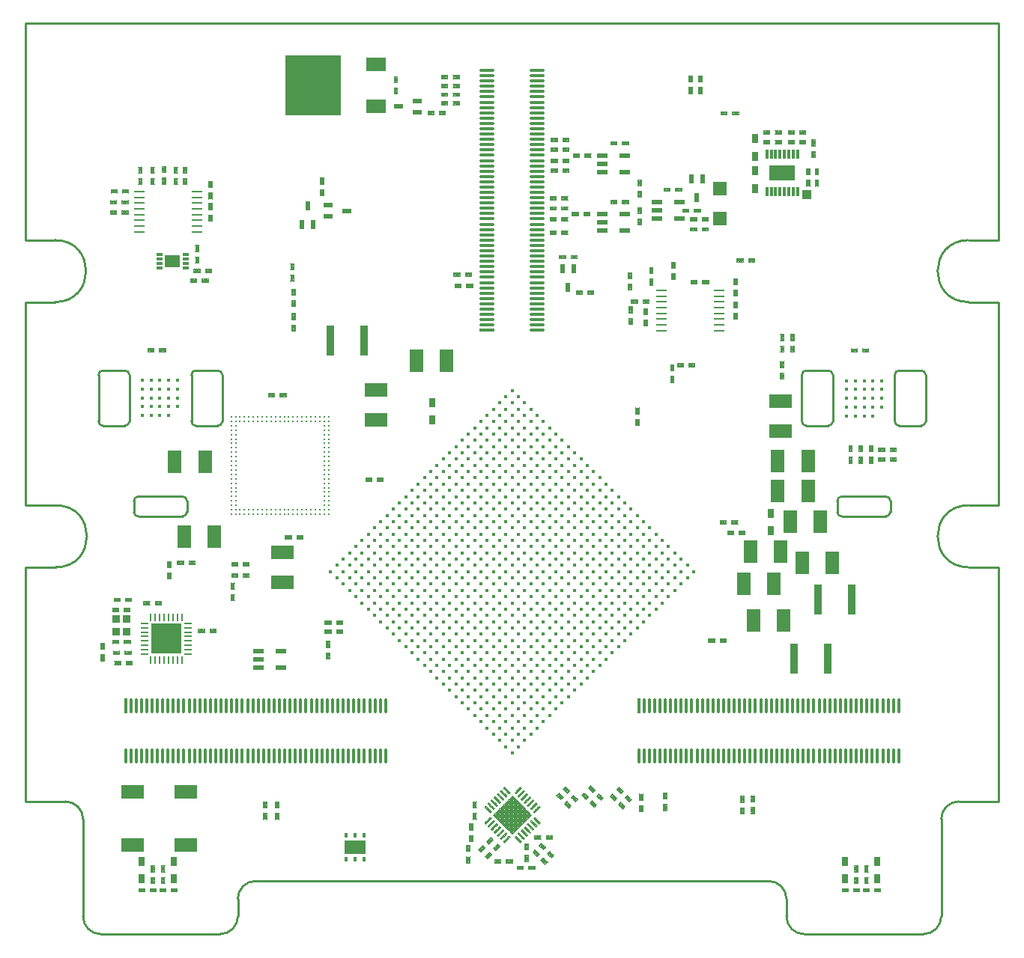
<source format=gtp>
*
*
G04 PADS 9.5 Build Number: 522968 generated Gerber (RS-274-X) file*
G04 PC Version=2.1*
*
%IN "SCROD.revB.layout.pcb"*%
*
%MOIN*%
*
%FSLAX35Y35*%
*
*
*
*
G04 PC Standard Apertures*
*
*
G04 Thermal Relief Aperture macro.*
%AMTER*
1,1,$1,0,0*
1,0,$1-$2,0,0*
21,0,$3,$4,0,0,45*
21,0,$3,$4,0,0,135*
%
*
*
G04 Annular Aperture macro.*
%AMANN*
1,1,$1,0,0*
1,0,$2,0,0*
%
*
*
G04 Odd Aperture macro.*
%AMODD*
1,1,$1,0,0*
1,0,$1-0.005,0,0*
%
*
*
G04 PC Custom Aperture Macros*
*
*
*
*
*
*
G04 PC Aperture Table*
*
%ADD010C,0.001*%
%ADD019R,0.01378X0.06693*%
%ADD020O,0.01378X0.06693*%
%ADD023R,0.06693X0.01378*%
%ADD024O,0.06693X0.01378*%
%ADD025C,0.01*%
%ADD026R,0.06X0.1*%
%ADD027R,0.1X0.06*%
%ADD030R,0.0315X0.04331*%
%ADD031R,0.10236X0.06299*%
%ADD032R,0.0374X0.1378*%
%ADD033R,0.06X0.06*%
%ADD034C,0.01575*%
%ADD036R,0.01969X0.03937*%
%ADD038R,0.01575X0.02362*%
%ADD039R,0.09449X0.05906*%
%ADD040R,0.02953X0.01181*%
%ADD041R,0.0689X0.05709*%
%ADD042O,0.00984X0.03543*%
%ADD043O,0.03543X0.00984*%
%ADD044R,0.13583X0.13583*%
%ADD047R,0.03346X0.0374*%
%ADD048C,0.01102*%
%ADD049R,0.04921X0.00984*%
%ADD050O,0.04921X0.00984*%
%ADD053R,0.03937X0.01969*%
%ADD054R,0.08976X0.06*%
%ADD055R,0.24528X0.26535*%
%ADD056R,0.05X0.02*%
%ADD063C,0.004*%
%ADD075R,0.01201X0.04*%
%ADD076R,0.11201X0.065*%
%ADD242C,0.01772*%
%ADD243R,0.03937X0.03937*%
*
*
*
*
G04 PC Circuitry*
G04 Layer Name SCROD.revB.layout.pcb - circuitry*
%LPD*%
*
*
G04 PC Custom Flashes*
G04 Layer Name SCROD.revB.layout.pcb - flashes*
%LPD*%
*
*
G04 PC Circuitry*
G04 Layer Name SCROD.revB.layout.pcb - circuitry*
%LPD*%
*
G54D10*
G54D19*
G01X144488Y142717D03*
X372835D03*
G54D20*
X146850D03*
X149213D03*
X151575D03*
X153937D03*
X156299D03*
X158661D03*
X161024D03*
X163386D03*
X165748D03*
X168110D03*
X170472D03*
X172835D03*
X175197D03*
X177559D03*
X179921D03*
X182283D03*
X184646D03*
X187008D03*
X189370D03*
X191732D03*
X194094D03*
X196457D03*
X198819D03*
X201181D03*
X203543D03*
X205906D03*
X208268D03*
X210630D03*
X212992D03*
X215354D03*
X217717D03*
X220079D03*
X222441D03*
X224803D03*
X227165D03*
X229528D03*
X231890D03*
X234252D03*
X236614D03*
X238976D03*
X241339D03*
X243701D03*
X246063D03*
X248425D03*
X250787D03*
X253150D03*
X255512D03*
X257874D03*
X260236D03*
Y120276D03*
X257874D03*
X255512D03*
X253150D03*
X250787D03*
X248425D03*
X246063D03*
X243701D03*
X241339D03*
X238976D03*
X236614D03*
X234252D03*
X231890D03*
X229528D03*
X227165D03*
X224803D03*
X222441D03*
X220079D03*
X217717D03*
X215354D03*
X212992D03*
X210630D03*
X208268D03*
X205906D03*
X203543D03*
X201181D03*
X198819D03*
X196457D03*
X194094D03*
X191732D03*
X189370D03*
X187008D03*
X184646D03*
X182283D03*
X179921D03*
X177559D03*
X175197D03*
X172835D03*
X170472D03*
X168110D03*
X165748D03*
X163386D03*
X161024D03*
X158661D03*
X156299D03*
X153937D03*
X151575D03*
X149213D03*
X146850D03*
X144488D03*
X375197Y142717D03*
X377559D03*
X379921D03*
X382283D03*
X384646D03*
X387008D03*
X389370D03*
X391732D03*
X394094D03*
X396457D03*
X398819D03*
X401181D03*
X403543D03*
X405906D03*
X408268D03*
X410630D03*
X412992D03*
X415354D03*
X417717D03*
X420079D03*
X422441D03*
X424803D03*
X427165D03*
X429528D03*
X431890D03*
X434252D03*
X436614D03*
X438976D03*
X441339D03*
X443701D03*
X446063D03*
X448425D03*
X450787D03*
X453150D03*
X455512D03*
X457874D03*
X460236D03*
X462598D03*
X464961D03*
X467323D03*
X469685D03*
X472047D03*
X474409D03*
X476772D03*
X479134D03*
X481496D03*
X483858D03*
X486220D03*
X488583D03*
Y120276D03*
X486220D03*
X483858D03*
X481496D03*
X479134D03*
X476772D03*
X474409D03*
X472047D03*
X469685D03*
X467323D03*
X464961D03*
X462598D03*
X460236D03*
X457874D03*
X455512D03*
X453150D03*
X450787D03*
X448425D03*
X446063D03*
X443701D03*
X441339D03*
X438976D03*
X436614D03*
X434252D03*
X431890D03*
X429528D03*
X427165D03*
X424803D03*
X422441D03*
X420079D03*
X417717D03*
X415354D03*
X412992D03*
X410630D03*
X408268D03*
X405906D03*
X403543D03*
X401181D03*
X398819D03*
X396457D03*
X394094D03*
X391732D03*
X389370D03*
X387008D03*
X384646D03*
X382283D03*
X379921D03*
X377559D03*
X375197D03*
X372835D03*
G54D23*
X305315Y309843D03*
G54D24*
Y312205D03*
Y314567D03*
Y316929D03*
Y319291D03*
Y321654D03*
Y324016D03*
Y326378D03*
Y328740D03*
Y331102D03*
Y333465D03*
Y335827D03*
Y338189D03*
Y340551D03*
Y342913D03*
Y345276D03*
Y347638D03*
Y350000D03*
Y352362D03*
Y354724D03*
Y357087D03*
Y359449D03*
Y361811D03*
Y364173D03*
Y366535D03*
Y368898D03*
Y371260D03*
Y373622D03*
Y375984D03*
Y378346D03*
Y380709D03*
Y383071D03*
Y385433D03*
Y387795D03*
Y390157D03*
Y392520D03*
Y394882D03*
Y397244D03*
Y399606D03*
Y401969D03*
Y404331D03*
Y406693D03*
Y409055D03*
Y411417D03*
Y413780D03*
Y416142D03*
Y418504D03*
Y420866D03*
Y423228D03*
Y425591D03*
X327756D03*
Y423228D03*
Y420866D03*
Y418504D03*
Y416142D03*
Y413780D03*
Y411417D03*
Y409055D03*
Y406693D03*
Y404331D03*
Y401969D03*
Y399606D03*
Y397244D03*
Y394882D03*
Y392520D03*
Y390157D03*
Y387795D03*
Y385433D03*
Y383071D03*
Y380709D03*
Y378346D03*
Y375984D03*
Y373622D03*
Y371260D03*
Y368898D03*
Y366535D03*
Y364173D03*
Y361811D03*
Y359449D03*
Y357087D03*
Y354724D03*
Y352362D03*
Y350000D03*
Y347638D03*
Y345276D03*
Y342913D03*
Y340551D03*
Y338189D03*
Y335827D03*
Y333465D03*
Y331102D03*
Y328740D03*
Y326378D03*
Y324016D03*
Y321654D03*
Y319291D03*
Y316929D03*
Y314567D03*
Y312205D03*
Y309843D03*
G54D25*
X100000Y100000D02*
X117717D01*
X125591Y92126D02*
G75*
G03X117717Y100000I-7874J-0D01*
G01X125591Y92126D02*
Y48819D01*
G03X133465Y40945I7874J-0*
G01X186614*
G03X194488Y48819I0J7874*
G01Y56693*
X202362Y64567D02*
G03X194488Y56693I0J-7874D01*
G01X202362Y64567D02*
X430709D01*
X438583Y56693D02*
G03X430709Y64567I-7874J-0D01*
G01X438583Y56693D02*
Y48819D01*
G03X446457Y40945I7874J-0*
G01X499606*
G03X507480Y48819I0J7874*
G01Y92126*
X515354Y100000D02*
G03X507480Y92126I0J-7874D01*
G01X515354Y100000D02*
X533071D01*
Y204331*
X519660*
Y231890D02*
G03Y204331I-0J-13780D01*
G01Y231890D02*
X533071D01*
Y322441*
X519660*
Y350000D02*
G03Y322441I-0J-13780D01*
G01Y350000D02*
X533071D01*
Y446457*
X100000*
Y350000*
X113167*
Y322441D02*
G03Y350000I-0J13779D01*
G01Y322441D02*
X100000D01*
Y231890*
X113538*
Y204331D02*
G03Y231890I0J13779D01*
G01Y204331D02*
X100000D01*
Y100000*
X463189Y235827D02*
G03X461220Y233858I-0J-1969D01*
G01X463189Y235827D02*
X482874D01*
X484843Y233858D02*
G03X482874Y235827I-1969J0D01*
G01X484843Y233858D02*
Y228937D01*
X482874Y226969D02*
G03X484843Y228937I0J1968D01*
G01X482874Y226969D02*
X463189D01*
X461220Y228937D02*
G03X463189Y226969I1969J0D01*
G01X461220Y228937D02*
Y233858D01*
X134449Y291929D02*
G03X132480Y289961I-0J-1968D01*
G01X134449Y291929D02*
X144291D01*
X146260Y289961D02*
G03X144291Y291929I-1969J-0D01*
G01X146260Y289961D02*
Y269291D01*
X144291Y267323D02*
G03X146260Y269291I0J1968D01*
G01X144291Y267323D02*
X134449D01*
X132480Y269291D02*
G03X134449Y267323I1969J0D01*
G01X132480Y269291D02*
Y289961D01*
X445472Y269291D02*
G03X447441Y267323I1969J0D01*
G01X457283*
G03X459252Y269291I0J1968*
G01Y289961*
G03X457283Y291929I-1969J-0*
G01X447441*
G03X445472Y289961I-0J-1968*
G01Y269291*
X175787Y291929D02*
G03X173819Y289961I0J-1968D01*
G01X175787Y291929D02*
X185630D01*
X187598Y289961D02*
G03X185630Y291929I-1968J-0D01*
G01X187598Y289961D02*
Y269291D01*
X185630Y267323D02*
G03X187598Y269291I-0J1968D01*
G01X185630Y267323D02*
X175787D01*
X173819Y269291D02*
G03X175787Y267323I1968J0D01*
G01X173819Y269291D02*
Y289961D01*
X488780Y291929D02*
G03X486811Y289961I-0J-1968D01*
G01X488780Y291929D02*
X498622D01*
X500591Y289961D02*
G03X498622Y291929I-1969J-0D01*
G01X500591Y289961D02*
Y269291D01*
X498622Y267323D02*
G03X500591Y269291I0J1968D01*
G01X498622Y267323D02*
X488780D01*
X486811Y269291D02*
G03X488780Y267323I1969J0D01*
G01X486811Y269291D02*
Y289961D01*
X150197Y235827D02*
G03X148228Y233858I-0J-1969D01*
G01X150197Y235827D02*
X169882D01*
X171850Y233858D02*
G03X169882Y235827I-1968J0D01*
G01X171850Y233858D02*
Y228937D01*
X169882Y226969D02*
G03X171850Y228937I-0J1968D01*
G01X169882Y226969D02*
X150197D01*
X148228Y228937D02*
G03X150197Y226969I1969J0D01*
G01X148228Y228937D02*
Y233858D01*
G54D26*
X445612Y206299D03*
X459112D03*
X422482Y211220D03*
X435982D03*
X423959Y180709D03*
X437459D03*
X273860Y296358D03*
X287360D03*
X179954Y251329D03*
X166454D03*
X184014Y217864D03*
X170514D03*
X419530Y196949D03*
X433030D03*
X434785Y251575D03*
X448285D03*
X440199Y224508D03*
X453699D03*
X434785Y238287D03*
X448285D03*
G54D27*
X256004Y269923D03*
Y283423D03*
X214296Y197581D03*
Y211081D03*
X435876Y264879D03*
Y278379D03*
G54D30*
X464665Y65551D03*
Y73425D03*
X478937Y65551D03*
Y73425D03*
X151673Y65551D03*
Y73425D03*
X165945Y65551D03*
Y73425D03*
X431693Y220571D03*
Y228445D03*
X281102Y269783D03*
Y277657D03*
X424803Y373007D03*
Y380881D03*
Y395153D03*
Y387279D03*
G54D31*
X171358Y104306D03*
Y80684D03*
X147736Y104306D03*
Y80684D03*
G54D32*
X441831Y163484D03*
X456988D03*
X452534Y189936D03*
X467692D03*
X250664Y305217D03*
X235507D03*
G54D33*
X409055Y359490D03*
Y372990D03*
G54D34*
X477121Y271675D03*
X473184D03*
X469247D03*
X465310D03*
X481058Y275612D03*
X477121D03*
X473184D03*
X469247D03*
X465310D03*
X481058Y279549D03*
X477121D03*
X473184D03*
X469247D03*
X465310D03*
X481058Y283486D03*
X477121D03*
X473184D03*
X469247D03*
X465310D03*
X481058Y287423D03*
X477121D03*
X473184D03*
X469247D03*
X465310D03*
X163729Y271883D03*
X159792D03*
X155855D03*
X151918D03*
X167666Y275820D03*
X163729D03*
X159792D03*
X155855D03*
X151918D03*
X167666Y279757D03*
X163729D03*
X159792D03*
X155855D03*
X151918D03*
X167666Y283694D03*
X163729D03*
X159792D03*
X155855D03*
X151918D03*
X167666Y287631D03*
X163729D03*
X159792D03*
X155855D03*
X151918D03*
G54D36*
X401280Y377264D03*
X396161D03*
X398720Y368996D03*
X222933Y356939D03*
X228051D03*
X225492Y365207D03*
X343947Y337156D03*
X338829D03*
X341388Y328888D03*
G54D38*
X242717Y74262D03*
X246654D03*
X250591D03*
Y84892D03*
X246654D03*
X242717D03*
G54D39*
X246654Y79577D03*
G54D40*
X159744Y343602D03*
Y341634D03*
Y339665D03*
Y337697D03*
X171161D03*
Y339665D03*
Y341634D03*
Y343602D03*
G54D41*
X165453Y340650D03*
G54D42*
X155733Y162918D03*
X157702D03*
X159670D03*
X161639D03*
X163607D03*
X165576D03*
X167544D03*
X169513D03*
Y182013D03*
X167544D03*
X165576D03*
X163607D03*
X161639D03*
X159670D03*
X157702D03*
X155733D03*
G54D43*
X172170Y165576D03*
Y167544D03*
Y169513D03*
Y171481D03*
Y173450D03*
Y175418D03*
Y177387D03*
Y179355D03*
X153076D03*
Y177387D03*
Y175418D03*
Y173450D03*
Y171481D03*
Y169513D03*
Y167544D03*
Y165576D03*
G54D44*
X162623Y172466D03*
G54D47*
X144975Y175497D03*
Y181245D03*
X140408D03*
Y175497D03*
G54D48*
X234843Y271260D03*
Y269291D03*
Y267323D03*
Y265354D03*
Y263386D03*
Y261417D03*
Y259449D03*
Y257480D03*
Y255512D03*
Y253543D03*
Y251575D03*
Y249606D03*
Y247638D03*
Y245669D03*
Y243701D03*
Y241732D03*
Y239764D03*
Y237795D03*
Y235827D03*
Y233858D03*
Y231890D03*
Y229921D03*
Y227953D03*
X232874Y271260D03*
Y269291D03*
Y267323D03*
Y265354D03*
Y263386D03*
Y261417D03*
Y259449D03*
Y257480D03*
Y255512D03*
Y253543D03*
Y251575D03*
Y249606D03*
Y247638D03*
Y245669D03*
Y243701D03*
Y241732D03*
Y239764D03*
Y237795D03*
Y235827D03*
Y233858D03*
Y231890D03*
Y229921D03*
Y227953D03*
X230906Y271260D03*
Y269291D03*
Y229921D03*
Y227953D03*
X228937Y271260D03*
Y269291D03*
Y229921D03*
Y227953D03*
X226969Y271260D03*
Y269291D03*
Y229921D03*
Y227953D03*
X225000Y271260D03*
Y269291D03*
Y229921D03*
Y227953D03*
X223031Y271260D03*
Y269291D03*
Y229921D03*
Y227953D03*
X221063Y271260D03*
Y269291D03*
Y229921D03*
Y227953D03*
X219094Y271260D03*
Y269291D03*
Y229921D03*
Y227953D03*
X217126Y271260D03*
Y269291D03*
Y229921D03*
Y227953D03*
X215157Y271260D03*
Y269291D03*
Y229921D03*
Y227953D03*
X213189Y271260D03*
Y269291D03*
Y229921D03*
Y227953D03*
X211220Y271260D03*
Y269291D03*
Y229921D03*
Y227953D03*
X209252Y271260D03*
Y269291D03*
Y229921D03*
Y227953D03*
X207283Y271260D03*
Y269291D03*
Y229921D03*
Y227953D03*
X205315Y271260D03*
Y269291D03*
Y229921D03*
Y227953D03*
X203346Y271260D03*
Y269291D03*
Y229921D03*
Y227953D03*
X201378Y271260D03*
Y269291D03*
Y229921D03*
Y227953D03*
X199409Y271260D03*
Y269291D03*
Y229921D03*
Y227953D03*
X197441Y271260D03*
Y269291D03*
Y229921D03*
Y227953D03*
X195472Y271260D03*
Y269291D03*
Y229921D03*
Y227953D03*
X193504Y271260D03*
Y269291D03*
Y267323D03*
Y265354D03*
Y263386D03*
Y261417D03*
Y259449D03*
Y257480D03*
Y255512D03*
Y253543D03*
Y251575D03*
Y249606D03*
Y247638D03*
Y245669D03*
Y243701D03*
Y241732D03*
Y239764D03*
Y237795D03*
Y235827D03*
Y233858D03*
Y231890D03*
Y229921D03*
Y227953D03*
X191535Y271260D03*
Y269291D03*
Y267323D03*
Y265354D03*
Y263386D03*
Y261417D03*
Y259449D03*
Y257480D03*
Y255512D03*
Y253543D03*
Y251575D03*
Y249606D03*
Y247638D03*
Y245669D03*
Y243701D03*
Y241732D03*
Y239764D03*
Y237795D03*
Y235827D03*
Y233858D03*
Y231890D03*
Y229921D03*
Y227953D03*
G54D49*
X408563Y309695D03*
X176280Y353740D03*
G54D50*
X408563Y312254D03*
Y314813D03*
Y317372D03*
Y319931D03*
Y322490D03*
Y325049D03*
Y327608D03*
X382972D03*
Y325049D03*
Y322490D03*
Y319931D03*
Y317372D03*
Y314813D03*
Y312254D03*
Y309695D03*
X176280Y356299D03*
Y358858D03*
Y361417D03*
Y363976D03*
Y366535D03*
Y369094D03*
Y371654D03*
X150689D03*
Y369094D03*
Y366535D03*
Y363976D03*
Y361417D03*
Y358858D03*
Y356299D03*
Y353740D03*
G54D53*
X274409Y406988D03*
Y412106D03*
X266142Y409547D03*
X234646Y365600D03*
Y360482D03*
X242913Y363041D03*
G54D54*
X256083Y409528D03*
Y428268D03*
G54D55*
X227953Y418898D03*
G54D56*
X380925Y367037D03*
Y363287D03*
Y359537D03*
X390925D03*
Y367037D03*
X356811Y361624D03*
Y357874D03*
Y354124D03*
X366811D03*
Y361624D03*
X356811Y387707D03*
Y383957D03*
Y380207D03*
X366811D03*
Y387707D03*
X203514Y167111D03*
Y163361D03*
Y159611D03*
X213514D03*
Y167111D03*
G54D63*
X326498Y71398D02*
Y69792D01*
X326517Y69811*
X323729*
X323748Y69792*
Y71398*
X323729Y71380*
X326517*
X326498Y71398*
X323748Y69792D02*
X323748D01*
X326498D02*
X326498D01*
X323748Y70192D02*
X326498D01*
X323748Y70592D02*
X326498D01*
X323748Y70992D02*
X326498D01*
X323742Y71392D02*
X323748D01*
X326498D02*
X326504D01*
X324000Y69811D02*
Y71380D01*
X324400Y69811D02*
Y71380D01*
X324800Y69811D02*
Y71380D01*
X325200Y69811D02*
Y71380D01*
X325600Y69811D02*
Y71380D01*
X326000Y69811D02*
Y71380D01*
X326400Y69811D02*
Y71380D01*
X321380Y71398D02*
Y69792D01*
X321398Y69811*
X318611*
X318630Y69792*
Y71398*
X318611Y71380*
X321398*
X321380Y71398*
X318630Y69792D02*
X318630D01*
X321380D02*
X321380D01*
X318630Y70192D02*
X321380D01*
X318630Y70592D02*
X321380D01*
X318630Y70992D02*
X321380D01*
X318624Y71392D02*
X318630D01*
X321380D02*
X321386D01*
X318800Y69811D02*
Y71380D01*
X319200Y69811D02*
Y71380D01*
X319600Y69811D02*
Y71380D01*
X320000Y69811D02*
Y71380D01*
X320400Y69811D02*
Y71380D01*
X320800Y69811D02*
Y71380D01*
X321200Y69811D02*
Y71380D01*
X306938Y84157D02*
X308074Y83021D01*
Y83047*
X306103Y81077*
X306130*
X304994Y82212*
Y82186*
X306965Y84157*
X306938*
X306103Y81077D02*
X306130D01*
X305730Y81477D02*
X306503D01*
X305330Y81877D02*
X306903D01*
X305085Y82277D02*
X307303D01*
X305485Y82677D02*
X307703D01*
X305885Y83077D02*
X308018D01*
X306285Y83477D02*
X307618D01*
X306685Y83877D02*
X307218D01*
X305200Y82006D02*
Y82392D01*
X305600Y81606D02*
Y82792D01*
X306000Y81206D02*
Y83192D01*
X306400Y81374D02*
Y83592D01*
X306800Y81774D02*
Y83992D01*
X307200Y82174D02*
Y83895D01*
X307600Y82574D02*
Y83495D01*
X308000Y82974D02*
Y83095D01*
X303319Y80537D02*
X304455Y79402D01*
Y79428*
X302484Y77458*
X302511*
X301375Y78593*
Y78567*
X303346Y80537*
X303319*
X302484Y77458D02*
X302511D01*
X302111Y77858D02*
X302884D01*
X301711Y78258D02*
X303284D01*
X301466Y78658D02*
X303684D01*
X301866Y79058D02*
X304084D01*
X302266Y79458D02*
X304399D01*
X302666Y79858D02*
X303999D01*
X303066Y80258D02*
X303599D01*
X301600Y78368D02*
Y78792D01*
X302000Y77968D02*
Y79192D01*
X302400Y77568D02*
Y79592D01*
X302800Y77774D02*
Y79992D01*
X303200Y78174D02*
Y80392D01*
X303600Y78574D02*
Y80257D01*
X304000Y78974D02*
Y79857D01*
X304400Y79374D02*
Y79457D01*
X372327Y377064D02*
X373933D01*
X373914Y377083*
Y374295*
X373933Y374314*
X372327*
X372346Y374295*
Y377083*
X372327Y377064*
X372346Y374400D02*
X373914D01*
X372346Y374800D02*
X373914D01*
X372346Y375200D02*
X373914D01*
X372346Y375600D02*
X373914D01*
X372346Y376000D02*
X373914D01*
X372346Y376400D02*
X373914D01*
X372346Y376800D02*
X373914D01*
X372400Y374314D02*
Y377064D01*
X372800Y374314D02*
Y377064D01*
X373200Y374314D02*
Y377064D01*
X373600Y374314D02*
Y377064D01*
X372327Y371946D02*
X373933D01*
X373914Y371964*
Y369177*
X373933Y369196*
X372327*
X372346Y369177*
Y371964*
X372327Y371946*
X372346Y369200D02*
X373914D01*
X372346Y369600D02*
X373914D01*
X372346Y370000D02*
X373914D01*
X372346Y370400D02*
X373914D01*
X372346Y370800D02*
X373914D01*
X372346Y371200D02*
X373914D01*
X372346Y371600D02*
X373914D01*
X372400Y369196D02*
Y371946D01*
X372800Y369196D02*
Y371946D01*
X373200Y369196D02*
Y371946D01*
X373600Y369196D02*
Y371946D01*
X251209Y242529D02*
Y244135D01*
X251190Y244116*
X253977*
X253958Y244135*
Y242529*
X253977Y242547*
X251190*
X251209Y242529*
Y242800D02*
X253958D01*
X251209Y243200D02*
X253958D01*
X251209Y243600D02*
X253958D01*
X251209Y244000D02*
X253958D01*
X251200Y242538D02*
Y242547D01*
Y244116D02*
Y244126D01*
X251600Y242547D02*
Y244116D01*
X252000Y242547D02*
Y244116D01*
X252400Y242547D02*
Y244116D01*
X252800Y242547D02*
Y244116D01*
X253200Y242547D02*
Y244116D01*
X253600Y242547D02*
Y244116D01*
X256327Y242529D02*
Y244135D01*
X256308Y244116*
X259095*
X259077Y244135*
Y242529*
X259095Y242547*
X256308*
X256327Y242529*
Y242800D02*
X259077D01*
X256327Y243200D02*
X259077D01*
X256327Y243600D02*
X259077D01*
X256327Y244000D02*
X259077D01*
X256400Y242547D02*
Y244116D01*
X256800Y242547D02*
Y244116D01*
X257200Y242547D02*
Y244116D01*
X257600Y242547D02*
Y244116D01*
X258000Y242547D02*
Y244116D01*
X258400Y242547D02*
Y244116D01*
X258800Y242547D02*
Y244116D01*
X389865Y293587D02*
Y295193D01*
X389847Y295174*
X392634*
X392615Y295193*
Y293587*
X392634Y293606*
X389847*
X389865Y293587*
X389852Y293600D02*
X389865D01*
X392615D02*
X392628D01*
X389865Y294000D02*
X392615D01*
X389865Y294400D02*
X392615D01*
X389865Y294800D02*
X392615D01*
X390000Y293606D02*
Y295174D01*
X390400Y293606D02*
Y295174D01*
X390800Y293606D02*
Y295174D01*
X391200Y293606D02*
Y295174D01*
X391600Y293606D02*
Y295174D01*
X392000Y293606D02*
Y295174D01*
X392400Y293606D02*
Y295174D01*
X394983Y293587D02*
Y295193D01*
X394965Y295174*
X397752*
X397733Y295193*
Y293587*
X397752Y293606*
X394965*
X394983Y293587*
X394970Y293600D02*
X394983D01*
X397733D02*
X397746D01*
X394983Y294000D02*
X397733D01*
X394983Y294400D02*
X397733D01*
X394983Y294800D02*
X397733D01*
X395200Y293606D02*
Y295174D01*
X395600Y293606D02*
Y295174D01*
X396000Y293606D02*
Y295174D01*
X396400Y293606D02*
Y295174D01*
X396800Y293606D02*
Y295174D01*
X397200Y293606D02*
Y295174D01*
X397600Y293606D02*
Y295174D01*
X308049Y94094D02*
X316535Y85608D01*
X325022Y94094*
X316535Y102581*
X308049Y94094*
X316535Y85608D02*
X316535D01*
X316135Y86008D02*
X316935D01*
X315735Y86408D02*
X317335D01*
X315335Y86808D02*
X317735D01*
X314935Y87208D02*
X318135D01*
X314535Y87608D02*
X318535D01*
X314135Y88008D02*
X318935D01*
X313735Y88408D02*
X319335D01*
X313335Y88808D02*
X319735D01*
X312935Y89208D02*
X320135D01*
X312535Y89608D02*
X320535D01*
X312135Y90008D02*
X320935D01*
X311735Y90408D02*
X321335D01*
X311335Y90808D02*
X321735D01*
X310935Y91208D02*
X322135D01*
X310535Y91608D02*
X322535D01*
X310135Y92008D02*
X322935D01*
X309735Y92408D02*
X323335D01*
X309335Y92808D02*
X323735D01*
X308935Y93208D02*
X324135D01*
X308535Y93608D02*
X324535D01*
X308135Y94008D02*
X324935D01*
X308363Y94408D02*
X324708D01*
X308763Y94808D02*
X324308D01*
X309163Y95208D02*
X323908D01*
X309563Y95608D02*
X323508D01*
X309963Y96008D02*
X323108D01*
X310363Y96408D02*
X322708D01*
X310763Y96808D02*
X322308D01*
X311163Y97208D02*
X321908D01*
X311563Y97608D02*
X321508D01*
X311963Y98008D02*
X321108D01*
X312363Y98408D02*
X320708D01*
X312763Y98808D02*
X320308D01*
X313163Y99208D02*
X319908D01*
X313563Y99608D02*
X319508D01*
X313963Y100008D02*
X319108D01*
X314363Y100408D02*
X318708D01*
X314763Y100808D02*
X318308D01*
X315163Y101208D02*
X317908D01*
X315563Y101608D02*
X317508D01*
X315963Y102008D02*
X317108D01*
X316363Y102408D02*
X316708D01*
X308400Y93744D02*
Y94445D01*
X308800Y93344D02*
Y94845D01*
X309200Y92944D02*
Y95245D01*
X309600Y92544D02*
Y95645D01*
X310000Y92144D02*
Y96045D01*
X310400Y91744D02*
Y96445D01*
X310800Y91344D02*
Y96845D01*
X311200Y90944D02*
Y97245D01*
X311600Y90544D02*
Y97645D01*
X312000Y90144D02*
Y98045D01*
X312400Y89744D02*
Y98445D01*
X312800Y89344D02*
Y98845D01*
X313200Y88944D02*
Y99245D01*
X313600Y88544D02*
Y99645D01*
X314000Y88144D02*
Y100045D01*
X314400Y87744D02*
Y100445D01*
X314800Y87344D02*
Y100845D01*
X315200Y86944D02*
Y101245D01*
X315600Y86544D02*
Y101645D01*
X316000Y86144D02*
Y102045D01*
X316400Y85744D02*
Y102445D01*
X316800Y85873D02*
Y102316D01*
X317200Y86273D02*
Y101916D01*
X317600Y86673D02*
Y101516D01*
X318000Y87073D02*
Y101116D01*
X318400Y87473D02*
Y100716D01*
X318800Y87873D02*
Y100316D01*
X319200Y88273D02*
Y99916D01*
X319600Y88673D02*
Y99516D01*
X320000Y89073D02*
Y99116D01*
X320400Y89473D02*
Y98716D01*
X320800Y89873D02*
Y98316D01*
X321200Y90273D02*
Y97916D01*
X321600Y90673D02*
Y97516D01*
X322000Y91073D02*
Y97116D01*
X322400Y91473D02*
Y96716D01*
X322800Y91873D02*
Y96316D01*
X323200Y92273D02*
Y95916D01*
X323600Y92673D02*
Y95516D01*
X324000Y93073D02*
Y95116D01*
X324400Y93473D02*
Y94716D01*
X324800Y93873D02*
Y94316D01*
X176775Y175354D02*
Y176959D01*
X176756Y176941*
X179543*
X179524Y176959*
Y175354*
X179543Y175372*
X176756*
X176775Y175354*
Y175600D02*
X179524D01*
X176775Y176000D02*
X179524D01*
X176775Y176400D02*
X179524D01*
X176775Y176800D02*
X179524D01*
X176800Y175372D02*
Y176941D01*
X177200Y175372D02*
Y176941D01*
X177600Y175372D02*
Y176941D01*
X178000Y175372D02*
Y176941D01*
X178400Y175372D02*
Y176941D01*
X178800Y175372D02*
Y176941D01*
X179200Y175372D02*
Y176941D01*
X181893Y175354D02*
Y176959D01*
X181874Y176941*
X184661*
X184643Y176959*
Y175354*
X184661Y175372*
X181874*
X181893Y175354*
Y175600D02*
X184643D01*
X181893Y176000D02*
X184643D01*
X181893Y176400D02*
X184643D01*
X181893Y176800D02*
X184643D01*
X182000Y175372D02*
Y176941D01*
X182400Y175372D02*
Y176941D01*
X182800Y175372D02*
Y176941D01*
X183200Y175372D02*
Y176941D01*
X183600Y175372D02*
Y176941D01*
X184000Y175372D02*
Y176941D01*
X184400Y175372D02*
Y176941D01*
X147364Y162688D02*
Y161082D01*
X147383Y161101*
X144596*
X144614Y161082*
Y162688*
X144596Y162669*
X147383*
X147364Y162688*
X144614Y161200D02*
X147364D01*
X144614Y161600D02*
X147364D01*
X144614Y162000D02*
X147364D01*
X144614Y162400D02*
X147364D01*
X144800Y161101D02*
Y162669D01*
X145200Y161101D02*
Y162669D01*
X145600Y161101D02*
Y162669D01*
X146000Y161101D02*
Y162669D01*
X146400Y161101D02*
Y162669D01*
X146800Y161101D02*
Y162669D01*
X147200Y161101D02*
Y162669D01*
X142246Y162688D02*
Y161082D01*
X142265Y161101*
X139478*
X139496Y161082*
Y162688*
X139478Y162669*
X142265*
X142246Y162688*
X139496Y161200D02*
X142246D01*
X139496Y161600D02*
X142246D01*
X139496Y162000D02*
X142246D01*
X139496Y162400D02*
X142246D01*
X139600Y161101D02*
Y162669D01*
X140000Y161101D02*
Y162669D01*
X140400Y161101D02*
Y162669D01*
X140800Y161101D02*
Y162669D01*
X141200Y161101D02*
Y162669D01*
X141600Y161101D02*
Y162669D01*
X142000Y161101D02*
Y162669D01*
X139250Y189133D02*
Y190739D01*
X139231Y190720*
X142019*
X142000Y190739*
Y189133*
X142019Y189152*
X139231*
X139250Y189133*
Y189200D02*
X142000D01*
X139250Y189600D02*
X142000D01*
X139250Y190000D02*
X142000D01*
X139250Y190400D02*
X142000D01*
X139600Y189152D02*
Y190720D01*
X140000Y189152D02*
Y190720D01*
X140400Y189152D02*
Y190720D01*
X140800Y189152D02*
Y190720D01*
X141200Y189152D02*
Y190720D01*
X141600Y189152D02*
Y190720D01*
X142000Y189133D02*
Y189152D01*
Y190720D02*
Y190739D01*
X144368Y189133D02*
Y190739D01*
X144350Y190720*
X147137*
X147118Y190739*
Y189133*
X147137Y189152*
X144350*
X144368Y189133*
Y189200D02*
X147118D01*
X144368Y189600D02*
X147118D01*
X144368Y190000D02*
X147118D01*
X144368Y190400D02*
X147118D01*
X144400Y189152D02*
Y190720D01*
X144800Y189152D02*
Y190720D01*
X145200Y189152D02*
Y190720D01*
X145600Y189152D02*
Y190720D01*
X146000Y189152D02*
Y190720D01*
X146400Y189152D02*
Y190720D01*
X146800Y189152D02*
Y190720D01*
X146503Y172038D02*
Y170432D01*
X146521Y170451*
X143734*
X143753Y170432*
Y172038*
X143734Y172019*
X146521*
X146503Y172038*
X143753Y170800D02*
X146503D01*
X143753Y171200D02*
X146503D01*
X143753Y171600D02*
X146503D01*
X143753Y172000D02*
X146503D01*
X144000Y170451D02*
Y172019D01*
X144400Y170451D02*
Y172019D01*
X144800Y170451D02*
Y172019D01*
X145200Y170451D02*
Y172019D01*
X145600Y170451D02*
Y172019D01*
X146000Y170451D02*
Y172019D01*
X146400Y170451D02*
Y172019D01*
X141385Y172038D02*
Y170432D01*
X141403Y170451*
X138616*
X138635Y170432*
Y172038*
X138616Y172019*
X141403*
X141385Y172038*
X138635Y170800D02*
X141385D01*
X138635Y171200D02*
X141385D01*
X138635Y171600D02*
X141385D01*
X138635Y172000D02*
X141385D01*
X138800Y170451D02*
Y172019D01*
X139200Y170451D02*
Y172019D01*
X139600Y170451D02*
Y172019D01*
X140000Y170451D02*
Y172019D01*
X140400Y170451D02*
Y172019D01*
X140800Y170451D02*
Y172019D01*
X141200Y170451D02*
Y172019D01*
X146380Y186310D02*
Y184704D01*
X146398Y184723*
X143611*
X143630Y184704*
Y186310*
X143611Y186291*
X146398*
X146380Y186310*
X143630Y184800D02*
X146380D01*
X143630Y185200D02*
X146380D01*
X143630Y185600D02*
X146380D01*
X143630Y186000D02*
X146380D01*
X144000Y184723D02*
Y186291D01*
X144400Y184723D02*
Y186291D01*
X144800Y184723D02*
Y186291D01*
X145200Y184723D02*
Y186291D01*
X145600Y184723D02*
Y186291D01*
X146000Y184723D02*
Y186291D01*
X141262Y186310D02*
Y184704D01*
X141280Y184723*
X138493*
X138512Y184704*
Y186310*
X138493Y186291*
X141280*
X141262Y186310*
X138512Y184800D02*
X141262D01*
X138512Y185200D02*
X141262D01*
X138512Y185600D02*
X141262D01*
X138512Y186000D02*
X141262D01*
X138800Y184723D02*
Y186291D01*
X139200Y184723D02*
Y186291D01*
X139600Y184723D02*
Y186291D01*
X140000Y184723D02*
Y186291D01*
X140400Y184723D02*
Y186291D01*
X140800Y184723D02*
Y186291D01*
X141200Y184723D02*
Y186291D01*
X160260Y189149D02*
Y187543D01*
X160278Y187562*
X157491*
X157510Y187543*
Y189149*
X157491Y189130*
X160278*
X160260Y189149*
X157510Y187600D02*
X160260D01*
X157510Y188000D02*
X160260D01*
X157510Y188400D02*
X160260D01*
X157510Y188800D02*
X160260D01*
X157600Y187562D02*
Y189130D01*
X158000Y187562D02*
Y189130D01*
X158400Y187562D02*
Y189130D01*
X158800Y187562D02*
Y189130D01*
X159200Y187562D02*
Y189130D01*
X159600Y187562D02*
Y189130D01*
X160000Y187562D02*
Y189130D01*
X155142Y189149D02*
Y187543D01*
X155160Y187562*
X152373*
X152392Y187543*
Y189149*
X152373Y189130*
X155160*
X155142Y189149*
X152392Y187600D02*
X155142D01*
X152392Y188000D02*
X155142D01*
X152392Y188400D02*
X155142D01*
X152392Y188800D02*
X155142D01*
X152400Y187562D02*
Y189130D01*
X152800Y187562D02*
Y189130D01*
X153200Y187562D02*
Y189130D01*
X153600Y187562D02*
Y189130D01*
X154000Y187562D02*
Y189130D01*
X154400Y187562D02*
Y189130D01*
X154800Y187562D02*
Y189130D01*
X146872Y167117D02*
Y165511D01*
X146891Y165530*
X144104*
X144122Y165511*
Y167117*
X144104Y167098*
X146891*
X146872Y167117*
X144122Y165600D02*
X146872D01*
X144122Y166000D02*
X146872D01*
X144122Y166400D02*
X146872D01*
X144122Y166800D02*
X146872D01*
X144400Y165530D02*
Y167098D01*
X144800Y165530D02*
Y167098D01*
X145200Y165530D02*
Y167098D01*
X145600Y165530D02*
Y167098D01*
X146000Y165530D02*
Y167098D01*
X146400Y165530D02*
Y167098D01*
X146800Y165530D02*
Y167098D01*
X141754Y167117D02*
Y165511D01*
X141772Y165530*
X138985*
X139004Y165511*
Y167117*
X138985Y167098*
X141772*
X141754Y167117*
X139004Y165600D02*
X141754D01*
X139004Y166000D02*
X141754D01*
X139004Y166400D02*
X141754D01*
X139004Y166800D02*
X141754D01*
X139200Y165530D02*
Y167098D01*
X139600Y165530D02*
Y167098D01*
X140000Y165530D02*
Y167098D01*
X140400Y165530D02*
Y167098D01*
X140800Y165530D02*
Y167098D01*
X141200Y165530D02*
Y167098D01*
X141600Y165530D02*
Y167098D01*
X207348Y92129D02*
X205742D01*
X205761Y92110*
Y94897*
X205742Y94879*
X207348*
X207330Y94897*
Y92110*
X207348Y92129*
X205761Y92110D02*
X205761D01*
X207330D02*
X207330D01*
X205761Y92510D02*
X207330D01*
X205761Y92910D02*
X207330D01*
X205761Y93310D02*
X207330D01*
X205761Y93710D02*
X207330D01*
X205761Y94110D02*
X207330D01*
X205761Y94510D02*
X207330D01*
X206000Y92129D02*
Y94879D01*
X206400Y92129D02*
Y94879D01*
X206800Y92129D02*
Y94879D01*
X207200Y92129D02*
Y94879D01*
X207348Y97247D02*
X205742D01*
X205761Y97229*
Y100016*
X205742Y99997*
X207348*
X207330Y100016*
Y97229*
X207348Y97247*
X205761Y97229D02*
X205761D01*
X207330D02*
X207330D01*
X205761Y97629D02*
X207330D01*
X205761Y98029D02*
X207330D01*
X205761Y98429D02*
X207330D01*
X205761Y98829D02*
X207330D01*
X205761Y99229D02*
X207330D01*
X205761Y99629D02*
X207330D01*
X206000Y97247D02*
Y99997D01*
X206400Y97247D02*
Y99997D01*
X206800Y97247D02*
Y99997D01*
X207200Y97247D02*
Y99997D01*
X395001Y423306D02*
X396607D01*
X396588Y423325*
Y420538*
X396607Y420557*
X395001*
X395020Y420538*
Y423325*
X395001Y423306*
X395020Y420800D02*
X396588D01*
X395020Y421200D02*
X396588D01*
X395020Y421600D02*
X396588D01*
X395020Y422000D02*
X396588D01*
X395020Y422400D02*
X396588D01*
X395020Y422800D02*
X396588D01*
X395020Y423200D02*
X396588D01*
X395200Y420557D02*
Y423306D01*
X395600Y420557D02*
Y423306D01*
X396000Y420557D02*
Y423306D01*
X396400Y420557D02*
Y423306D01*
X395001Y418188D02*
X396607D01*
X396588Y418207*
Y415420*
X396607Y415439*
X395001*
X395020Y415420*
Y418207*
X395001Y418188*
X395020Y415600D02*
X396588D01*
X395020Y416000D02*
X396588D01*
X395020Y416400D02*
X396588D01*
X395020Y416800D02*
X396588D01*
X395020Y417200D02*
X396588D01*
X395020Y417600D02*
X396588D01*
X395020Y418000D02*
X396588D01*
X395200Y415439D02*
Y418188D01*
X395600Y415439D02*
Y418188D01*
X396000Y415439D02*
Y418188D01*
X396400Y415439D02*
Y418188D01*
X399430Y423306D02*
X401036D01*
X401017Y423325*
Y420538*
X401036Y420557*
X399430*
X399449Y420538*
Y423325*
X399430Y423306*
X399449Y420800D02*
X401017D01*
X399449Y421200D02*
X401017D01*
X399449Y421600D02*
X401017D01*
X399449Y422000D02*
X401017D01*
X399449Y422400D02*
X401017D01*
X399449Y422800D02*
X401017D01*
X399449Y423200D02*
X401017D01*
X399600Y420557D02*
Y423306D01*
X400000Y420557D02*
Y423306D01*
X400400Y420557D02*
Y423306D01*
X400800Y420557D02*
Y423306D01*
X399430Y418188D02*
X401036D01*
X401017Y418207*
Y415420*
X401036Y415439*
X399430*
X399449Y415420*
Y418207*
X399430Y418188*
X399449Y415600D02*
X401017D01*
X399449Y416000D02*
X401017D01*
X399449Y416400D02*
X401017D01*
X399449Y416800D02*
X401017D01*
X399449Y417200D02*
X401017D01*
X399449Y417600D02*
X401017D01*
X399449Y418000D02*
X401017D01*
X399600Y415439D02*
Y418188D01*
X400000Y415439D02*
Y418188D01*
X400400Y415439D02*
Y418188D01*
X400800Y415439D02*
Y418188D01*
X416803Y225188D02*
Y223582D01*
X416822Y223601*
X414035*
X414053Y223582*
Y225188*
X414035Y225169*
X416822*
X416803Y225188*
X414035Y223600D02*
X414053D01*
X416803D02*
X416821D01*
X414053Y224000D02*
X416803D01*
X414053Y224400D02*
X416803D01*
X414053Y224800D02*
X416803D01*
X414400Y223601D02*
Y225169D01*
X414800Y223601D02*
Y225169D01*
X415200Y223601D02*
Y225169D01*
X415600Y223601D02*
Y225169D01*
X416000Y223601D02*
Y225169D01*
X416400Y223601D02*
Y225169D01*
X416800Y223601D02*
Y225169D01*
X411685Y225188D02*
Y223582D01*
X411704Y223601*
X408917*
X408935Y223582*
Y225188*
X408917Y225169*
X411704*
X411685Y225188*
X408917Y223600D02*
X408935D01*
X411685D02*
X411703D01*
X408935Y224000D02*
X411685D01*
X408935Y224400D02*
X411685D01*
X408935Y224800D02*
X411685D01*
X409200Y223601D02*
Y225169D01*
X409600Y223601D02*
Y225169D01*
X410000Y223601D02*
Y225169D01*
X410400Y223601D02*
Y225169D01*
X410800Y223601D02*
Y225169D01*
X411200Y223601D02*
Y225169D01*
X411600Y223601D02*
Y225169D01*
X420125Y220636D02*
Y219030D01*
X420144Y219048*
X417356*
X417375Y219030*
Y220636*
X417356Y220617*
X420144*
X420125Y220636*
X417375Y219200D02*
X420125D01*
X417375Y219600D02*
X420125D01*
X417375Y220000D02*
X420125D01*
X417375Y220400D02*
X420125D01*
X417600Y219048D02*
Y220617D01*
X418000Y219048D02*
Y220617D01*
X418400Y219048D02*
Y220617D01*
X418800Y219048D02*
Y220617D01*
X419200Y219048D02*
Y220617D01*
X419600Y219048D02*
Y220617D01*
X420000Y219048D02*
Y220617D01*
X415007Y220636D02*
Y219030D01*
X415025Y219048*
X412238*
X412257Y219030*
Y220636*
X412238Y220617*
X415025*
X415007Y220636*
X412257Y219200D02*
X415007D01*
X412257Y219600D02*
X415007D01*
X412257Y220000D02*
X415007D01*
X412257Y220400D02*
X415007D01*
X412400Y219048D02*
Y220617D01*
X412800Y219048D02*
Y220617D01*
X413200Y219048D02*
Y220617D01*
X413600Y219048D02*
Y220617D01*
X414000Y219048D02*
Y220617D01*
X414400Y219048D02*
Y220617D01*
X414800Y219048D02*
Y220617D01*
X208025Y280299D02*
Y281905D01*
X208006Y281887*
X210793*
X210774Y281905*
Y280299*
X210793Y280318*
X208006*
X208025Y280299*
Y280400D02*
X210774D01*
X208025Y280800D02*
X210774D01*
X208025Y281200D02*
X210774D01*
X208025Y281600D02*
X210774D01*
X208400Y280318D02*
Y281887D01*
X208800Y280318D02*
Y281887D01*
X209200Y280318D02*
Y281887D01*
X209600Y280318D02*
Y281887D01*
X210000Y280318D02*
Y281887D01*
X210400Y280318D02*
Y281887D01*
X213143Y280299D02*
Y281905D01*
X213124Y281887*
X215911*
X215893Y281905*
Y280299*
X215911Y280318*
X213124*
X213143Y280299*
Y280400D02*
X215893D01*
X213143Y280800D02*
X215893D01*
X213143Y281200D02*
X215893D01*
X213143Y281600D02*
X215893D01*
X213200Y280318D02*
Y281887D01*
X213600Y280318D02*
Y281887D01*
X214000Y280318D02*
Y281887D01*
X214400Y280318D02*
Y281887D01*
X214800Y280318D02*
Y281887D01*
X215200Y280318D02*
Y281887D01*
X215600Y280318D02*
Y281887D01*
X210910Y99997D02*
X212516D01*
X212497Y100016*
Y97229*
X212516Y97247*
X210910*
X210928Y97229*
Y100016*
X210910Y99997*
X210928Y97229D02*
X210928D01*
X212497D02*
X212497D01*
X210928Y97629D02*
X212497D01*
X210928Y98029D02*
X212497D01*
X210928Y98429D02*
X212497D01*
X210928Y98829D02*
X212497D01*
X210928Y99229D02*
X212497D01*
X210928Y99629D02*
X212497D01*
X211200Y97247D02*
Y99997D01*
X211600Y97247D02*
Y99997D01*
X212000Y97247D02*
Y99997D01*
X212400Y97247D02*
Y99997D01*
X210910Y94879D02*
X212516D01*
X212497Y94897*
Y92110*
X212516Y92129*
X210910*
X210928Y92110*
Y94897*
X210910Y94879*
X210928Y92110D02*
X210928D01*
X212497D02*
X212497D01*
X210928Y92510D02*
X212497D01*
X210928Y92910D02*
X212497D01*
X210928Y93310D02*
X212497D01*
X210928Y93710D02*
X212497D01*
X210928Y94110D02*
X212497D01*
X210928Y94510D02*
X212497D01*
X211200Y92129D02*
Y94879D01*
X211600Y92129D02*
Y94879D01*
X212000Y92129D02*
Y94879D01*
X212400Y92129D02*
Y94879D01*
X373065Y103442D02*
X374671D01*
X374652Y103460*
Y100673*
X374671Y100692*
X373065*
X373084Y100673*
Y103460*
X373065Y103442*
X373084Y100800D02*
X374652D01*
X373084Y101200D02*
X374652D01*
X373084Y101600D02*
X374652D01*
X373084Y102000D02*
X374652D01*
X373084Y102400D02*
X374652D01*
X373084Y102800D02*
X374652D01*
X373084Y103200D02*
X374652D01*
X373200Y100692D02*
Y103442D01*
X373600Y100692D02*
Y103442D01*
X374000Y100692D02*
Y103442D01*
X374400Y100692D02*
Y103442D01*
X373065Y98324D02*
X374671D01*
X374652Y98342*
Y95555*
X374671Y95574*
X373065*
X373084Y95555*
Y98342*
X373065Y98324*
X373084Y95555D02*
X373084D01*
X374652D02*
X374652D01*
X373084Y95955D02*
X374652D01*
X373084Y96355D02*
X374652D01*
X373084Y96755D02*
X374652D01*
X373084Y97155D02*
X374652D01*
X373084Y97555D02*
X374652D01*
X373084Y97955D02*
X374652D01*
X373200Y95574D02*
Y98324D01*
X373600Y95574D02*
Y98324D01*
X374000Y95574D02*
Y98324D01*
X374400Y95574D02*
Y98324D01*
X379100Y330072D02*
X377494D01*
X377513Y330053*
Y332840*
X377494Y332822*
X379100*
X379081Y332840*
Y330053*
X379100Y330072*
X377513Y330400D02*
X379081D01*
X377513Y330800D02*
X379081D01*
X377513Y331200D02*
X379081D01*
X377513Y331600D02*
X379081D01*
X377513Y332000D02*
X379081D01*
X377513Y332400D02*
X379081D01*
X377513Y332800D02*
X379081D01*
X377600Y330072D02*
Y332822D01*
X378000Y330072D02*
Y332822D01*
X378400Y330072D02*
Y332822D01*
X378800Y330072D02*
Y332822D01*
X379100Y335190D02*
X377494D01*
X377513Y335171*
Y337958*
X377494Y337940*
X379100*
X379081Y337958*
Y335171*
X379100Y335190*
X377513Y335200D02*
X379081D01*
X377513Y335600D02*
X379081D01*
X377513Y336000D02*
X379081D01*
X377513Y336400D02*
X379081D01*
X377513Y336800D02*
X379081D01*
X377513Y337200D02*
X379081D01*
X377513Y337600D02*
X379081D01*
X377600Y335190D02*
Y337940D01*
X378000Y335190D02*
Y337940D01*
X378400Y335190D02*
Y337940D01*
X378800Y335190D02*
Y337940D01*
X471060Y61433D02*
Y59827D01*
X471079Y59846*
X468292*
X468310Y59827*
Y61433*
X468292Y61414*
X471079*
X471060Y61433*
X468310Y59827D02*
X468310D01*
X471060D02*
X471060D01*
X468310Y60227D02*
X471060D01*
X468310Y60627D02*
X471060D01*
X468310Y61027D02*
X471060D01*
X468304Y61427D02*
X468310D01*
X471060D02*
X471066D01*
X468400Y59846D02*
Y61414D01*
X468800Y59846D02*
Y61414D01*
X469200Y59846D02*
Y61414D01*
X469600Y59846D02*
Y61414D01*
X470000Y59846D02*
Y61414D01*
X470400Y59846D02*
Y61414D01*
X470800Y59846D02*
Y61414D01*
X465942Y61433D02*
Y59827D01*
X465960Y59846*
X463173*
X463192Y59827*
Y61433*
X463173Y61414*
X465960*
X465942Y61433*
X463192Y59827D02*
X463192D01*
X465942D02*
X465942D01*
X463192Y60227D02*
X465942D01*
X463192Y60627D02*
X465942D01*
X463192Y61027D02*
X465942D01*
X463186Y61427D02*
X463192D01*
X465942D02*
X465948D01*
X463200Y59846D02*
Y61414D01*
X463600Y59846D02*
Y61414D01*
X464000Y59846D02*
Y61414D01*
X464400Y59846D02*
Y61414D01*
X464800Y59846D02*
Y61414D01*
X465200Y59846D02*
Y61414D01*
X465600Y59846D02*
Y61414D01*
X472543Y59827D02*
Y61433D01*
X472524Y61414*
X475311*
X475292Y61433*
Y59827*
X475311Y59846*
X472524*
X472543Y59827*
X472543*
X475292D02*
X475292D01*
X472543Y60227D02*
X475292D01*
X472543Y60627D02*
X475292D01*
X472543Y61027D02*
X475292D01*
X472537Y61427D02*
X472543D01*
X475292D02*
X475298D01*
X472800Y59846D02*
Y61414D01*
X473200Y59846D02*
Y61414D01*
X473600Y59846D02*
Y61414D01*
X474000Y59846D02*
Y61414D01*
X474400Y59846D02*
Y61414D01*
X474800Y59846D02*
Y61414D01*
X475200Y59846D02*
Y61414D01*
X477661Y59827D02*
Y61433D01*
X477642Y61414*
X480429*
X480410Y61433*
Y59827*
X480429Y59846*
X477642*
X477661Y59827*
X477661*
X480410D02*
X480410D01*
X477661Y60227D02*
X480410D01*
X477661Y60627D02*
X480410D01*
X477661Y61027D02*
X480410D01*
X477655Y61427D02*
X477661D01*
X480410D02*
X480416D01*
X478000Y59846D02*
Y61414D01*
X478400Y59846D02*
Y61414D01*
X478800Y59846D02*
Y61414D01*
X479200Y59846D02*
Y61414D01*
X479600Y59846D02*
Y61414D01*
X480000Y59846D02*
Y61414D01*
X480400Y59846D02*
Y61414D01*
X298884Y82287D02*
X297278D01*
X297296Y82268*
Y85055*
X297278Y85036*
X298884*
X298865Y85055*
Y82268*
X298884Y82287*
X297296Y82268D02*
X297296D01*
X298865D02*
X298865D01*
X297296Y82668D02*
X298865D01*
X297296Y83068D02*
X298865D01*
X297296Y83468D02*
X298865D01*
X297296Y83868D02*
X298865D01*
X297296Y84268D02*
X298865D01*
X297296Y84668D02*
X298865D01*
X297600Y82287D02*
Y85036D01*
X298000Y82287D02*
Y85036D01*
X298400Y82287D02*
Y85036D01*
X298800Y82287D02*
Y85036D01*
X298884Y87405D02*
X297278D01*
X297296Y87386*
Y90173*
X297278Y90154*
X298884*
X298865Y90173*
Y87386*
X298884Y87405*
X297296Y87386D02*
X297296D01*
X298865D02*
X298865D01*
X297296Y87786D02*
X298865D01*
X297296Y88186D02*
X298865D01*
X297296Y88586D02*
X298865D01*
X297296Y88986D02*
X298865D01*
X297296Y89386D02*
X298865D01*
X297296Y89786D02*
X298865D01*
X297600Y87405D02*
Y90154D01*
X298000Y87405D02*
Y90154D01*
X298400Y87405D02*
Y90154D01*
X298800Y87405D02*
Y90154D01*
X468784Y71454D02*
X470390D01*
X470371Y71472*
Y68685*
X470390Y68704*
X468784*
X468802Y68685*
Y71472*
X468784Y71454*
X468802Y68685D02*
X468802D01*
X470371D02*
X470371D01*
X468802Y69085D02*
X470371D01*
X468802Y69485D02*
X470371D01*
X468802Y69885D02*
X470371D01*
X468802Y70285D02*
X470371D01*
X468802Y70685D02*
X470371D01*
X468802Y71085D02*
X470371D01*
X468800Y68688D02*
Y68704D01*
Y71454D02*
Y71470D01*
X469200Y68704D02*
Y71454D01*
X469600Y68704D02*
Y71454D01*
X470000Y68704D02*
Y71454D01*
X468784Y66335D02*
X470390D01*
X470371Y66354*
Y63567*
X470390Y63586*
X468784*
X468802Y63567*
Y66354*
X468784Y66335*
X468802Y63567D02*
X468802D01*
X470371D02*
X470371D01*
X468802Y63967D02*
X470371D01*
X468802Y64367D02*
X470371D01*
X468802Y64767D02*
X470371D01*
X468802Y65167D02*
X470371D01*
X468802Y65567D02*
X470371D01*
X468802Y65967D02*
X470371D01*
X468800Y63569D02*
Y63586D01*
Y66335D02*
Y66352D01*
X469200Y63586D02*
Y66335D01*
X469600Y63586D02*
Y66335D01*
X470000Y63586D02*
Y66335D01*
X308665Y72622D02*
Y74228D01*
X308646Y74209*
X311433*
X311414Y74228*
Y72622*
X311433Y72641*
X308646*
X308665Y72622*
X308665*
X311414D02*
X311414D01*
X308665Y73022D02*
X311414D01*
X308665Y73422D02*
X311414D01*
X308665Y73822D02*
X311414D01*
X308659Y74222D02*
X308665D01*
X311414D02*
X311420D01*
X308800Y72641D02*
Y74209D01*
X309200Y72641D02*
Y74209D01*
X309600Y72641D02*
Y74209D01*
X310000Y72641D02*
Y74209D01*
X310400Y72641D02*
Y74209D01*
X310800Y72641D02*
Y74209D01*
X311200Y72641D02*
Y74209D01*
X313783Y72622D02*
Y74228D01*
X313764Y74209*
X316551*
X316532Y74228*
Y72622*
X316551Y72641*
X313764*
X313783Y72622*
X313783*
X316532D02*
X316532D01*
X313783Y73022D02*
X316532D01*
X313783Y73422D02*
X316532D01*
X313783Y73822D02*
X316532D01*
X313777Y74222D02*
X313783D01*
X316532D02*
X316538D01*
X314000Y72641D02*
Y74209D01*
X314400Y72641D02*
Y74209D01*
X314800Y72641D02*
Y74209D01*
X315200Y72641D02*
Y74209D01*
X315600Y72641D02*
Y74209D01*
X316000Y72641D02*
Y74209D01*
X316400Y72641D02*
Y74209D01*
X133277Y170617D02*
X134883D01*
X134864Y170636*
Y167849*
X134883Y167867*
X133277*
X133295Y167849*
Y170636*
X133277Y170617*
X133295Y168000D02*
X134864D01*
X133295Y168400D02*
X134864D01*
X133295Y168800D02*
X134864D01*
X133295Y169200D02*
X134864D01*
X133295Y169600D02*
X134864D01*
X133295Y170000D02*
X134864D01*
X133295Y170400D02*
X134864D01*
X133600Y167867D02*
Y170617D01*
X134000Y167867D02*
Y170617D01*
X134400Y167867D02*
Y170617D01*
X134800Y167867D02*
Y170617D01*
X133277Y165499D02*
X134883D01*
X134864Y165518*
Y162730*
X134883Y162749*
X133277*
X133295Y162730*
Y165518*
X133277Y165499*
X133295Y162800D02*
X134864D01*
X133295Y163200D02*
X134864D01*
X133295Y163600D02*
X134864D01*
X133295Y164000D02*
X134864D01*
X133295Y164400D02*
X134864D01*
X133295Y164800D02*
X134864D01*
X133295Y165200D02*
X134864D01*
X133600Y162749D02*
Y165499D01*
X134000Y162749D02*
Y165499D01*
X134400Y162749D02*
Y165499D01*
X134800Y162749D02*
Y165499D01*
X182988Y368458D02*
X181382D01*
X181401Y368439*
Y371226*
X181382Y371207*
X182988*
X182969Y371226*
Y368439*
X182988Y368458*
X181401Y368800D02*
X182969D01*
X181401Y369200D02*
X182969D01*
X181401Y369600D02*
X182969D01*
X181401Y370000D02*
X182969D01*
X181401Y370400D02*
X182969D01*
X181401Y370800D02*
X182969D01*
X181401Y371200D02*
X182969D01*
X181600Y368458D02*
Y371207D01*
X182000Y368458D02*
Y371207D01*
X182400Y368458D02*
Y371207D01*
X182800Y368458D02*
Y371207D01*
X182988Y373576D02*
X181382D01*
X181401Y373557*
Y376344*
X181382Y376326*
X182988*
X182969Y376344*
Y373557*
X182988Y373576*
X181401Y373600D02*
X182969D01*
X181401Y374000D02*
X182969D01*
X181401Y374400D02*
X182969D01*
X181401Y374800D02*
X182969D01*
X181401Y375200D02*
X182969D01*
X181401Y375600D02*
X182969D01*
X181401Y376000D02*
X182969D01*
X181600Y373576D02*
Y376326D01*
X182000Y373576D02*
Y376326D01*
X182400Y373576D02*
Y376326D01*
X182800Y373576D02*
Y376326D01*
X285043Y422032D02*
Y423638D01*
X285024Y423619*
X287811*
X287792Y423638*
Y422032*
X287811Y422050*
X285024*
X285043Y422032*
Y422400D02*
X287792D01*
X285043Y422800D02*
X287792D01*
X285043Y423200D02*
X287792D01*
X285043Y423600D02*
X287792D01*
X285200Y422050D02*
Y423619D01*
X285600Y422050D02*
Y423619D01*
X286000Y422050D02*
Y423619D01*
X286400Y422050D02*
Y423619D01*
X286800Y422050D02*
Y423619D01*
X287200Y422050D02*
Y423619D01*
X287600Y422050D02*
Y423619D01*
X290161Y422032D02*
Y423638D01*
X290142Y423619*
X292929*
X292910Y423638*
Y422032*
X292929Y422050*
X290142*
X290161Y422032*
Y422400D02*
X292910D01*
X290161Y422800D02*
X292910D01*
X290161Y423200D02*
X292910D01*
X290161Y423600D02*
X292910D01*
X290400Y422050D02*
Y423619D01*
X290800Y422050D02*
Y423619D01*
X291200Y422050D02*
Y423619D01*
X291600Y422050D02*
Y423619D01*
X292000Y422050D02*
Y423619D01*
X292400Y422050D02*
Y423619D01*
X292800Y422050D02*
Y423619D01*
X219897Y320476D02*
X218292D01*
X218310Y320457*
Y323244*
X218292Y323225*
X219897*
X219879Y323244*
Y320457*
X219897Y320476*
X218310Y320800D02*
X219879D01*
X218310Y321200D02*
X219879D01*
X218310Y321600D02*
X219879D01*
X218310Y322000D02*
X219879D01*
X218310Y322400D02*
X219879D01*
X218310Y322800D02*
X219879D01*
X218310Y323200D02*
X219879D01*
X218400Y320476D02*
Y323225D01*
X218800Y320476D02*
Y323225D01*
X219200Y320476D02*
Y323225D01*
X219600Y320476D02*
Y323225D01*
X219897Y325594D02*
X218292D01*
X218310Y325575*
Y328362*
X218292Y328343*
X219897*
X219879Y328362*
Y325575*
X219897Y325594*
X218310Y325600D02*
X219879D01*
X218310Y326000D02*
X219879D01*
X218310Y326400D02*
X219879D01*
X218310Y326800D02*
X219879D01*
X218310Y327200D02*
X219879D01*
X218310Y327600D02*
X219879D01*
X218310Y328000D02*
X219879D01*
X218400Y325594D02*
Y328343D01*
X218800Y325594D02*
Y328343D01*
X219200Y325594D02*
Y328343D01*
X219600Y325594D02*
Y328343D01*
X175477Y347782D02*
X177083D01*
X177064Y347801*
Y345014*
X177083Y345033*
X175477*
X175495Y345014*
Y347801*
X175477Y347782*
X175495Y345200D02*
X177064D01*
X175495Y345600D02*
X177064D01*
X175495Y346000D02*
X177064D01*
X175495Y346400D02*
X177064D01*
X175495Y346800D02*
X177064D01*
X175495Y347200D02*
X177064D01*
X175495Y347600D02*
X177064D01*
X175600Y345033D02*
Y347782D01*
X176000Y345033D02*
Y347782D01*
X176400Y345033D02*
Y347782D01*
X176800Y345033D02*
Y347782D01*
X175477Y342664D02*
X177083D01*
X177064Y342683*
Y339896*
X177083Y339915*
X175477*
X175495Y339896*
Y342683*
X175477Y342664*
X175495Y340000D02*
X177064D01*
X175495Y340400D02*
X177064D01*
X175495Y340800D02*
X177064D01*
X175495Y341200D02*
X177064D01*
X175495Y341600D02*
X177064D01*
X175495Y342000D02*
X177064D01*
X175495Y342400D02*
X177064D01*
X175600Y339915D02*
Y342664D01*
X176000Y339915D02*
Y342664D01*
X176400Y339915D02*
Y342664D01*
X176800Y339915D02*
Y342664D01*
X368390Y320469D02*
X369996D01*
X369977Y320488*
Y317701*
X369996Y317720*
X368390*
X368409Y317701*
Y320488*
X368390Y320469*
X368409Y318000D02*
X369977D01*
X368409Y318400D02*
X369977D01*
X368409Y318800D02*
X369977D01*
X368409Y319200D02*
X369977D01*
X368409Y319600D02*
X369977D01*
X368409Y320000D02*
X369977D01*
X368409Y320400D02*
X369977D01*
X368400Y317710D02*
Y317720D01*
Y320469D02*
Y320479D01*
X368800Y317720D02*
Y320469D01*
X369200Y317720D02*
Y320469D01*
X369600Y317720D02*
Y320469D01*
X368390Y315351D02*
X369996D01*
X369977Y315370*
Y312583*
X369996Y312602*
X368390*
X368409Y312583*
Y315370*
X368390Y315351*
X368409Y312800D02*
X369977D01*
X368409Y313200D02*
X369977D01*
X368409Y313600D02*
X369977D01*
X368409Y314000D02*
X369977D01*
X368409Y314400D02*
X369977D01*
X368409Y314800D02*
X369977D01*
X368409Y315200D02*
X369977D01*
X368400Y312592D02*
Y312602D01*
Y315351D02*
Y315361D01*
X368800Y312602D02*
Y315351D01*
X369200Y312602D02*
Y315351D01*
X369600Y312602D02*
Y315351D01*
X182674Y337270D02*
Y335664D01*
X182693Y335682*
X179906*
X179924Y335664*
Y337270*
X179906Y337251*
X182693*
X182674Y337270*
X179924Y336000D02*
X182674D01*
X179924Y336400D02*
X182674D01*
X179924Y336800D02*
X182674D01*
X179924Y337200D02*
X182674D01*
X180000Y335682D02*
Y337251D01*
X180400Y335682D02*
Y337251D01*
X180800Y335682D02*
Y337251D01*
X181200Y335682D02*
Y337251D01*
X181600Y335682D02*
Y337251D01*
X182000Y335682D02*
Y337251D01*
X182400Y335682D02*
Y337251D01*
X177556Y337270D02*
Y335664D01*
X177575Y335682*
X174788*
X174806Y335664*
Y337270*
X174788Y337251*
X177575*
X177556Y337270*
X174806Y336000D02*
X177556D01*
X174806Y336400D02*
X177556D01*
X174806Y336800D02*
X177556D01*
X174806Y337200D02*
X177556D01*
X174800Y335670D02*
Y335682D01*
Y337251D02*
Y337263D01*
X175200Y335682D02*
Y337251D01*
X175600Y335682D02*
Y337251D01*
X176000Y335682D02*
Y337251D01*
X176400Y335682D02*
Y337251D01*
X176800Y335682D02*
Y337251D01*
X177200Y335682D02*
Y337251D01*
X181198Y332840D02*
Y331234D01*
X181216Y331253*
X178429*
X178448Y331234*
Y332840*
X178429Y332822*
X181216*
X181198Y332840*
X178448Y331600D02*
X181198D01*
X178448Y332000D02*
X181198D01*
X178448Y332400D02*
X181198D01*
X178448Y332800D02*
X181198D01*
X178800Y331253D02*
Y332822D01*
X179200Y331253D02*
Y332822D01*
X179600Y331253D02*
Y332822D01*
X180000Y331253D02*
Y332822D01*
X180400Y331253D02*
Y332822D01*
X180800Y331253D02*
Y332822D01*
X181200Y331237D02*
Y331253D01*
Y332822D02*
Y332838D01*
X176080Y332840D02*
Y331234D01*
X176098Y331253*
X173311*
X173330Y331234*
Y332840*
X173311Y332822*
X176098*
X176080Y332840*
X173330Y331600D02*
X176080D01*
X173330Y332000D02*
X176080D01*
X173330Y332400D02*
X176080D01*
X173330Y332800D02*
X176080D01*
X173600Y331253D02*
Y332822D01*
X174000Y331253D02*
Y332822D01*
X174400Y331253D02*
Y332822D01*
X174800Y331253D02*
Y332822D01*
X175200Y331253D02*
Y332822D01*
X175600Y331253D02*
Y332822D01*
X176000Y331253D02*
Y332822D01*
X388943Y332533D02*
X387337D01*
X387356Y332514*
Y335301*
X387337Y335282*
X388943*
X388924Y335301*
Y332514*
X388943Y332533*
X387356Y332800D02*
X388924D01*
X387356Y333200D02*
X388924D01*
X387356Y333600D02*
X388924D01*
X387356Y334000D02*
X388924D01*
X387356Y334400D02*
X388924D01*
X387356Y334800D02*
X388924D01*
X387356Y335200D02*
X388924D01*
X387600Y332533D02*
Y335282D01*
X388000Y332533D02*
Y335282D01*
X388400Y332533D02*
Y335282D01*
X388800Y332533D02*
Y335282D01*
X388943Y337651D02*
X387337D01*
X387356Y337632*
Y340419*
X387337Y340400*
X388943*
X388924Y340419*
Y337632*
X388943Y337651*
X387356Y338000D02*
X388924D01*
X387356Y338400D02*
X388924D01*
X387356Y338800D02*
X388924D01*
X387356Y339200D02*
X388924D01*
X387356Y339600D02*
X388924D01*
X387356Y340000D02*
X388924D01*
X387356Y340400D02*
X388924D01*
X387600Y337651D02*
Y340400D01*
X388000Y337651D02*
Y340400D01*
X388400Y337651D02*
Y340400D01*
X388800Y337651D02*
Y340400D01*
X285043Y418095D02*
Y419701D01*
X285024Y419682*
X287811*
X287792Y419701*
Y418095*
X287811Y418113*
X285024*
X285043Y418095*
Y418400D02*
X287792D01*
X285043Y418800D02*
X287792D01*
X285043Y419200D02*
X287792D01*
X285043Y419600D02*
X287792D01*
X285200Y418113D02*
Y419682D01*
X285600Y418113D02*
Y419682D01*
X286000Y418113D02*
Y419682D01*
X286400Y418113D02*
Y419682D01*
X286800Y418113D02*
Y419682D01*
X287200Y418113D02*
Y419682D01*
X287600Y418113D02*
Y419682D01*
X290161Y418095D02*
Y419701D01*
X290142Y419682*
X292929*
X292910Y419701*
Y418095*
X292929Y418113*
X290142*
X290161Y418095*
Y418400D02*
X292910D01*
X290161Y418800D02*
X292910D01*
X290161Y419200D02*
X292910D01*
X290161Y419600D02*
X292910D01*
X290400Y418113D02*
Y419682D01*
X290800Y418113D02*
Y419682D01*
X291200Y418113D02*
Y419682D01*
X291600Y418113D02*
Y419682D01*
X292000Y418113D02*
Y419682D01*
X292400Y418113D02*
Y419682D01*
X292800Y418113D02*
Y419682D01*
X285043Y414158D02*
Y415764D01*
X285024Y415745*
X287811*
X287792Y415764*
Y414158*
X287811Y414176*
X285024*
X285043Y414158*
Y414400D02*
X287792D01*
X285043Y414800D02*
X287792D01*
X285043Y415200D02*
X287792D01*
X285043Y415600D02*
X287792D01*
X285200Y414176D02*
Y415745D01*
X285600Y414176D02*
Y415745D01*
X286000Y414176D02*
Y415745D01*
X286400Y414176D02*
Y415745D01*
X286800Y414176D02*
Y415745D01*
X287200Y414176D02*
Y415745D01*
X287600Y414176D02*
Y415745D01*
X290161Y414158D02*
Y415764D01*
X290142Y415745*
X292929*
X292910Y415764*
Y414158*
X292929Y414176*
X290142*
X290161Y414158*
Y414400D02*
X292910D01*
X290161Y414800D02*
X292910D01*
X290161Y415200D02*
X292910D01*
X290161Y415600D02*
X292910D01*
X290400Y414176D02*
Y415745D01*
X290800Y414176D02*
Y415745D01*
X291200Y414176D02*
Y415745D01*
X291600Y414176D02*
Y415745D01*
X292000Y414176D02*
Y415745D01*
X292400Y414176D02*
Y415745D01*
X292800Y414176D02*
Y415745D01*
X285043Y410221D02*
Y411827D01*
X285024Y411808*
X287811*
X287792Y411827*
Y410221*
X287811Y410239*
X285024*
X285043Y410221*
Y410400D02*
X287792D01*
X285043Y410800D02*
X287792D01*
X285043Y411200D02*
X287792D01*
X285043Y411600D02*
X287792D01*
X285200Y410239D02*
Y411808D01*
X285600Y410239D02*
Y411808D01*
X286000Y410239D02*
Y411808D01*
X286400Y410239D02*
Y411808D01*
X286800Y410239D02*
Y411808D01*
X287200Y410239D02*
Y411808D01*
X287600Y410239D02*
Y411808D01*
X290161Y410221D02*
Y411827D01*
X290142Y411808*
X292929*
X292910Y411827*
Y410221*
X292929Y410239*
X290142*
X290161Y410221*
Y410400D02*
X292910D01*
X290161Y410800D02*
X292910D01*
X290161Y411200D02*
X292910D01*
X290161Y411600D02*
X292910D01*
X290400Y410239D02*
Y411808D01*
X290800Y410239D02*
Y411808D01*
X291200Y410239D02*
Y411808D01*
X291600Y410239D02*
Y411808D01*
X292000Y410239D02*
Y411808D01*
X292400Y410239D02*
Y411808D01*
X292800Y410239D02*
Y411808D01*
X437417Y300298D02*
X435811D01*
X435830Y300280*
Y303067*
X435811Y303048*
X437417*
X437398Y303067*
Y300280*
X437417Y300298*
X435830Y300400D02*
X437398D01*
X435830Y300800D02*
X437398D01*
X435830Y301200D02*
X437398D01*
X435830Y301600D02*
X437398D01*
X435830Y302000D02*
X437398D01*
X435830Y302400D02*
X437398D01*
X435830Y302800D02*
X437398D01*
X436000Y300298D02*
Y303048D01*
X436400Y300298D02*
Y303048D01*
X436800Y300298D02*
Y303048D01*
X437200Y300298D02*
Y303048D01*
X437417Y305417D02*
X435811D01*
X435830Y305398*
Y308185*
X435811Y308166*
X437417*
X437398Y308185*
Y305398*
X437417Y305417*
X435830Y305600D02*
X437398D01*
X435830Y306000D02*
X437398D01*
X435830Y306400D02*
X437398D01*
X435830Y306800D02*
X437398D01*
X435830Y307200D02*
X437398D01*
X435830Y307600D02*
X437398D01*
X435830Y308000D02*
X437398D01*
X436000Y305417D02*
Y308166D01*
X436400Y305417D02*
Y308166D01*
X436800Y305417D02*
Y308166D01*
X437200Y305417D02*
Y308166D01*
X219897Y309649D02*
X218292D01*
X218310Y309630*
Y312417*
X218292Y312398*
X219897*
X219879Y312417*
Y309630*
X219897Y309649*
X218310Y310000D02*
X219879D01*
X218310Y310400D02*
X219879D01*
X218310Y310800D02*
X219879D01*
X218310Y311200D02*
X219879D01*
X218310Y311600D02*
X219879D01*
X218310Y312000D02*
X219879D01*
X218293Y312400D02*
X218310D01*
X219879D02*
X219896D01*
X218400Y309649D02*
Y312398D01*
X218800Y309649D02*
Y312398D01*
X219200Y309649D02*
Y312398D01*
X219600Y309649D02*
Y312398D01*
X219897Y314767D02*
X218292D01*
X218310Y314748*
Y317535*
X218292Y317517*
X219897*
X219879Y317535*
Y314748*
X219897Y314767*
X218310Y314800D02*
X219879D01*
X218310Y315200D02*
X219879D01*
X218310Y315600D02*
X219879D01*
X218310Y316000D02*
X219879D01*
X218310Y316400D02*
X219879D01*
X218310Y316800D02*
X219879D01*
X218310Y317200D02*
X219879D01*
X218400Y314767D02*
Y317517D01*
X218800Y314767D02*
Y317517D01*
X219200Y314767D02*
Y317517D01*
X219600Y314767D02*
Y317517D01*
X233670Y171478D02*
X235276D01*
X235258Y171497*
Y168710*
X235276Y168729*
X233670*
X233689Y168710*
Y171497*
X233670Y171478*
X233689Y168800D02*
X235258D01*
X233689Y169200D02*
X235258D01*
X233689Y169600D02*
X235258D01*
X233689Y170000D02*
X235258D01*
X233689Y170400D02*
X235258D01*
X233689Y170800D02*
X235258D01*
X233689Y171200D02*
X235258D01*
X234000Y168729D02*
Y171478D01*
X234400Y168729D02*
Y171478D01*
X234800Y168729D02*
Y171478D01*
X235200Y168729D02*
Y171478D01*
X233670Y166360D02*
X235276D01*
X235258Y166379*
Y163592*
X235276Y163610*
X233670*
X233689Y163592*
Y166379*
X233670Y166360*
X233681Y163600D02*
X233689D01*
X235258D02*
X235266D01*
X233689Y164000D02*
X235258D01*
X233689Y164400D02*
X235258D01*
X233689Y164800D02*
X235258D01*
X233689Y165200D02*
X235258D01*
X233689Y165600D02*
X235258D01*
X233689Y166000D02*
X235258D01*
X234000Y163610D02*
Y166360D01*
X234400Y163610D02*
Y166360D01*
X234800Y163610D02*
Y166360D01*
X235200Y163610D02*
Y166360D01*
X233123Y174861D02*
Y176467D01*
X233104Y176449*
X235892*
X235873Y176467*
Y174861*
X235892Y174880*
X233104*
X233123Y174861*
Y175200D02*
X235873D01*
X233123Y175600D02*
X235873D01*
X233123Y176000D02*
X235873D01*
X233123Y176400D02*
X235873D01*
X233200Y174880D02*
Y176449D01*
X233600Y174880D02*
Y176449D01*
X234000Y174880D02*
Y176449D01*
X234400Y174880D02*
Y176449D01*
X234800Y174880D02*
Y176449D01*
X235200Y174880D02*
Y176449D01*
X235600Y174880D02*
Y176449D01*
X238241Y174861D02*
Y176467D01*
X238223Y176449*
X241010*
X240991Y176467*
Y174861*
X241010Y174880*
X238223*
X238241Y174861*
Y175200D02*
X240991D01*
X238241Y175600D02*
X240991D01*
X238241Y176000D02*
X240991D01*
X238241Y176400D02*
X240991D01*
X238400Y174880D02*
Y176449D01*
X238800Y174880D02*
Y176449D01*
X239200Y174880D02*
Y176449D01*
X239600Y174880D02*
Y176449D01*
X240000Y174880D02*
Y176449D01*
X240400Y174880D02*
Y176449D01*
X240800Y174880D02*
Y176449D01*
X233123Y179044D02*
Y180650D01*
X233104Y180632*
X235892*
X235873Y180650*
Y179044*
X235892Y179063*
X233104*
X233123Y179044*
Y179200D02*
X235873D01*
X233123Y179600D02*
X235873D01*
X233123Y180000D02*
X235873D01*
X233123Y180400D02*
X235873D01*
X233200Y179063D02*
Y180632D01*
X233600Y179063D02*
Y180632D01*
X234000Y179063D02*
Y180632D01*
X234400Y179063D02*
Y180632D01*
X234800Y179063D02*
Y180632D01*
X235200Y179063D02*
Y180632D01*
X235600Y179063D02*
Y180632D01*
X238241Y179044D02*
Y180650D01*
X238223Y180632*
X241010*
X240991Y180650*
Y179044*
X241010Y179063*
X238223*
X238241Y179044*
Y179200D02*
X240991D01*
X238241Y179600D02*
X240991D01*
X238241Y180000D02*
X240991D01*
X238241Y180400D02*
X240991D01*
X238400Y179063D02*
Y180632D01*
X238800Y179063D02*
Y180632D01*
X239200Y179063D02*
Y180632D01*
X239600Y179063D02*
Y180632D01*
X240000Y179063D02*
Y180632D01*
X240400Y179063D02*
Y180632D01*
X240800Y179063D02*
Y180632D01*
X474819Y63586D02*
X473213D01*
X473231Y63567*
Y66354*
X473213Y66335*
X474819*
X474800Y66354*
Y63567*
X474819Y63586*
X473231Y63567D02*
X473231D01*
X474800D02*
X474800D01*
X473231Y63967D02*
X474800D01*
X473231Y64367D02*
X474800D01*
X473231Y64767D02*
X474800D01*
X473231Y65167D02*
X474800D01*
X473231Y65567D02*
X474800D01*
X473231Y65967D02*
X474800D01*
X473600Y63586D02*
Y66335D01*
X474000Y63586D02*
Y66335D01*
X474400Y63586D02*
Y66335D01*
X474800Y63567D02*
Y63586D01*
Y66335D02*
Y66354D01*
X474819Y68704D02*
X473213D01*
X473231Y68685*
Y71472*
X473213Y71454*
X474819*
X474800Y71472*
Y68685*
X474819Y68704*
X473231Y68685D02*
X473231D01*
X474800D02*
X474800D01*
X473231Y69085D02*
X474800D01*
X473231Y69485D02*
X474800D01*
X473231Y69885D02*
X474800D01*
X473231Y70285D02*
X474800D01*
X473231Y70685D02*
X474800D01*
X473231Y71085D02*
X474800D01*
X473600Y68704D02*
Y71454D01*
X474000Y68704D02*
Y71454D01*
X474400Y68704D02*
Y71454D01*
X474800Y68685D02*
Y68704D01*
Y71454D02*
Y71472D01*
X155792Y71454D02*
X157397D01*
X157379Y71472*
Y68685*
X157397Y68704*
X155792*
X155810Y68685*
Y71472*
X155792Y71454*
X155810Y68685D02*
X155810D01*
X157379D02*
X157379D01*
X155810Y69085D02*
X157379D01*
X155810Y69485D02*
X157379D01*
X155810Y69885D02*
X157379D01*
X155810Y70285D02*
X157379D01*
X155810Y70685D02*
X157379D01*
X155810Y71085D02*
X157379D01*
X156000Y68704D02*
Y71454D01*
X156400Y68704D02*
Y71454D01*
X156800Y68704D02*
Y71454D01*
X157200Y68704D02*
Y71454D01*
X155792Y66335D02*
X157397D01*
X157379Y66354*
Y63567*
X157397Y63586*
X155792*
X155810Y63567*
Y66354*
X155792Y66335*
X155810Y63567D02*
X155810D01*
X157379D02*
X157379D01*
X155810Y63967D02*
X157379D01*
X155810Y64367D02*
X157379D01*
X155810Y64767D02*
X157379D01*
X155810Y65167D02*
X157379D01*
X155810Y65567D02*
X157379D01*
X155810Y65967D02*
X157379D01*
X156000Y63586D02*
Y66335D01*
X156400Y63586D02*
Y66335D01*
X156800Y63586D02*
Y66335D01*
X157200Y63586D02*
Y66335D01*
X154354Y300356D02*
Y301962D01*
X154335Y301943*
X157122*
X157104Y301962*
Y300356*
X157122Y300374*
X154335*
X154354Y300356*
Y300400D02*
X157104D01*
X154354Y300800D02*
X157104D01*
X154354Y301200D02*
X157104D01*
X154354Y301600D02*
X157104D01*
X154400Y300374D02*
Y301943D01*
X154800Y300374D02*
Y301943D01*
X155200Y300374D02*
Y301943D01*
X155600Y300374D02*
Y301943D01*
X156000Y300374D02*
Y301943D01*
X156400Y300374D02*
Y301943D01*
X156800Y300374D02*
Y301943D01*
X159472Y300356D02*
Y301962D01*
X159453Y301943*
X162240*
X162222Y301962*
Y300356*
X162240Y300374*
X159453*
X159472Y300356*
Y300400D02*
X162222D01*
X159472Y300800D02*
X162222D01*
X159472Y301200D02*
X162222D01*
X159472Y301600D02*
X162222D01*
X159600Y300374D02*
Y301943D01*
X160000Y300374D02*
Y301943D01*
X160400Y300374D02*
Y301943D01*
X160800Y300374D02*
Y301943D01*
X161200Y300374D02*
Y301943D01*
X161600Y300374D02*
Y301943D01*
X162000Y300374D02*
Y301943D01*
X419701Y94590D02*
X418095D01*
X418113Y94571*
Y97358*
X418095Y97339*
X419701*
X419682Y97358*
Y94571*
X419701Y94590*
X418113Y94571D02*
X418113D01*
X419682D02*
X419682D01*
X418113Y94971D02*
X419682D01*
X418113Y95371D02*
X419682D01*
X418113Y95771D02*
X419682D01*
X418113Y96171D02*
X419682D01*
X418113Y96571D02*
X419682D01*
X418113Y96971D02*
X419682D01*
X418400Y94590D02*
Y97339D01*
X418800Y94590D02*
Y97339D01*
X419200Y94590D02*
Y97339D01*
X419600Y94590D02*
Y97339D01*
X419701Y99708D02*
X418095D01*
X418113Y99689*
Y102476*
X418095Y102457*
X419701*
X419682Y102476*
Y99689*
X419701Y99708*
X418113Y99689D02*
X418113D01*
X419682D02*
X419682D01*
X418113Y100089D02*
X419682D01*
X418113Y100489D02*
X419682D01*
X418113Y100889D02*
X419682D01*
X418113Y101289D02*
X419682D01*
X418113Y101689D02*
X419682D01*
X418113Y102089D02*
X419682D01*
X418400Y99708D02*
Y102457D01*
X418800Y99708D02*
Y102457D01*
X419200Y99708D02*
Y102457D01*
X419600Y99708D02*
Y102457D01*
X467221Y300187D02*
Y301793D01*
X467202Y301774*
X469990*
X469971Y301793*
Y300187*
X469990Y300205*
X467202*
X467221Y300187*
Y300400D02*
X469971D01*
X467221Y300800D02*
X469971D01*
X467221Y301200D02*
X469971D01*
X467221Y301600D02*
X469971D01*
X467600Y300205D02*
Y301774D01*
X468000Y300205D02*
Y301774D01*
X468400Y300205D02*
Y301774D01*
X468800Y300205D02*
Y301774D01*
X469200Y300205D02*
Y301774D01*
X469600Y300205D02*
Y301774D01*
X472339Y300187D02*
Y301793D01*
X472321Y301774*
X475108*
X475089Y301793*
Y300187*
X475108Y300205*
X472321*
X472339Y300187*
Y300400D02*
X475089D01*
X472339Y300800D02*
X475089D01*
X472339Y301200D02*
X475089D01*
X472339Y301600D02*
X475089D01*
X472400Y300205D02*
Y301774D01*
X472800Y300205D02*
Y301774D01*
X473200Y300205D02*
Y301774D01*
X473600Y300205D02*
Y301774D01*
X474000Y300205D02*
Y301774D01*
X474400Y300205D02*
Y301774D01*
X474800Y300205D02*
Y301774D01*
X217799Y339662D02*
X219405D01*
X219387Y339681*
Y336894*
X219405Y336913*
X217799*
X217818Y336894*
Y339681*
X217799Y339662*
X217818Y337200D02*
X219387D01*
X217818Y337600D02*
X219387D01*
X217818Y338000D02*
X219387D01*
X217818Y338400D02*
X219387D01*
X217818Y338800D02*
X219387D01*
X217818Y339200D02*
X219387D01*
X217818Y339600D02*
X219387D01*
X218000Y336913D02*
Y339662D01*
X218400Y336913D02*
Y339662D01*
X218800Y336913D02*
Y339662D01*
X219200Y336913D02*
Y339662D01*
X217799Y334544D02*
X219405D01*
X219387Y334563*
Y331776*
X219405Y331794*
X217799*
X217818Y331776*
Y334563*
X217799Y334544*
X217818Y332000D02*
X219387D01*
X217818Y332400D02*
X219387D01*
X217818Y332800D02*
X219387D01*
X217818Y333200D02*
X219387D01*
X217818Y333600D02*
X219387D01*
X217818Y334000D02*
X219387D01*
X217818Y334400D02*
X219387D01*
X218000Y331794D02*
Y334544D01*
X218400Y331794D02*
Y334544D01*
X218800Y331794D02*
Y334544D01*
X219200Y331794D02*
Y334544D01*
X158068Y61433D02*
Y59827D01*
X158086Y59846*
X155299*
X155318Y59827*
Y61433*
X155299Y61414*
X158086*
X158068Y61433*
X155318Y59827D02*
X155318D01*
X158068D02*
X158068D01*
X155318Y60227D02*
X158068D01*
X155318Y60627D02*
X158068D01*
X155318Y61027D02*
X158068D01*
X155312Y61427D02*
X155318D01*
X158068D02*
X158074D01*
X155600Y59846D02*
Y61414D01*
X156000Y59846D02*
Y61414D01*
X156400Y59846D02*
Y61414D01*
X156800Y59846D02*
Y61414D01*
X157200Y59846D02*
Y61414D01*
X157600Y59846D02*
Y61414D01*
X158000Y59846D02*
Y61414D01*
X152950Y61433D02*
Y59827D01*
X152968Y59846*
X150181*
X150200Y59827*
Y61433*
X150181Y61414*
X152968*
X152950Y61433*
X150200Y59827D02*
X150200D01*
X152950D02*
X152950D01*
X150200Y60227D02*
X152950D01*
X150200Y60627D02*
X152950D01*
X150200Y61027D02*
X152950D01*
X150194Y61427D02*
X150200D01*
X152950D02*
X152956D01*
X150400Y59846D02*
Y61414D01*
X150800Y59846D02*
Y61414D01*
X151200Y59846D02*
Y61414D01*
X151600Y59846D02*
Y61414D01*
X152000Y59846D02*
Y61414D01*
X152400Y59846D02*
Y61414D01*
X152800Y59846D02*
Y61414D01*
X159550Y59827D02*
Y61433D01*
X159532Y61414*
X162319*
X162300Y61433*
Y59827*
X162319Y59846*
X159532*
X159550Y59827*
X159550*
X162300D02*
X162300D01*
X159550Y60227D02*
X162300D01*
X159550Y60627D02*
X162300D01*
X159550Y61027D02*
X162300D01*
X159544Y61427D02*
X159550D01*
X162300D02*
X162306D01*
X159600Y59846D02*
Y61414D01*
X160000Y59846D02*
Y61414D01*
X160400Y59846D02*
Y61414D01*
X160800Y59846D02*
Y61414D01*
X161200Y59846D02*
Y61414D01*
X161600Y59846D02*
Y61414D01*
X162000Y59846D02*
Y61414D01*
X164669Y59827D02*
Y61433D01*
X164650Y61414*
X167437*
X167418Y61433*
Y59827*
X167437Y59846*
X164650*
X164669Y59827*
X164669*
X167418D02*
X167418D01*
X164669Y60227D02*
X167418D01*
X164669Y60627D02*
X167418D01*
X164669Y61027D02*
X167418D01*
X164663Y61427D02*
X164669D01*
X167418D02*
X167424D01*
X164800Y59846D02*
Y61414D01*
X165200Y59846D02*
Y61414D01*
X165600Y59846D02*
Y61414D01*
X166000Y59846D02*
Y61414D01*
X166400Y59846D02*
Y61414D01*
X166800Y59846D02*
Y61414D01*
X167200Y59846D02*
Y61414D01*
X223274Y218667D02*
Y217061D01*
X223293Y217080*
X220506*
X220525Y217061*
Y218667*
X220506Y218648*
X223293*
X223274Y218667*
X220525Y217200D02*
X223274D01*
X220525Y217600D02*
X223274D01*
X220525Y218000D02*
X223274D01*
X220525Y218400D02*
X223274D01*
X220800Y217080D02*
Y218648D01*
X221200Y217080D02*
Y218648D01*
X221600Y217080D02*
Y218648D01*
X222000Y217080D02*
Y218648D01*
X222400Y217080D02*
Y218648D01*
X222800Y217080D02*
Y218648D01*
X223200Y217080D02*
Y218648D01*
X218156Y218667D02*
Y217061D01*
X218175Y217080*
X215388*
X215407Y217061*
Y218667*
X215388Y218648*
X218175*
X218156Y218667*
X215407Y217200D02*
X218156D01*
X215407Y217600D02*
X218156D01*
X215407Y218000D02*
X218156D01*
X215407Y218400D02*
X218156D01*
X215600Y217080D02*
Y218648D01*
X216000Y217080D02*
Y218648D01*
X216400Y217080D02*
Y218648D01*
X216800Y217080D02*
Y218648D01*
X217200Y217080D02*
Y218648D01*
X217600Y217080D02*
Y218648D01*
X218000Y217080D02*
Y218648D01*
X369504Y327857D02*
X367898D01*
X367917Y327839*
Y330626*
X367898Y330607*
X369504*
X369485Y330626*
Y327839*
X369504Y327857*
X367917Y328000D02*
X369485D01*
X367917Y328400D02*
X369485D01*
X367917Y328800D02*
X369485D01*
X367917Y329200D02*
X369485D01*
X367917Y329600D02*
X369485D01*
X367917Y330000D02*
X369485D01*
X367917Y330400D02*
X369485D01*
X368000Y327857D02*
Y330607D01*
X368400Y327857D02*
Y330607D01*
X368800Y327857D02*
Y330607D01*
X369200Y327857D02*
Y330607D01*
X369504Y332976D02*
X367898D01*
X367917Y332957*
Y335744*
X367898Y335725*
X369504*
X369485Y335744*
Y332957*
X369504Y332976*
X367917Y333200D02*
X369485D01*
X367917Y333600D02*
X369485D01*
X367917Y334000D02*
X369485D01*
X367917Y334400D02*
X369485D01*
X367917Y334800D02*
X369485D01*
X367917Y335200D02*
X369485D01*
X367917Y335600D02*
X369485D01*
X368000Y332976D02*
Y335725D01*
X368400Y332976D02*
Y335725D01*
X368800Y332976D02*
Y335725D01*
X369200Y332976D02*
Y335725D01*
X388451Y286765D02*
X386845D01*
X386863Y286746*
Y289533*
X386845Y289515*
X388451*
X388432Y289533*
Y286746*
X388451Y286765*
X386863Y286800D02*
X388432D01*
X386863Y287200D02*
X388432D01*
X386863Y287600D02*
X388432D01*
X386863Y288000D02*
X388432D01*
X386863Y288400D02*
X388432D01*
X386863Y288800D02*
X388432D01*
X386863Y289200D02*
X388432D01*
X387200Y286765D02*
Y289515D01*
X387600Y286765D02*
Y289515D01*
X388000Y286765D02*
Y289515D01*
X388400Y286765D02*
Y289515D01*
X388451Y291883D02*
X386845D01*
X386863Y291864*
Y294651*
X386845Y294633*
X388451*
X388432Y294651*
Y291864*
X388451Y291883*
X386863Y292000D02*
X388432D01*
X386863Y292400D02*
X388432D01*
X386863Y292800D02*
X388432D01*
X386863Y293200D02*
X388432D01*
X386863Y293600D02*
X388432D01*
X386863Y294000D02*
X388432D01*
X386863Y294400D02*
X388432D01*
X387200Y291883D02*
Y294633D01*
X387600Y291883D02*
Y294633D01*
X388000Y291883D02*
Y294633D01*
X388400Y291883D02*
Y294633D01*
X369442Y321884D02*
Y323490D01*
X369423Y323471*
X372210*
X372192Y323490*
Y321884*
X372210Y321903*
X369423*
X369442Y321884*
Y322000D02*
X372192D01*
X369442Y322400D02*
X372192D01*
X369442Y322800D02*
X372192D01*
X369442Y323200D02*
X372192D01*
X369600Y321903D02*
Y323471D01*
X370000Y321903D02*
Y323471D01*
X370400Y321903D02*
Y323471D01*
X370800Y321903D02*
Y323471D01*
X371200Y321903D02*
Y323471D01*
X371600Y321903D02*
Y323471D01*
X372000Y321903D02*
Y323471D01*
X374560Y321884D02*
Y323490D01*
X374542Y323471*
X377329*
X377310Y323490*
Y321884*
X377329Y321903*
X374542*
X374560Y321884*
Y322000D02*
X377310D01*
X374560Y322400D02*
X377310D01*
X374560Y322800D02*
X377310D01*
X374560Y323200D02*
X377310D01*
X374800Y321903D02*
Y323471D01*
X375200Y321903D02*
Y323471D01*
X375600Y321903D02*
Y323471D01*
X376000Y321903D02*
Y323471D01*
X376400Y321903D02*
Y323471D01*
X376800Y321903D02*
Y323471D01*
X377200Y321903D02*
Y323471D01*
X372949Y267572D02*
X371343D01*
X371361Y267553*
Y270340*
X371343Y270322*
X372949*
X372930Y270340*
Y267553*
X372949Y267572*
X371361Y267600D02*
X372930D01*
X371361Y268000D02*
X372930D01*
X371361Y268400D02*
X372930D01*
X371361Y268800D02*
X372930D01*
X371361Y269200D02*
X372930D01*
X371361Y269600D02*
X372930D01*
X371361Y270000D02*
X372930D01*
X371600Y267572D02*
Y270322D01*
X372000Y267572D02*
Y270322D01*
X372400Y267572D02*
Y270322D01*
X372800Y267572D02*
Y270322D01*
X372949Y272690D02*
X371343D01*
X371361Y272671*
Y275458*
X371343Y275440*
X372949*
X372930Y275458*
Y272671*
X372949Y272690*
X371361Y272800D02*
X372930D01*
X371361Y273200D02*
X372930D01*
X371361Y273600D02*
X372930D01*
X371361Y274000D02*
X372930D01*
X371361Y274400D02*
X372930D01*
X371361Y274800D02*
X372930D01*
X371361Y275200D02*
X372930D01*
X371600Y272690D02*
Y275440D01*
X372000Y272690D02*
Y275440D01*
X372400Y272690D02*
Y275440D01*
X372800Y272690D02*
Y275440D01*
X150132Y382723D02*
X151738D01*
X151719Y382742*
Y379955*
X151738Y379974*
X150132*
X150151Y379955*
Y382742*
X150132Y382723*
X150151Y380000D02*
X151719D01*
X150151Y380400D02*
X151719D01*
X150151Y380800D02*
X151719D01*
X150151Y381200D02*
X151719D01*
X150151Y381600D02*
X151719D01*
X150151Y382000D02*
X151719D01*
X150151Y382400D02*
X151719D01*
X150400Y379974D02*
Y382723D01*
X150800Y379974D02*
Y382723D01*
X151200Y379974D02*
Y382723D01*
X151600Y379974D02*
Y382723D01*
X150132Y377605D02*
X151738D01*
X151719Y377624*
Y374837*
X151738Y374856*
X150132*
X150151Y374837*
Y377624*
X150132Y377605*
X150151Y375200D02*
X151719D01*
X150151Y375600D02*
X151719D01*
X150151Y376000D02*
X151719D01*
X150151Y376400D02*
X151719D01*
X150151Y376800D02*
X151719D01*
X150151Y377200D02*
X151719D01*
X150151Y377600D02*
X151719D01*
X150400Y374856D02*
Y377605D01*
X150800Y374856D02*
Y377605D01*
X151200Y374856D02*
Y377605D01*
X151600Y374856D02*
Y377605D01*
X375034Y319731D02*
X376640D01*
X376621Y319750*
Y316963*
X376640Y316981*
X375034*
X375052Y316963*
Y319750*
X375034Y319731*
X375052Y317200D02*
X376621D01*
X375052Y317600D02*
X376621D01*
X375052Y318000D02*
X376621D01*
X375052Y318400D02*
X376621D01*
X375052Y318800D02*
X376621D01*
X375052Y319200D02*
X376621D01*
X375052Y319600D02*
X376621D01*
X375200Y316981D02*
Y319731D01*
X375600Y316981D02*
Y319731D01*
X376000Y316981D02*
Y319731D01*
X376400Y316981D02*
Y319731D01*
X375034Y314613D02*
X376640D01*
X376621Y314632*
Y311845*
X376640Y311863*
X375034*
X375052Y311845*
Y314632*
X375034Y314613*
X375052Y312000D02*
X376621D01*
X375052Y312400D02*
X376621D01*
X375052Y312800D02*
X376621D01*
X375052Y313200D02*
X376621D01*
X375052Y313600D02*
X376621D01*
X375052Y314000D02*
X376621D01*
X375052Y314400D02*
X376621D01*
X375200Y311863D02*
Y314613D01*
X375600Y311863D02*
Y314613D01*
X376000Y311863D02*
Y314613D01*
X376400Y311863D02*
Y314613D01*
X396017Y330742D02*
Y332348D01*
X395998Y332330*
X398785*
X398767Y332348*
Y330742*
X398785Y330761*
X395998*
X396017Y330742*
Y330800D02*
X398767D01*
X396017Y331200D02*
X398767D01*
X396017Y331600D02*
X398767D01*
X396017Y332000D02*
X398767D01*
X396000Y330759D02*
Y330761D01*
Y332330D02*
Y332331D01*
X396400Y330761D02*
Y332330D01*
X396800Y330761D02*
Y332330D01*
X397200Y330761D02*
Y332330D01*
X397600Y330761D02*
Y332330D01*
X398000Y330761D02*
Y332330D01*
X398400Y330761D02*
Y332330D01*
X401135Y330742D02*
Y332348D01*
X401116Y332330*
X403903*
X403885Y332348*
Y330742*
X403903Y330761*
X401116*
X401135Y330742*
Y330800D02*
X403885D01*
X401135Y331200D02*
X403885D01*
X401135Y331600D02*
X403885D01*
X401135Y332000D02*
X403885D01*
X401200Y330761D02*
Y332330D01*
X401600Y330761D02*
Y332330D01*
X402000Y330761D02*
Y332330D01*
X402400Y330761D02*
Y332330D01*
X402800Y330761D02*
Y332330D01*
X403200Y330761D02*
Y332330D01*
X403600Y330761D02*
Y332330D01*
X145765Y372703D02*
Y371097D01*
X145783Y371115*
X142996*
X143015Y371097*
Y372703*
X142996Y372684*
X145783*
X145765Y372703*
X143015Y371200D02*
X145765D01*
X143015Y371600D02*
X145765D01*
X143015Y372000D02*
X145765D01*
X143015Y372400D02*
X145765D01*
X143200Y371115D02*
Y372684D01*
X143600Y371115D02*
Y372684D01*
X144000Y371115D02*
Y372684D01*
X144400Y371115D02*
Y372684D01*
X144800Y371115D02*
Y372684D01*
X145200Y371115D02*
Y372684D01*
X145600Y371115D02*
Y372684D01*
X140646Y372703D02*
Y371097D01*
X140665Y371115*
X137878*
X137897Y371097*
Y372703*
X137878Y372684*
X140665*
X140646Y372703*
X137897Y371200D02*
X140646D01*
X137897Y371600D02*
X140646D01*
X137897Y372000D02*
X140646D01*
X137897Y372400D02*
X140646D01*
X138000Y371115D02*
Y372684D01*
X138400Y371115D02*
Y372684D01*
X138800Y371115D02*
Y372684D01*
X139200Y371115D02*
Y372684D01*
X139600Y371115D02*
Y372684D01*
X140000Y371115D02*
Y372684D01*
X140400Y371115D02*
Y372684D01*
X161827Y63586D02*
X160221D01*
X160239Y63567*
Y66354*
X160221Y66335*
X161827*
X161808Y66354*
Y63567*
X161827Y63586*
X160239Y63567D02*
X160239D01*
X161808D02*
X161808D01*
X160239Y63967D02*
X161808D01*
X160239Y64367D02*
X161808D01*
X160239Y64767D02*
X161808D01*
X160239Y65167D02*
X161808D01*
X160239Y65567D02*
X161808D01*
X160239Y65967D02*
X161808D01*
X160400Y63586D02*
Y66335D01*
X160800Y63586D02*
Y66335D01*
X161200Y63586D02*
Y66335D01*
X161600Y63586D02*
Y66335D01*
X161827Y68704D02*
X160221D01*
X160239Y68685*
Y71472*
X160221Y71454*
X161827*
X161808Y71472*
Y68685*
X161827Y68704*
X160239Y68685D02*
X160239D01*
X161808D02*
X161808D01*
X160239Y69085D02*
X161808D01*
X160239Y69485D02*
X161808D01*
X160239Y69885D02*
X161808D01*
X160239Y70285D02*
X161808D01*
X160239Y70685D02*
X161808D01*
X160239Y71085D02*
X161808D01*
X160400Y68704D02*
Y71454D01*
X160800Y68704D02*
Y71454D01*
X161200Y68704D02*
Y71454D01*
X161600Y68704D02*
Y71454D01*
X416440Y340339D02*
Y341945D01*
X416421Y341926*
X419208*
X419190Y341945*
Y340339*
X419208Y340357*
X416421*
X416440Y340339*
Y340400D02*
X419190D01*
X416440Y340800D02*
X419190D01*
X416440Y341200D02*
X419190D01*
X416440Y341600D02*
X419190D01*
X416800Y340357D02*
Y341926D01*
X417200Y340357D02*
Y341926D01*
X417600Y340357D02*
Y341926D01*
X418000Y340357D02*
Y341926D01*
X418400Y340357D02*
Y341926D01*
X418800Y340357D02*
Y341926D01*
X419200Y340349D02*
Y340357D01*
Y341926D02*
Y341934D01*
X421558Y340339D02*
Y341945D01*
X421540Y341926*
X424327*
X424308Y341945*
Y340339*
X424327Y340357*
X421540*
X421558Y340339*
Y340400D02*
X424308D01*
X421558Y340800D02*
X424308D01*
X421558Y341200D02*
X424308D01*
X421558Y341600D02*
X424308D01*
X421600Y340357D02*
Y341926D01*
X422000Y340357D02*
Y341926D01*
X422400Y340357D02*
Y341926D01*
X422800Y340357D02*
Y341926D01*
X423200Y340357D02*
Y341926D01*
X423600Y340357D02*
Y341926D01*
X424000Y340357D02*
Y341926D01*
X385252Y96066D02*
X383646D01*
X383665Y96047*
Y98834*
X383646Y98816*
X385252*
X385233Y98834*
Y96047*
X385252Y96066*
X383665Y96047D02*
X383665D01*
X385233D02*
X385233D01*
X383665Y96447D02*
X385233D01*
X383665Y96847D02*
X385233D01*
X383665Y97247D02*
X385233D01*
X383665Y97647D02*
X385233D01*
X383665Y98047D02*
X385233D01*
X383665Y98447D02*
X385233D01*
X384000Y96066D02*
Y98816D01*
X384400Y96066D02*
Y98816D01*
X384800Y96066D02*
Y98816D01*
X385200Y96066D02*
Y98816D01*
X385252Y101184D02*
X383646D01*
X383665Y101166*
Y103953*
X383646Y103934*
X385252*
X385233Y103953*
Y101166*
X385252Y101184*
X383665Y101200D02*
X385233D01*
X383665Y101600D02*
X385233D01*
X383665Y102000D02*
X385233D01*
X383665Y102400D02*
X385233D01*
X383665Y102800D02*
X385233D01*
X383665Y103200D02*
X385233D01*
X383665Y103600D02*
X385233D01*
X384000Y101184D02*
Y103934D01*
X384400Y101184D02*
Y103934D01*
X384800Y101184D02*
Y103934D01*
X385200Y101184D02*
Y103934D01*
X422647Y102581D02*
X424253D01*
X424234Y102599*
Y99812*
X424253Y99831*
X422647*
X422666Y99812*
Y102599*
X422647Y102581*
X422666Y99812D02*
X422666D01*
X424234D02*
X424234D01*
X422666Y100212D02*
X424234D01*
X422666Y100612D02*
X424234D01*
X422666Y101012D02*
X424234D01*
X422666Y101412D02*
X424234D01*
X422666Y101812D02*
X424234D01*
X422666Y102212D02*
X424234D01*
X422800Y99831D02*
Y102581D01*
X423200Y99831D02*
Y102581D01*
X423600Y99831D02*
Y102581D01*
X424000Y99831D02*
Y102581D01*
X422647Y97462D02*
X424253D01*
X424234Y97481*
Y94694*
X424253Y94713*
X422647*
X422666Y94694*
Y97481*
X422647Y97462*
X422666Y94694D02*
X422666D01*
X424234D02*
X424234D01*
X422666Y95094D02*
X424234D01*
X422666Y95494D02*
X424234D01*
X422666Y95894D02*
X424234D01*
X422666Y96294D02*
X424234D01*
X422666Y96694D02*
X424234D01*
X422666Y97094D02*
X424234D01*
X422800Y94713D02*
Y97462D01*
X423200Y94713D02*
Y97462D01*
X423600Y94713D02*
Y97462D01*
X424000Y94713D02*
Y97462D01*
X157151Y374856D02*
X155545D01*
X155564Y374837*
Y377624*
X155545Y377605*
X157151*
X157133Y377624*
Y374837*
X157151Y374856*
X155564Y375200D02*
X157133D01*
X155564Y375600D02*
X157133D01*
X155564Y376000D02*
X157133D01*
X155564Y376400D02*
X157133D01*
X155564Y376800D02*
X157133D01*
X155564Y377200D02*
X157133D01*
X155564Y377600D02*
X157133D01*
X155600Y374856D02*
Y377605D01*
X156000Y374856D02*
Y377605D01*
X156400Y374856D02*
Y377605D01*
X156800Y374856D02*
Y377605D01*
X157151Y379974D02*
X155545D01*
X155564Y379955*
Y382742*
X155545Y382723*
X157151*
X157133Y382742*
Y379955*
X157151Y379974*
X155564Y380000D02*
X157133D01*
X155564Y380400D02*
X157133D01*
X155564Y380800D02*
X157133D01*
X155564Y381200D02*
X157133D01*
X155564Y381600D02*
X157133D01*
X155564Y382000D02*
X157133D01*
X155564Y382400D02*
X157133D01*
X155600Y379974D02*
Y382723D01*
X156000Y379974D02*
Y382723D01*
X156400Y379974D02*
Y382723D01*
X156800Y379974D02*
Y382723D01*
X145519Y367781D02*
Y366175D01*
X145537Y366194*
X142750*
X142769Y366175*
Y367781*
X142750Y367763*
X145537*
X145519Y367781*
X142769Y366400D02*
X145519D01*
X142769Y366800D02*
X145519D01*
X142769Y367200D02*
X145519D01*
X142769Y367600D02*
X145519D01*
X142800Y366194D02*
Y367763D01*
X143200Y366194D02*
Y367763D01*
X143600Y366194D02*
Y367763D01*
X144000Y366194D02*
Y367763D01*
X144400Y366194D02*
Y367763D01*
X144800Y366194D02*
Y367763D01*
X145200Y366194D02*
Y367763D01*
X140400Y367781D02*
Y366175D01*
X140419Y366194*
X137632*
X137651Y366175*
Y367781*
X137632Y367763*
X140419*
X140400Y367781*
X137651Y366400D02*
X140400D01*
X137651Y366800D02*
X140400D01*
X137651Y367200D02*
X140400D01*
X137651Y367600D02*
X140400D01*
X138000Y366194D02*
Y367763D01*
X138400Y366194D02*
Y367763D01*
X138800Y366194D02*
Y367763D01*
X139200Y366194D02*
Y367763D01*
X139600Y366194D02*
Y367763D01*
X140000Y366194D02*
Y367763D01*
X140400Y366194D02*
Y367763D01*
X145519Y363352D02*
Y361746D01*
X145537Y361765*
X142750*
X142769Y361746*
Y363352*
X142750Y363333*
X145537*
X145519Y363352*
X142769Y362000D02*
X145519D01*
X142769Y362400D02*
X145519D01*
X142769Y362800D02*
X145519D01*
X142769Y363200D02*
X145519D01*
X142800Y361765D02*
Y363333D01*
X143200Y361765D02*
Y363333D01*
X143600Y361765D02*
Y363333D01*
X144000Y361765D02*
Y363333D01*
X144400Y361765D02*
Y363333D01*
X144800Y361765D02*
Y363333D01*
X145200Y361765D02*
Y363333D01*
X140400Y363352D02*
Y361746D01*
X140419Y361765*
X137632*
X137651Y361746*
Y363352*
X137632Y363333*
X140419*
X140400Y363352*
X137651Y362000D02*
X140400D01*
X137651Y362400D02*
X140400D01*
X137651Y362800D02*
X140400D01*
X137651Y363200D02*
X140400D01*
X138000Y361765D02*
Y363333D01*
X138400Y361765D02*
Y363333D01*
X138800Y361765D02*
Y363333D01*
X139200Y361765D02*
Y363333D01*
X139600Y361765D02*
Y363333D01*
X140000Y361765D02*
Y363333D01*
X140400Y361765D02*
Y363333D01*
X160713Y382969D02*
X162319D01*
X162300Y382988*
Y380201*
X162319Y380220*
X160713*
X160731Y380201*
Y382988*
X160713Y382969*
X160731Y380400D02*
X162300D01*
X160731Y380800D02*
X162300D01*
X160731Y381200D02*
X162300D01*
X160731Y381600D02*
X162300D01*
X160731Y382000D02*
X162300D01*
X160731Y382400D02*
X162300D01*
X160731Y382800D02*
X162300D01*
X160800Y380220D02*
Y382969D01*
X161200Y380220D02*
Y382969D01*
X161600Y380220D02*
Y382969D01*
X162000Y380220D02*
Y382969D01*
X160713Y377851D02*
X162319D01*
X162300Y377870*
Y375083*
X162319Y375102*
X160713*
X160731Y375083*
Y377870*
X160713Y377851*
X160731Y375200D02*
X162300D01*
X160731Y375600D02*
X162300D01*
X160731Y376000D02*
X162300D01*
X160731Y376400D02*
X162300D01*
X160731Y376800D02*
X162300D01*
X160731Y377200D02*
X162300D01*
X160731Y377600D02*
X162300D01*
X160800Y375102D02*
Y377851D01*
X161200Y375102D02*
Y377851D01*
X161600Y375102D02*
Y377851D01*
X162000Y375102D02*
Y377851D01*
X337454Y341815D02*
Y343421D01*
X337435Y343402*
X340222*
X340204Y343421*
Y341815*
X340222Y341834*
X337435*
X337454Y341815*
Y342000D02*
X340204D01*
X337454Y342400D02*
X340204D01*
X337454Y342800D02*
X340204D01*
X337454Y343200D02*
X340204D01*
X337600Y341834D02*
Y343402D01*
X338000Y341834D02*
Y343402D01*
X338400Y341834D02*
Y343402D01*
X338800Y341834D02*
Y343402D01*
X339200Y341834D02*
Y343402D01*
X339600Y341834D02*
Y343402D01*
X340000Y341834D02*
Y343402D01*
X342572Y341815D02*
Y343421D01*
X342553Y343402*
X345340*
X345322Y343421*
Y341815*
X345340Y341834*
X342553*
X342572Y341815*
Y342000D02*
X345322D01*
X342572Y342400D02*
X345322D01*
X342572Y342800D02*
X345322D01*
X342572Y343200D02*
X345322D01*
X342800Y341834D02*
Y343402D01*
X343200Y341834D02*
Y343402D01*
X343600Y341834D02*
Y343402D01*
X344000Y341834D02*
Y343402D01*
X344400Y341834D02*
Y343402D01*
X344800Y341834D02*
Y343402D01*
X345200Y341834D02*
Y343402D01*
X344836Y326067D02*
Y327673D01*
X344817Y327654*
X347604*
X347585Y327673*
Y326067*
X347604Y326086*
X344817*
X344836Y326067*
Y326400D02*
X347585D01*
X344836Y326800D02*
X347585D01*
X344836Y327200D02*
X347585D01*
X344836Y327600D02*
X347585D01*
X345200Y326086D02*
Y327654D01*
X345600Y326086D02*
Y327654D01*
X346000Y326086D02*
Y327654D01*
X346400Y326086D02*
Y327654D01*
X346800Y326086D02*
Y327654D01*
X347200Y326086D02*
Y327654D01*
X347600Y326082D02*
Y326086D01*
Y327654D02*
Y327658D01*
X349954Y326067D02*
Y327673D01*
X349935Y327654*
X352722*
X352704Y327673*
Y326067*
X352722Y326086*
X349935*
X349954Y326067*
Y326400D02*
X352704D01*
X349954Y326800D02*
X352704D01*
X349954Y327200D02*
X352704D01*
X349954Y327600D02*
X352704D01*
X350000Y326086D02*
Y327654D01*
X350400Y326086D02*
Y327654D01*
X350800Y326086D02*
Y327654D01*
X351200Y326086D02*
Y327654D01*
X351600Y326086D02*
Y327654D01*
X352000Y326086D02*
Y327654D01*
X352400Y326086D02*
Y327654D01*
X263813Y423078D02*
X265419D01*
X265400Y423096*
Y420309*
X265419Y420328*
X263813*
X263832Y420309*
Y423096*
X263813Y423078*
X263832Y420400D02*
X265400D01*
X263832Y420800D02*
X265400D01*
X263832Y421200D02*
X265400D01*
X263832Y421600D02*
X265400D01*
X263832Y422000D02*
X265400D01*
X263832Y422400D02*
X265400D01*
X263832Y422800D02*
X265400D01*
X264000Y420328D02*
Y423078D01*
X264400Y420328D02*
Y423078D01*
X264800Y420328D02*
Y423078D01*
X265200Y420328D02*
Y423078D01*
X263813Y417959D02*
X265419D01*
X265400Y417978*
Y415191*
X265419Y415210*
X263813*
X263832Y415191*
Y417978*
X263813Y417959*
X263823Y415200D02*
X263832D01*
X265400D02*
X265409D01*
X263832Y415600D02*
X265400D01*
X263832Y416000D02*
X265400D01*
X263832Y416400D02*
X265400D01*
X263832Y416800D02*
X265400D01*
X263832Y417200D02*
X265400D01*
X263832Y417600D02*
X265400D01*
X264000Y415210D02*
Y417959D01*
X264400Y415210D02*
Y417959D01*
X264800Y415210D02*
Y417959D01*
X265200Y415210D02*
Y417959D01*
X278891Y406038D02*
Y407644D01*
X278872Y407625*
X281659*
X281641Y407644*
Y406038*
X281659Y406056*
X278872*
X278891Y406038*
Y406400D02*
X281641D01*
X278891Y406800D02*
X281641D01*
X278891Y407200D02*
X281641D01*
X278891Y407600D02*
X281641D01*
X279200Y406056D02*
Y407625D01*
X279600Y406056D02*
Y407625D01*
X280000Y406056D02*
Y407625D01*
X280400Y406056D02*
Y407625D01*
X280800Y406056D02*
Y407625D01*
X281200Y406056D02*
Y407625D01*
X281600Y406056D02*
Y407625D01*
X284009Y406038D02*
Y407644D01*
X283990Y407625*
X286777*
X286759Y407644*
Y406038*
X286777Y406056*
X283990*
X284009Y406038*
Y406400D02*
X286759D01*
X284009Y406800D02*
X286759D01*
X284009Y407200D02*
X286759D01*
X284009Y407600D02*
X286759D01*
X284000Y406047D02*
Y406056D01*
Y407625D02*
Y407634D01*
X284400Y406056D02*
Y407625D01*
X284800Y406056D02*
Y407625D01*
X285200Y406056D02*
Y407625D01*
X285600Y406056D02*
Y407625D01*
X286000Y406056D02*
Y407625D01*
X286400Y406056D02*
Y407625D01*
X392326Y362484D02*
Y364090D01*
X392307Y364072*
X395094*
X395076Y364090*
Y362484*
X395094Y362503*
X392307*
X392326Y362484*
Y362800D02*
X395076D01*
X392326Y363200D02*
X395076D01*
X392326Y363600D02*
X395076D01*
X392326Y364000D02*
X395076D01*
X392400Y362503D02*
Y364072D01*
X392800Y362503D02*
Y364072D01*
X393200Y362503D02*
Y364072D01*
X393600Y362503D02*
Y364072D01*
X394000Y362503D02*
Y364072D01*
X394400Y362503D02*
Y364072D01*
X394800Y362503D02*
Y364072D01*
X397444Y362484D02*
Y364090D01*
X397425Y364072*
X400212*
X400194Y364090*
Y362484*
X400212Y362503*
X397425*
X397444Y362484*
Y362800D02*
X400194D01*
X397444Y363200D02*
X400194D01*
X397444Y363600D02*
X400194D01*
X397444Y364000D02*
X400194D01*
X397600Y362503D02*
Y364072D01*
X398000Y362503D02*
Y364072D01*
X398400Y362503D02*
Y364072D01*
X398800Y362503D02*
Y364072D01*
X399200Y362503D02*
Y364072D01*
X399600Y362503D02*
Y364072D01*
X400000Y362503D02*
Y364072D01*
X411636Y172653D02*
Y171047D01*
X411654Y171066*
X408867*
X408886Y171047*
Y172653*
X408867Y172635*
X411654*
X411636Y172653*
X408886Y171200D02*
X411636D01*
X408886Y171600D02*
X411636D01*
X408886Y172000D02*
X411636D01*
X408886Y172400D02*
X411636D01*
X409200Y171066D02*
Y172635D01*
X409600Y171066D02*
Y172635D01*
X410000Y171066D02*
Y172635D01*
X410400Y171066D02*
Y172635D01*
X410800Y171066D02*
Y172635D01*
X411200Y171066D02*
Y172635D01*
X411600Y171066D02*
Y172635D01*
X406518Y172653D02*
Y171047D01*
X406536Y171066*
X403749*
X403768Y171047*
Y172653*
X403749Y172635*
X406536*
X406518Y172653*
X403768Y171200D02*
X406518D01*
X403768Y171600D02*
X406518D01*
X403768Y172000D02*
X406518D01*
X403768Y172400D02*
X406518D01*
X404000Y171066D02*
Y172635D01*
X404400Y171066D02*
Y172635D01*
X404800Y171066D02*
Y172635D01*
X405200Y171066D02*
Y172635D01*
X405600Y171066D02*
Y172635D01*
X406000Y171066D02*
Y172635D01*
X406400Y171066D02*
Y172635D01*
X175292Y207225D02*
Y205619D01*
X175311Y205638*
X172524*
X172543Y205619*
Y207225*
X172524Y207206*
X175311*
X175292Y207225*
X172543Y206000D02*
X175292D01*
X172543Y206400D02*
X175292D01*
X172543Y206800D02*
X175292D01*
X172543Y207200D02*
X175292D01*
X172800Y205638D02*
Y207206D01*
X173200Y205638D02*
Y207206D01*
X173600Y205638D02*
Y207206D01*
X174000Y205638D02*
Y207206D01*
X174400Y205638D02*
Y207206D01*
X174800Y205638D02*
Y207206D01*
X175200Y205638D02*
Y207206D01*
X170174Y207225D02*
Y205619D01*
X170193Y205638*
X167406*
X167424Y205619*
Y207225*
X167406Y207206*
X170193*
X170174Y207225*
X167424Y206000D02*
X170174D01*
X167424Y206400D02*
X170174D01*
X167424Y206800D02*
X170174D01*
X167424Y207200D02*
X170174D01*
X167600Y205638D02*
Y207206D01*
X168000Y205638D02*
Y207206D01*
X168400Y205638D02*
Y207206D01*
X168800Y205638D02*
Y207206D01*
X169200Y205638D02*
Y207206D01*
X169600Y205638D02*
Y207206D01*
X170000Y205638D02*
Y207206D01*
X479432Y251633D02*
Y253239D01*
X479414Y253220*
X482201*
X482182Y253239*
Y251633*
X482201Y251652*
X479414*
X479432Y251633*
Y252000D02*
X482182D01*
X479432Y252400D02*
X482182D01*
X479432Y252800D02*
X482182D01*
X479432Y253200D02*
X482182D01*
X479600Y251652D02*
Y253220D01*
X480000Y251652D02*
Y253220D01*
X480400Y251652D02*
Y253220D01*
X480800Y251652D02*
Y253220D01*
X481200Y251652D02*
Y253220D01*
X481600Y251652D02*
Y253220D01*
X482000Y251652D02*
Y253220D01*
X484550Y251633D02*
Y253239D01*
X484532Y253220*
X487319*
X487300Y253239*
Y251633*
X487319Y251652*
X484532*
X484550Y251633*
Y252000D02*
X487300D01*
X484550Y252400D02*
X487300D01*
X484550Y252800D02*
X487300D01*
X484550Y253200D02*
X487300D01*
X484800Y251652D02*
Y253220D01*
X485200Y251652D02*
Y253220D01*
X485600Y251652D02*
Y253220D01*
X486000Y251652D02*
Y253220D01*
X486400Y251652D02*
Y253220D01*
X486800Y251652D02*
Y253220D01*
X487200Y251652D02*
Y253220D01*
X470752Y258584D02*
X472358D01*
X472339Y258603*
Y255816*
X472358Y255835*
X470752*
X470771Y255816*
Y258603*
X470752Y258584*
X470771Y256000D02*
X472339D01*
X470771Y256400D02*
X472339D01*
X470771Y256800D02*
X472339D01*
X470771Y257200D02*
X472339D01*
X470771Y257600D02*
X472339D01*
X470771Y258000D02*
X472339D01*
X470771Y258400D02*
X472339D01*
X470800Y255835D02*
Y258584D01*
X471200Y255835D02*
Y258584D01*
X471600Y255835D02*
Y258584D01*
X472000Y255835D02*
Y258584D01*
X470752Y253466D02*
X472358D01*
X472339Y253485*
Y250698*
X472358Y250717*
X470752*
X470771Y250698*
Y253485*
X470752Y253466*
X470771Y250800D02*
X472339D01*
X470771Y251200D02*
X472339D01*
X470771Y251600D02*
X472339D01*
X470771Y252000D02*
X472339D01*
X470771Y252400D02*
X472339D01*
X470771Y252800D02*
X472339D01*
X470771Y253200D02*
X472339D01*
X470800Y250717D02*
Y253466D01*
X471200Y250717D02*
Y253466D01*
X471600Y250717D02*
Y253466D01*
X472000Y250717D02*
Y253466D01*
X475427Y258584D02*
X477033D01*
X477015Y258603*
Y255816*
X477033Y255835*
X475427*
X475446Y255816*
Y258603*
X475427Y258584*
X475446Y256000D02*
X477015D01*
X475446Y256400D02*
X477015D01*
X475446Y256800D02*
X477015D01*
X475446Y257200D02*
X477015D01*
X475446Y257600D02*
X477015D01*
X475446Y258000D02*
X477015D01*
X475446Y258400D02*
X477015D01*
X475600Y255835D02*
Y258584D01*
X476000Y255835D02*
Y258584D01*
X476400Y255835D02*
Y258584D01*
X476800Y255835D02*
Y258584D01*
X475427Y253466D02*
X477033D01*
X477015Y253485*
Y250698*
X477033Y250717*
X475427*
X475446Y250698*
Y253485*
X475427Y253466*
X475446Y250800D02*
X477015D01*
X475446Y251200D02*
X477015D01*
X475446Y251600D02*
X477015D01*
X475446Y252000D02*
X477015D01*
X475446Y252400D02*
X477015D01*
X475446Y252800D02*
X477015D01*
X475446Y253200D02*
X477015D01*
X475600Y250717D02*
Y253466D01*
X476000Y250717D02*
Y253466D01*
X476400Y250717D02*
Y253466D01*
X476800Y250717D02*
Y253466D01*
X466200Y258584D02*
X467806D01*
X467787Y258603*
Y255816*
X467806Y255835*
X466200*
X466219Y255816*
Y258603*
X466200Y258584*
X466219Y256000D02*
X467787D01*
X466219Y256400D02*
X467787D01*
X466219Y256800D02*
X467787D01*
X466219Y257200D02*
X467787D01*
X466219Y257600D02*
X467787D01*
X466219Y258000D02*
X467787D01*
X466219Y258400D02*
X467787D01*
X466400Y255835D02*
Y258584D01*
X466800Y255835D02*
Y258584D01*
X467200Y255835D02*
Y258584D01*
X467600Y255835D02*
Y258584D01*
X466200Y253466D02*
X467806D01*
X467787Y253485*
Y250698*
X467806Y250717*
X466200*
X466219Y250698*
Y253485*
X466200Y253466*
X466219Y250800D02*
X467787D01*
X466219Y251200D02*
X467787D01*
X466219Y251600D02*
X467787D01*
X466219Y252000D02*
X467787D01*
X466219Y252400D02*
X467787D01*
X466219Y252800D02*
X467787D01*
X466219Y253200D02*
X467787D01*
X466400Y250717D02*
Y253466D01*
X466800Y250717D02*
Y253466D01*
X467200Y250717D02*
Y253466D01*
X467600Y250717D02*
Y253466D01*
X479432Y256062D02*
Y257668D01*
X479414Y257649*
X482201*
X482182Y257668*
Y256062*
X482201Y256081*
X479414*
X479432Y256062*
Y256400D02*
X482182D01*
X479432Y256800D02*
X482182D01*
X479432Y257200D02*
X482182D01*
X479432Y257600D02*
X482182D01*
X479600Y256081D02*
Y257649D01*
X480000Y256081D02*
Y257649D01*
X480400Y256081D02*
Y257649D01*
X480800Y256081D02*
Y257649D01*
X481200Y256081D02*
Y257649D01*
X481600Y256081D02*
Y257649D01*
X482000Y256081D02*
Y257649D01*
X484550Y256062D02*
Y257668D01*
X484532Y257649*
X487319*
X487300Y257668*
Y256062*
X487319Y256081*
X484532*
X484550Y256062*
Y256400D02*
X487300D01*
X484550Y256800D02*
X487300D01*
X484550Y257200D02*
X487300D01*
X484550Y257600D02*
X487300D01*
X484800Y256081D02*
Y257649D01*
X485200Y256081D02*
Y257649D01*
X485600Y256081D02*
Y257649D01*
X486000Y256081D02*
Y257649D01*
X486400Y256081D02*
Y257649D01*
X486800Y256081D02*
Y257649D01*
X487200Y256081D02*
Y257649D01*
X164656Y199167D02*
X163050D01*
X163069Y199148*
Y201935*
X163050Y201916*
X164656*
X164638Y201935*
Y199148*
X164656Y199167*
X163069Y199200D02*
X164638D01*
X163069Y199600D02*
X164638D01*
X163069Y200000D02*
X164638D01*
X163069Y200400D02*
X164638D01*
X163069Y200800D02*
X164638D01*
X163069Y201200D02*
X164638D01*
X163069Y201600D02*
X164638D01*
X163200Y199167D02*
Y201916D01*
X163600Y199167D02*
Y201916D01*
X164000Y199167D02*
Y201916D01*
X164400Y199167D02*
Y201916D01*
X164656Y204285D02*
X163050D01*
X163069Y204266*
Y207053*
X163050Y207034*
X164656*
X164638Y207053*
Y204266*
X164656Y204285*
X163069Y204400D02*
X164638D01*
X163069Y204800D02*
X164638D01*
X163069Y205200D02*
X164638D01*
X163069Y205600D02*
X164638D01*
X163069Y206000D02*
X164638D01*
X163069Y206400D02*
X164638D01*
X163069Y206800D02*
X164638D01*
X163200Y204285D02*
Y207034D01*
X163600Y204285D02*
Y207034D01*
X164000Y204285D02*
Y207034D01*
X164400Y204285D02*
Y207034D01*
X417172Y407397D02*
Y405792D01*
X417191Y405810*
X414404*
X414422Y405792*
Y407397*
X414404Y407379*
X417191*
X417172Y407397*
X414422Y406000D02*
X417172D01*
X414422Y406400D02*
X417172D01*
X414422Y406800D02*
X417172D01*
X414422Y407200D02*
X417172D01*
X414800Y405810D02*
Y407379D01*
X415200Y405810D02*
Y407379D01*
X415600Y405810D02*
Y407379D01*
X416000Y405810D02*
Y407379D01*
X416400Y405810D02*
Y407379D01*
X416800Y405810D02*
Y407379D01*
X412054Y407397D02*
Y405792D01*
X412073Y405810*
X409286*
X409304Y405792*
Y407397*
X409286Y407379*
X412073*
X412054Y407397*
X409304Y406000D02*
X412054D01*
X409304Y406400D02*
X412054D01*
X409304Y406800D02*
X412054D01*
X409304Y407200D02*
X412054D01*
X409600Y405810D02*
Y407379D01*
X410000Y405810D02*
Y407379D01*
X410400Y405810D02*
Y407379D01*
X410800Y405810D02*
Y407379D01*
X411200Y405810D02*
Y407379D01*
X411600Y405810D02*
Y407379D01*
X412000Y405810D02*
Y407379D01*
X403639Y360153D02*
Y358547D01*
X403657Y358566*
X400870*
X400889Y358547*
Y360153*
X400870Y360135*
X403657*
X403639Y360153*
X400889Y358800D02*
X403639D01*
X400889Y359200D02*
X403639D01*
X400889Y359600D02*
X403639D01*
X400889Y360000D02*
X403639D01*
X401200Y358566D02*
Y360135D01*
X401600Y358566D02*
Y360135D01*
X402000Y358566D02*
Y360135D01*
X402400Y358566D02*
Y360135D01*
X402800Y358566D02*
Y360135D01*
X403200Y358566D02*
Y360135D01*
X403600Y358566D02*
Y360135D01*
X398520Y360153D02*
Y358547D01*
X398539Y358566*
X395752*
X395771Y358547*
Y360153*
X395752Y360135*
X398539*
X398520Y360153*
X395771Y358800D02*
X398520D01*
X395771Y359200D02*
X398520D01*
X395771Y359600D02*
X398520D01*
X395771Y360000D02*
X398520D01*
X396000Y358566D02*
Y360135D01*
X396400Y358566D02*
Y360135D01*
X396800Y358566D02*
Y360135D01*
X397200Y358566D02*
Y360135D01*
X397600Y358566D02*
Y360135D01*
X398000Y358566D02*
Y360135D01*
X398400Y358566D02*
Y360135D01*
X437171Y288241D02*
X435565D01*
X435584Y288223*
Y291010*
X435565Y290991*
X437171*
X437152Y291010*
Y288223*
X437171Y288241*
X435584Y288400D02*
X437152D01*
X435584Y288800D02*
X437152D01*
X435584Y289200D02*
X437152D01*
X435584Y289600D02*
X437152D01*
X435584Y290000D02*
X437152D01*
X435584Y290400D02*
X437152D01*
X435584Y290800D02*
X437152D01*
X435600Y288241D02*
Y290991D01*
X436000Y288241D02*
Y290991D01*
X436400Y288241D02*
Y290991D01*
X436800Y288241D02*
Y290991D01*
X437171Y293359D02*
X435565D01*
X435584Y293341*
Y296128*
X435565Y296109*
X437171*
X437152Y296128*
Y293341*
X437171Y293359*
X435584Y293600D02*
X437152D01*
X435584Y294000D02*
X437152D01*
X435584Y294400D02*
X437152D01*
X435584Y294800D02*
X437152D01*
X435584Y295200D02*
X437152D01*
X435584Y295600D02*
X437152D01*
X435584Y296000D02*
X437152D01*
X435600Y293359D02*
Y296109D01*
X436000Y293359D02*
Y296109D01*
X436400Y293359D02*
Y296109D01*
X436800Y293359D02*
Y296109D01*
X441846Y300298D02*
X440240D01*
X440259Y300280*
Y303067*
X440240Y303048*
X441846*
X441828Y303067*
Y300280*
X441846Y300298*
X440259Y300400D02*
X441828D01*
X440259Y300800D02*
X441828D01*
X440259Y301200D02*
X441828D01*
X440259Y301600D02*
X441828D01*
X440259Y302000D02*
X441828D01*
X440259Y302400D02*
X441828D01*
X440259Y302800D02*
X441828D01*
X440400Y300298D02*
Y303048D01*
X440800Y300298D02*
Y303048D01*
X441200Y300298D02*
Y303048D01*
X441600Y300298D02*
Y303048D01*
X441846Y305417D02*
X440240D01*
X440259Y305398*
Y308185*
X440240Y308166*
X441846*
X441828Y308185*
Y305398*
X441846Y305417*
X440259Y305600D02*
X441828D01*
X440259Y306000D02*
X441828D01*
X440259Y306400D02*
X441828D01*
X440259Y306800D02*
X441828D01*
X440259Y307200D02*
X441828D01*
X440259Y307600D02*
X441828D01*
X440259Y308000D02*
X441828D01*
X440400Y305417D02*
Y308166D01*
X440800Y305417D02*
Y308166D01*
X441200Y305417D02*
Y308166D01*
X441600Y305417D02*
Y308166D01*
X326381Y83203D02*
Y84809D01*
X326362Y84790*
X329149*
X329131Y84809*
Y83203*
X329149Y83222*
X326362*
X326381Y83203*
X326381*
X329131D02*
X329131D01*
X326381Y83603D02*
X329131D01*
X326381Y84003D02*
X329131D01*
X326381Y84403D02*
X329131D01*
X326375Y84803D02*
X326381D01*
X329131D02*
X329137D01*
X326400Y83222D02*
Y84790D01*
X326800Y83222D02*
Y84790D01*
X327200Y83222D02*
Y84790D01*
X327600Y83222D02*
Y84790D01*
X328000Y83222D02*
Y84790D01*
X328400Y83222D02*
Y84790D01*
X328800Y83222D02*
Y84790D01*
X331499Y83203D02*
Y84809D01*
X331480Y84790*
X334268*
X334249Y84809*
Y83203*
X334268Y83222*
X331480*
X331499Y83203*
X331499*
X334249D02*
X334249D01*
X331499Y83603D02*
X334249D01*
X331499Y84003D02*
X334249D01*
X331499Y84403D02*
X334249D01*
X331493Y84803D02*
X331499D01*
X334249D02*
X334255D01*
X331600Y83222D02*
Y84790D01*
X332000Y83222D02*
Y84790D01*
X332400Y83222D02*
Y84790D01*
X332800Y83222D02*
Y84790D01*
X333200Y83222D02*
Y84790D01*
X333600Y83222D02*
Y84790D01*
X334000Y83222D02*
Y84790D01*
X350981Y362614D02*
Y361008D01*
X351000Y361027*
X348213*
X348231Y361008*
Y362614*
X348213Y362595*
X351000*
X350981Y362614*
X348231Y361200D02*
X350981D01*
X348231Y361600D02*
X350981D01*
X348231Y362000D02*
X350981D01*
X348231Y362400D02*
X350981D01*
X348400Y361027D02*
Y362595D01*
X348800Y361027D02*
Y362595D01*
X349200Y361027D02*
Y362595D01*
X349600Y361027D02*
Y362595D01*
X350000Y361027D02*
Y362595D01*
X350400Y361027D02*
Y362595D01*
X350800Y361027D02*
Y362595D01*
X345863Y362614D02*
Y361008D01*
X345882Y361027*
X343095*
X343113Y361008*
Y362614*
X343095Y362595*
X345882*
X345863Y362614*
X343113Y361200D02*
X345863D01*
X343113Y361600D02*
X345863D01*
X343113Y362000D02*
X345863D01*
X343113Y362400D02*
X345863D01*
X343200Y361027D02*
Y362595D01*
X343600Y361027D02*
Y362595D01*
X344000Y361027D02*
Y362595D01*
X344400Y361027D02*
Y362595D01*
X344800Y361027D02*
Y362595D01*
X345200Y361027D02*
Y362595D01*
X345600Y361027D02*
Y362595D01*
X181259Y366483D02*
X182865D01*
X182846Y366502*
Y363715*
X182865Y363733*
X181259*
X181278Y363715*
Y366502*
X181259Y366483*
X181278Y364000D02*
X182846D01*
X181278Y364400D02*
X182846D01*
X181278Y364800D02*
X182846D01*
X181278Y365200D02*
X182846D01*
X181278Y365600D02*
X182846D01*
X181278Y366000D02*
X182846D01*
X181278Y366400D02*
X182846D01*
X181600Y363733D02*
Y366483D01*
X182000Y363733D02*
Y366483D01*
X182400Y363733D02*
Y366483D01*
X182800Y363733D02*
Y366483D01*
X181259Y361365D02*
X182865D01*
X182846Y361384*
Y358597*
X182865Y358615*
X181259*
X181278Y358597*
Y361384*
X181259Y361365*
X181278Y358800D02*
X182846D01*
X181278Y359200D02*
X182846D01*
X181278Y359600D02*
X182846D01*
X181278Y360000D02*
X182846D01*
X181278Y360400D02*
X182846D01*
X181278Y360800D02*
X182846D01*
X181278Y361200D02*
X182846D01*
X181600Y358615D02*
Y361365D01*
X182000Y358615D02*
Y361365D01*
X182400Y358615D02*
Y361365D01*
X182800Y358615D02*
Y361365D01*
X414896Y322684D02*
X416502D01*
X416483Y322703*
Y319916*
X416502Y319934*
X414896*
X414915Y319916*
Y322703*
X414896Y322684*
X414915Y320000D02*
X416483D01*
X414915Y320400D02*
X416483D01*
X414915Y320800D02*
X416483D01*
X414915Y321200D02*
X416483D01*
X414915Y321600D02*
X416483D01*
X414915Y322000D02*
X416483D01*
X414915Y322400D02*
X416483D01*
X415200Y319934D02*
Y322684D01*
X415600Y319934D02*
Y322684D01*
X416000Y319934D02*
Y322684D01*
X416400Y319934D02*
Y322684D01*
X414896Y317566D02*
X416502D01*
X416483Y317584*
Y314797*
X416502Y314816*
X414896*
X414915Y314797*
Y317584*
X414896Y317566*
X414912Y314800D02*
X414915D01*
X416483D02*
X416486D01*
X414915Y315200D02*
X416483D01*
X414915Y315600D02*
X416483D01*
X414915Y316000D02*
X416483D01*
X414915Y316400D02*
X416483D01*
X414915Y316800D02*
X416483D01*
X414915Y317200D02*
X416483D01*
X415200Y314816D02*
Y317566D01*
X415600Y314816D02*
Y317566D01*
X416000Y314816D02*
Y317566D01*
X416400Y314816D02*
Y317566D01*
X298877Y99997D02*
X300483D01*
X300464Y100016*
Y97229*
X300483Y97247*
X298877*
X298896Y97229*
Y100016*
X298877Y99997*
X298896Y97229D02*
X298896D01*
X300464D02*
X300464D01*
X298896Y97629D02*
X300464D01*
X298896Y98029D02*
X300464D01*
X298896Y98429D02*
X300464D01*
X298896Y98829D02*
X300464D01*
X298896Y99229D02*
X300464D01*
X298896Y99629D02*
X300464D01*
X299200Y97247D02*
Y99997D01*
X299600Y97247D02*
Y99997D01*
X300000Y97247D02*
Y99997D01*
X300400Y97247D02*
Y99997D01*
X298877Y94879D02*
X300483D01*
X300464Y94897*
Y92110*
X300483Y92129*
X298877*
X298896Y92110*
Y94897*
X298877Y94879*
X298896Y92110D02*
X298896D01*
X300464D02*
X300464D01*
X298896Y92510D02*
X300464D01*
X298896Y92910D02*
X300464D01*
X298896Y93310D02*
X300464D01*
X298896Y93710D02*
X300464D01*
X298896Y94110D02*
X300464D01*
X298896Y94510D02*
X300464D01*
X299200Y92129D02*
Y94879D01*
X299600Y92129D02*
Y94879D01*
X300000Y92129D02*
Y94879D01*
X300400Y92129D02*
Y94879D01*
X362891Y105413D02*
X364026Y106548D01*
X364000*
X365971Y104578*
Y104604*
X364835Y103468*
X364861*
X362891Y105439*
Y105413*
X364730Y103600D02*
X364967D01*
X364330Y104000D02*
X365367D01*
X363930Y104400D02*
X365767D01*
X363530Y104800D02*
X365748D01*
X363130Y105200D02*
X365348D01*
X363078Y105600D02*
X364948D01*
X363478Y106000D02*
X364548D01*
X363878Y106400D02*
X364148D01*
X363200Y105130D02*
Y105722D01*
X363600Y104730D02*
Y106122D01*
X364000Y104330D02*
Y106522D01*
Y106548D02*
X364000D01*
X364400Y103930D02*
Y106148D01*
X364800Y103530D02*
Y105748D01*
X365200Y103833D02*
Y105348D01*
X365600Y104233D02*
Y104948D01*
X366510Y101794D02*
X367645Y102929D01*
X367619*
X369590Y100958*
Y100985*
X368454Y99849*
X368481*
X366510Y101820*
Y101794*
X368454Y99849D02*
X368481D01*
X368081Y100249D02*
X368854D01*
X367681Y100649D02*
X369254D01*
X367281Y101049D02*
X369499D01*
X366881Y101449D02*
X369099D01*
X366565Y101849D02*
X368699D01*
X366965Y102249D02*
X368299D01*
X367365Y102649D02*
X367899D01*
X366800Y101530D02*
Y102084D01*
X367200Y101130D02*
Y102484D01*
X367600Y100730D02*
Y102884D01*
X368000Y100330D02*
Y102548D01*
X368400Y99930D02*
Y102148D01*
X368800Y100195D02*
Y101748D01*
X369200Y100595D02*
Y101348D01*
X359938Y102337D02*
X361074Y103472D01*
X361047*
X363018Y101502*
Y101528*
X361882Y100393*
X361909*
X359938Y102363*
Y102337*
X361890Y100400D02*
X361901D01*
X361501Y100800D02*
X362290D01*
X361101Y101200D02*
X362690D01*
X360701Y101600D02*
X362920D01*
X360301Y102000D02*
X362520D01*
X360001Y102400D02*
X362120D01*
X360401Y102800D02*
X361720D01*
X360801Y103200D02*
X361320D01*
X360000Y102301D02*
Y102399D01*
X360400Y101901D02*
Y102799D01*
X360800Y101501D02*
Y103199D01*
X361200Y101101D02*
Y103320D01*
X361600Y100701D02*
Y102920D01*
X362000Y100510D02*
Y102520D01*
X362400Y100910D02*
Y102120D01*
X362800Y101310D02*
Y101720D01*
X363557Y98718D02*
X364693Y99853D01*
X364666*
X366637Y97883*
Y97909*
X365501Y96774*
X365528*
X363557Y98744*
Y98718*
X365501Y96774D02*
X365528D01*
X365128Y97174D02*
X365901D01*
X364728Y97574D02*
X366301D01*
X364328Y97974D02*
X366546D01*
X363928Y98374D02*
X366146D01*
X363613Y98774D02*
X365746D01*
X364013Y99174D02*
X365346D01*
X364413Y99574D02*
X364946D01*
X363600Y98701D02*
Y98761D01*
X364000Y98301D02*
Y99161D01*
X364400Y97901D02*
Y99561D01*
X364800Y97501D02*
Y99720D01*
X365200Y97101D02*
Y99320D01*
X365600Y96872D02*
Y98920D01*
X366000Y97272D02*
Y98520D01*
X366400Y97672D02*
Y98120D01*
X350327Y106006D02*
X351455Y107149D01*
X351428*
X353412Y105191*
Y105217*
X352284Y104074*
X352310*
X350327Y106032*
Y106006*
X351981Y104400D02*
X352605D01*
X351575Y104800D02*
X353000D01*
X351170Y105200D02*
X353395D01*
X353403D02*
X353412D01*
X350765Y105600D02*
X352998D01*
X350359Y106000D02*
X352592D01*
X350716Y106400D02*
X352187D01*
X351111Y106800D02*
X351782D01*
X350400Y105960D02*
Y106080D01*
X350800Y105565D02*
Y106485D01*
X351200Y105170D02*
Y106890D01*
X351600Y104776D02*
Y106979D01*
X352000Y104381D02*
Y106585D01*
X352400Y104192D02*
Y106190D01*
X352800Y104597D02*
Y105795D01*
X353200Y105002D02*
Y105400D01*
X353970Y102411D02*
X355098Y103554D01*
X355071*
X357055Y101596*
Y101622*
X355927Y100479*
X355953*
X353970Y102437*
Y102411*
X355629Y100800D02*
X356243D01*
X355223Y101200D02*
X356638D01*
X354818Y101600D02*
X357033D01*
X357051D02*
X357055D01*
X354413Y102000D02*
X356646D01*
X354007Y102400D02*
X356240D01*
X354354Y102800D02*
X355835D01*
X354749Y103200D02*
X355430D01*
X354000Y102407D02*
Y102441D01*
X354400Y102012D02*
Y102846D01*
X354800Y101618D02*
Y103252D01*
X355200Y101223D02*
Y103427D01*
X355600Y100828D02*
Y103032D01*
X356000Y100553D02*
Y102637D01*
X356400Y100959D02*
Y102242D01*
X356800Y101364D02*
Y101848D01*
X191539Y205004D02*
Y206610D01*
X191520Y206591*
X194307*
X194288Y206610*
Y205004*
X194307Y205023*
X191520*
X191539Y205004*
Y205200D02*
X194288D01*
X191539Y205600D02*
X194288D01*
X191539Y206000D02*
X194288D01*
X191539Y206400D02*
X194288D01*
X191600Y205023D02*
Y206591D01*
X192000Y205023D02*
Y206591D01*
X192400Y205023D02*
Y206591D01*
X192800Y205023D02*
Y206591D01*
X193200Y205023D02*
Y206591D01*
X193600Y205023D02*
Y206591D01*
X194000Y205023D02*
Y206591D01*
X196657Y205004D02*
Y206610D01*
X196638Y206591*
X199425*
X199406Y206610*
Y205004*
X199425Y205023*
X196638*
X196657Y205004*
Y205200D02*
X199406D01*
X196657Y205600D02*
X199406D01*
X196657Y206000D02*
X199406D01*
X196657Y206400D02*
X199406D01*
X196800Y205023D02*
Y206591D01*
X197200Y205023D02*
Y206591D01*
X197600Y205023D02*
Y206591D01*
X198000Y205023D02*
Y206591D01*
X198400Y205023D02*
Y206591D01*
X198800Y205023D02*
Y206591D01*
X199200Y205023D02*
Y206591D01*
X191539Y200083D02*
Y201689D01*
X191520Y201670*
X194307*
X194288Y201689*
Y200083*
X194307Y200102*
X191520*
X191539Y200083*
Y200400D02*
X194288D01*
X191539Y200800D02*
X194288D01*
X191539Y201200D02*
X194288D01*
X191539Y201600D02*
X194288D01*
X191600Y200102D02*
Y201670D01*
X192000Y200102D02*
Y201670D01*
X192400Y200102D02*
Y201670D01*
X192800Y200102D02*
Y201670D01*
X193200Y200102D02*
Y201670D01*
X193600Y200102D02*
Y201670D01*
X194000Y200102D02*
Y201670D01*
X196657Y200083D02*
Y201689D01*
X196638Y201670*
X199425*
X199406Y201689*
Y200083*
X199425Y200102*
X196638*
X196657Y200083*
Y200400D02*
X199406D01*
X196657Y200800D02*
X199406D01*
X196657Y201200D02*
X199406D01*
X196657Y201600D02*
X199406D01*
X196800Y200102D02*
Y201670D01*
X197200Y200102D02*
Y201670D01*
X197600Y200102D02*
Y201670D01*
X198000Y200102D02*
Y201670D01*
X198400Y200102D02*
Y201670D01*
X198800Y200102D02*
Y201670D01*
X199200Y200102D02*
Y201670D01*
X191225Y197438D02*
X192831D01*
X192812Y197457*
Y194669*
X192831Y194688*
X191225*
X191243Y194669*
Y197457*
X191225Y197438*
X191243Y194800D02*
X192812D01*
X191243Y195200D02*
X192812D01*
X191243Y195600D02*
X192812D01*
X191243Y196000D02*
X192812D01*
X191243Y196400D02*
X192812D01*
X191243Y196800D02*
X192812D01*
X191243Y197200D02*
X192812D01*
X191600Y194688D02*
Y197438D01*
X192000Y194688D02*
Y197438D01*
X192400Y194688D02*
Y197438D01*
X192800Y194688D02*
Y197438D01*
X191225Y192320D02*
X192831D01*
X192812Y192338*
Y189551*
X192831Y189570*
X191225*
X191243Y189551*
Y192338*
X191225Y192320*
X191243Y189600D02*
X192812D01*
X191243Y190000D02*
X192812D01*
X191243Y190400D02*
X192812D01*
X191243Y190800D02*
X192812D01*
X191243Y191200D02*
X192812D01*
X191243Y191600D02*
X192812D01*
X191243Y192000D02*
X192812D01*
X191600Y189570D02*
Y192320D01*
X192000Y189570D02*
Y192320D01*
X192400Y189570D02*
Y192320D01*
X192800Y189570D02*
Y192320D01*
X333763Y380201D02*
Y381807D01*
X333744Y381788*
X336531*
X336513Y381807*
Y380201*
X336531Y380220*
X333744*
X333763Y380201*
Y380400D02*
X336513D01*
X333763Y380800D02*
X336513D01*
X333763Y381200D02*
X336513D01*
X333763Y381600D02*
X336513D01*
X334000Y380220D02*
Y381788D01*
X334400Y380220D02*
Y381788D01*
X334800Y380220D02*
Y381788D01*
X335200Y380220D02*
Y381788D01*
X335600Y380220D02*
Y381788D01*
X336000Y380220D02*
Y381788D01*
X336400Y380220D02*
Y381788D01*
X338881Y380201D02*
Y381807D01*
X338862Y381788*
X341649*
X341631Y381807*
Y380201*
X341649Y380220*
X338862*
X338881Y380201*
Y380400D02*
X341631D01*
X338881Y380800D02*
X341631D01*
X338881Y381200D02*
X341631D01*
X338881Y381600D02*
X341631D01*
X339200Y380220D02*
Y381788D01*
X339600Y380220D02*
Y381788D01*
X340000Y380220D02*
Y381788D01*
X340400Y380220D02*
Y381788D01*
X340800Y380220D02*
Y381788D01*
X341200Y380220D02*
Y381788D01*
X341600Y380220D02*
Y381788D01*
X333271Y367898D02*
Y369504D01*
X333252Y369485*
X336039*
X336020Y369504*
Y367898*
X336039Y367917*
X333252*
X333271Y367898*
Y368000D02*
X336020D01*
X333271Y368400D02*
X336020D01*
X333271Y368800D02*
X336020D01*
X333271Y369200D02*
X336020D01*
X333600Y367917D02*
Y369485D01*
X334000Y367917D02*
Y369485D01*
X334400Y367917D02*
Y369485D01*
X334800Y367917D02*
Y369485D01*
X335200Y367917D02*
Y369485D01*
X335600Y367917D02*
Y369485D01*
X336000Y367917D02*
Y369485D01*
X338389Y367898D02*
Y369504D01*
X338370Y369485*
X341157*
X341139Y369504*
Y367898*
X341157Y367917*
X338370*
X338389Y367898*
Y368000D02*
X341139D01*
X338389Y368400D02*
X341139D01*
X338389Y368800D02*
X341139D01*
X338389Y369200D02*
X341139D01*
X338400Y367917D02*
Y369485D01*
X338800Y367917D02*
Y369485D01*
X339200Y367917D02*
Y369485D01*
X339600Y367917D02*
Y369485D01*
X340000Y367917D02*
Y369485D01*
X340400Y367917D02*
Y369485D01*
X340800Y367917D02*
Y369485D01*
X333271Y352642D02*
Y354248D01*
X333252Y354229*
X336039*
X336020Y354248*
Y352642*
X336039Y352661*
X333252*
X333271Y352642*
Y352800D02*
X336020D01*
X333271Y353200D02*
X336020D01*
X333271Y353600D02*
X336020D01*
X333271Y354000D02*
X336020D01*
X333600Y352661D02*
Y354229D01*
X334000Y352661D02*
Y354229D01*
X334400Y352661D02*
Y354229D01*
X334800Y352661D02*
Y354229D01*
X335200Y352661D02*
Y354229D01*
X335600Y352661D02*
Y354229D01*
X336000Y352661D02*
Y354229D01*
X338389Y352642D02*
Y354248D01*
X338370Y354229*
X341157*
X341139Y354248*
Y352642*
X341157Y352661*
X338370*
X338389Y352642*
Y352800D02*
X341139D01*
X338389Y353200D02*
X341139D01*
X338389Y353600D02*
X341139D01*
X338389Y354000D02*
X341139D01*
X338400Y352661D02*
Y354229D01*
X338800Y352661D02*
Y354229D01*
X339200Y352661D02*
Y354229D01*
X339600Y352661D02*
Y354229D01*
X340000Y352661D02*
Y354229D01*
X340400Y352661D02*
Y354229D01*
X340800Y352661D02*
Y354229D01*
X333763Y393980D02*
Y395586D01*
X333744Y395568*
X336531*
X336513Y395586*
Y393980*
X336531Y393999*
X333744*
X333763Y393980*
Y394000D02*
X336513D01*
X333763Y394400D02*
X336513D01*
X333763Y394800D02*
X336513D01*
X333763Y395200D02*
X336513D01*
X334000Y393999D02*
Y395568D01*
X334400Y393999D02*
Y395568D01*
X334800Y393999D02*
Y395568D01*
X335200Y393999D02*
Y395568D01*
X335600Y393999D02*
Y395568D01*
X336000Y393999D02*
Y395568D01*
X336400Y393999D02*
Y395568D01*
X338881Y393980D02*
Y395586D01*
X338862Y395568*
X341649*
X341631Y395586*
Y393980*
X341649Y393999*
X338862*
X338881Y393980*
Y394000D02*
X341631D01*
X338881Y394400D02*
X341631D01*
X338881Y394800D02*
X341631D01*
X338881Y395200D02*
X341631D01*
X339200Y393999D02*
Y395568D01*
X339600Y393999D02*
Y395568D01*
X340000Y393999D02*
Y395568D01*
X340400Y393999D02*
Y395568D01*
X340800Y393999D02*
Y395568D01*
X341200Y393999D02*
Y395568D01*
X341600Y393999D02*
Y395568D01*
X333271Y358547D02*
Y360153D01*
X333252Y360135*
X336039*
X336020Y360153*
Y358547*
X336039Y358566*
X333252*
X333271Y358547*
Y358800D02*
X336020D01*
X333271Y359200D02*
X336020D01*
X333271Y359600D02*
X336020D01*
X333271Y360000D02*
X336020D01*
X333600Y358566D02*
Y360135D01*
X334000Y358566D02*
Y360135D01*
X334400Y358566D02*
Y360135D01*
X334800Y358566D02*
Y360135D01*
X335200Y358566D02*
Y360135D01*
X335600Y358566D02*
Y360135D01*
X336000Y358566D02*
Y360135D01*
X338389Y358547D02*
Y360153D01*
X338370Y360135*
X341157*
X341139Y360153*
Y358547*
X341157Y358566*
X338370*
X338389Y358547*
Y358800D02*
X341139D01*
X338389Y359200D02*
X341139D01*
X338389Y359600D02*
X341139D01*
X338389Y360000D02*
X341139D01*
X338400Y358566D02*
Y360135D01*
X338800Y358566D02*
Y360135D01*
X339200Y358566D02*
Y360135D01*
X339600Y358566D02*
Y360135D01*
X340000Y358566D02*
Y360135D01*
X340400Y358566D02*
Y360135D01*
X340800Y358566D02*
Y360135D01*
X333271Y363469D02*
Y365075D01*
X333252Y365056*
X336039*
X336020Y365075*
Y363469*
X336039Y363487*
X333252*
X333271Y363469*
Y363600D02*
X336020D01*
X333271Y364000D02*
X336020D01*
X333271Y364400D02*
X336020D01*
X333271Y364800D02*
X336020D01*
X333600Y363487D02*
Y365056D01*
X334000Y363487D02*
Y365056D01*
X334400Y363487D02*
Y365056D01*
X334800Y363487D02*
Y365056D01*
X335200Y363487D02*
Y365056D01*
X335600Y363487D02*
Y365056D01*
X336000Y363487D02*
Y365056D01*
X338389Y363469D02*
Y365075D01*
X338370Y365056*
X341157*
X341139Y365075*
Y363469*
X341157Y363487*
X338370*
X338389Y363469*
Y363600D02*
X341139D01*
X338389Y364000D02*
X341139D01*
X338389Y364400D02*
X341139D01*
X338389Y364800D02*
X341139D01*
X338400Y363487D02*
Y365056D01*
X338800Y363487D02*
Y365056D01*
X339200Y363487D02*
Y365056D01*
X339600Y363487D02*
Y365056D01*
X340000Y363487D02*
Y365056D01*
X340400Y363487D02*
Y365056D01*
X340800Y363487D02*
Y365056D01*
X333763Y384630D02*
Y386236D01*
X333744Y386217*
X336531*
X336513Y386236*
Y384630*
X336531Y384649*
X333744*
X333763Y384630*
Y384800D02*
X336513D01*
X333763Y385200D02*
X336513D01*
X333763Y385600D02*
X336513D01*
X333763Y386000D02*
X336513D01*
X334000Y384649D02*
Y386217D01*
X334400Y384649D02*
Y386217D01*
X334800Y384649D02*
Y386217D01*
X335200Y384649D02*
Y386217D01*
X335600Y384649D02*
Y386217D01*
X336000Y384649D02*
Y386217D01*
X336400Y384649D02*
Y386217D01*
X338881Y384630D02*
Y386236D01*
X338862Y386217*
X341649*
X341631Y386236*
Y384630*
X341649Y384649*
X338862*
X338881Y384630*
Y384800D02*
X341631D01*
X338881Y385200D02*
X341631D01*
X338881Y385600D02*
X341631D01*
X338881Y386000D02*
X341631D01*
X339200Y384649D02*
Y386217D01*
X339600Y384649D02*
Y386217D01*
X340000Y384649D02*
Y386217D01*
X340400Y384649D02*
Y386217D01*
X340800Y384649D02*
Y386217D01*
X341200Y384649D02*
Y386217D01*
X341600Y384649D02*
Y386217D01*
X333763Y389551D02*
Y391157D01*
X333744Y391139*
X336531*
X336513Y391157*
Y389551*
X336531Y389570*
X333744*
X333763Y389551*
Y389600D02*
X336513D01*
X333763Y390000D02*
X336513D01*
X333763Y390400D02*
X336513D01*
X333763Y390800D02*
X336513D01*
X334000Y389570D02*
Y391139D01*
X334400Y389570D02*
Y391139D01*
X334800Y389570D02*
Y391139D01*
X335200Y389570D02*
Y391139D01*
X335600Y389570D02*
Y391139D01*
X336000Y389570D02*
Y391139D01*
X336400Y389570D02*
Y391139D01*
X338881Y389551D02*
Y391157D01*
X338862Y391139*
X341649*
X341631Y391157*
Y389551*
X341649Y389570*
X338862*
X338881Y389551*
Y389600D02*
X341631D01*
X338881Y390000D02*
X341631D01*
X338881Y390400D02*
X341631D01*
X338881Y390800D02*
X341631D01*
X339200Y389570D02*
Y391139D01*
X339600Y389570D02*
Y391139D01*
X340000Y389570D02*
Y391139D01*
X340400Y389570D02*
Y391139D01*
X340800Y389570D02*
Y391139D01*
X341200Y389570D02*
Y391139D01*
X341600Y389570D02*
Y391139D01*
X297653Y72690D02*
X296047D01*
X296066Y72671*
Y75458*
X296047Y75440*
X297653*
X297635Y75458*
Y72671*
X297653Y72690*
X296066Y72671D02*
X296066D01*
X297635D02*
X297635D01*
X296066Y73071D02*
X297635D01*
X296066Y73471D02*
X297635D01*
X296066Y73871D02*
X297635D01*
X296066Y74271D02*
X297635D01*
X296066Y74671D02*
X297635D01*
X296066Y75071D02*
X297635D01*
X296400Y72690D02*
Y75440D01*
X296800Y72690D02*
Y75440D01*
X297200Y72690D02*
Y75440D01*
X297600Y72690D02*
Y75440D01*
X297653Y77808D02*
X296047D01*
X296066Y77790*
Y80577*
X296047Y80558*
X297653*
X297635Y80577*
Y77790*
X297653Y77808*
X296066Y77790D02*
X296066D01*
X297635D02*
X297635D01*
X296066Y78190D02*
X297635D01*
X296066Y78590D02*
X297635D01*
X296066Y78990D02*
X297635D01*
X296066Y79390D02*
X297635D01*
X296066Y79790D02*
X297635D01*
X296066Y80190D02*
X297635D01*
X296400Y77808D02*
Y80558D01*
X296800Y77808D02*
Y80558D01*
X297200Y77808D02*
Y80558D01*
X297600Y77808D02*
Y80558D01*
X322105Y81296D02*
X323711D01*
X323693Y81315*
Y78528*
X323711Y78546*
X322105*
X322124Y78528*
Y81315*
X322105Y81296*
X322124Y78528D02*
X322124D01*
X323693D02*
X323693D01*
X322124Y78928D02*
X323693D01*
X322124Y79328D02*
X323693D01*
X322124Y79728D02*
X323693D01*
X322124Y80128D02*
X323693D01*
X322124Y80528D02*
X323693D01*
X322124Y80928D02*
X323693D01*
X322400Y78546D02*
Y81296D01*
X322800Y78546D02*
Y81296D01*
X323200Y78546D02*
Y81296D01*
X323600Y78546D02*
Y81296D01*
X322105Y76178D02*
X323711D01*
X323693Y76197*
Y73410*
X323711Y73428*
X322105*
X322124Y73410*
Y76197*
X322105Y76178*
X322124Y73410D02*
X322124D01*
X323693D02*
X323693D01*
X322124Y73810D02*
X323693D01*
X322124Y74210D02*
X323693D01*
X322124Y74610D02*
X323693D01*
X322124Y75010D02*
X323693D01*
X322124Y75410D02*
X323693D01*
X322124Y75810D02*
X323693D01*
X322400Y73428D02*
Y76178D01*
X322800Y73428D02*
Y76178D01*
X323200Y73428D02*
Y76178D01*
X323600Y73428D02*
Y76178D01*
X309891Y81204D02*
X311027Y80068D01*
Y80095*
X309056Y78124*
X309082*
X307947Y79260*
Y79233*
X309918Y81204*
X309891*
X309056Y78124D02*
X309082D01*
X308682Y78524D02*
X309456D01*
X308282Y78924D02*
X309856D01*
X308038Y79324D02*
X310256D01*
X308438Y79724D02*
X310656D01*
X308838Y80124D02*
X310971D01*
X309238Y80524D02*
X310571D01*
X309638Y80924D02*
X310171D01*
X308000Y79206D02*
Y79286D01*
X308400Y78806D02*
Y79686D01*
X308800Y78406D02*
Y80086D01*
X309200Y78268D02*
Y80486D01*
X309600Y78668D02*
Y80886D01*
X310000Y79068D02*
Y81095D01*
X310400Y79468D02*
Y80695D01*
X310800Y79868D02*
Y80295D01*
X306272Y77585D02*
X307408Y76449D01*
Y76476*
X305437Y74505*
X305463*
X304328Y75640*
Y75614*
X306298Y77585*
X306272*
X305437Y74505D02*
X305463D01*
X305063Y74905D02*
X305837D01*
X304663Y75305D02*
X306237D01*
X304419Y75705D02*
X306637D01*
X304819Y76105D02*
X307037D01*
X305219Y76505D02*
X307352D01*
X305619Y76905D02*
X306952D01*
X306019Y77305D02*
X306552D01*
X304400Y75568D02*
Y75686D01*
X304800Y75168D02*
Y76086D01*
X305200Y74768D02*
Y76486D01*
X305600Y74668D02*
Y76886D01*
X306000Y75068D02*
Y77286D01*
X306400Y75468D02*
Y77457D01*
X306800Y75868D02*
Y77057D01*
X307200Y76268D02*
Y76657D01*
X347251Y102930D02*
X348379Y104073D01*
X348353*
X350336Y102115*
Y102142*
X349208Y100998*
X349235Y100999*
X347251Y102956*
Y102930*
X349031Y101200D02*
X349407D01*
X348625Y101600D02*
X349802D01*
X348220Y102000D02*
X350197D01*
X347815Y102400D02*
X350048D01*
X347409Y102800D02*
X349642D01*
X347518Y103200D02*
X349237D01*
X347912Y103600D02*
X348832D01*
X348307Y104000D02*
X348426D01*
X347600Y102612D02*
Y103283D01*
X348000Y102217D02*
Y103689D01*
X348400Y101822D02*
Y104026D01*
X348800Y101428D02*
Y103631D01*
X349200Y101033D02*
Y103237D01*
X349600Y101395D02*
Y102842D01*
X350000Y101801D02*
Y102447D01*
X350894Y99335D02*
X352022Y100478D01*
X351996*
X353979Y98520*
Y98547*
X352851Y97403*
X352878Y97404*
X350894Y99361*
Y99335*
X352851Y97403D02*
X352851D01*
X352472Y97803D02*
X353246D01*
X352067Y98203D02*
X353641D01*
X351662Y98603D02*
X353895D01*
X351256Y99003D02*
X353489D01*
X350962Y99403D02*
X353084D01*
X351357Y99803D02*
X352679D01*
X351751Y100203D02*
X352274D01*
X351200Y99059D02*
Y99645D01*
X351600Y98664D02*
Y100050D01*
X352000Y98270D02*
Y100455D01*
Y100473D02*
Y100478D01*
X352400Y97875D02*
Y100079D01*
X352800Y97480D02*
Y99684D01*
X353200Y97757D02*
Y99289D01*
X353600Y98162D02*
Y98894D01*
X339060Y105591D02*
X340214Y106708D01*
X340188*
X342125Y104705*
X342126Y104731*
X340972Y103615*
X340998Y103614*
X339060Y105618*
Y105591*
X340625Y104000D02*
X341370D01*
X340238Y104400D02*
X341783D01*
X339851Y104800D02*
X342033D01*
X339464Y105200D02*
X341647D01*
X339060Y105600D02*
X339069D01*
X339078D02*
X341260D01*
X339483Y106000D02*
X340873D01*
X339896Y106400D02*
X340486D01*
X339200Y105473D02*
Y105727D01*
X339600Y105060D02*
Y106114D01*
X340000Y104646D02*
Y106500D01*
X340400Y104233D02*
Y106489D01*
X340800Y103819D02*
Y106075D01*
X341200Y103836D02*
Y105662D01*
X341600Y104223D02*
Y105248D01*
X342000Y104610D02*
Y104835D01*
X342618Y101912D02*
X343773Y103029D01*
X343746*
X345684Y101026*
Y101052*
X344530Y99936*
X344556*
X342619Y101939*
X342618Y101912*
X344556Y99936D02*
X344556D01*
X344169Y100336D02*
X344943D01*
X343782Y100736D02*
X345356D01*
X343396Y101136D02*
X345578D01*
X343009Y101536D02*
X345191D01*
X342619Y101936D02*
X342622D01*
X342642D02*
X344804D01*
X343056Y102336D02*
X344417D01*
X343469Y102736D02*
X344030D01*
X342800Y101751D02*
Y102088D01*
X343200Y101338D02*
Y102475D01*
X343600Y100924D02*
Y102862D01*
X344000Y100511D02*
Y102767D01*
X344400Y100097D02*
Y102353D01*
X344800Y100197D02*
Y101940D01*
X345200Y100584D02*
Y101526D01*
X345600Y100971D02*
Y101113D01*
X336107Y102762D02*
X337262Y103878D01*
X337235*
X339173Y101875*
Y101902*
X338019Y100785*
X338045*
X336108Y102788*
X336107Y102762*
X338030Y100800D02*
X338034D01*
X337644Y101200D02*
X338448D01*
X337257Y101600D02*
X338861D01*
X336870Y102000D02*
X339052D01*
X336483Y102400D02*
X338665D01*
X336147Y102800D02*
X338278D01*
X336561Y103200D02*
X337891D01*
X336974Y103600D02*
X337504D01*
X336400Y102486D02*
Y103045D01*
X336800Y102072D02*
Y103432D01*
X337200Y101659D02*
Y103818D01*
X337600Y101245D02*
Y103501D01*
X338000Y100831D02*
Y103088D01*
X338400Y101154D02*
Y102674D01*
X338800Y101541D02*
Y102260D01*
X339665Y99083D02*
X340820Y100199D01*
X340793Y100200*
X342731Y98196*
Y98223*
X341577Y97106*
X341604*
X339666Y99109*
X339665Y99083*
X341604Y97106D02*
X341604D01*
X341217Y97506D02*
X341990D01*
X340830Y97906D02*
X342404D01*
X340443Y98306D02*
X342625D01*
X340056Y98706D02*
X342238D01*
X339666Y99106D02*
X339669D01*
X339689D02*
X341851D01*
X340103Y99506D02*
X341464D01*
X340517Y99906D02*
X341077D01*
X340000Y98764D02*
Y99406D01*
X340400Y98350D02*
Y99793D01*
X340800Y97937D02*
Y100180D01*
Y100193D02*
Y100199D01*
X341200Y97523D02*
Y99779D01*
X341600Y97106D02*
Y97109D01*
Y97128D02*
Y99366D01*
X342000Y97515D02*
Y98952D01*
X342400Y97902D02*
Y98538D01*
X325489Y77551D02*
X326625Y78687D01*
X326598*
X328569Y76716*
Y76743*
X327433Y75607*
X327460*
X325489Y77578*
Y77551*
X327433Y75607D02*
X327460D01*
X327060Y76007D02*
X327833D01*
X326660Y76407D02*
X328233D01*
X326260Y76807D02*
X328478D01*
X325860Y77207D02*
X328078D01*
X325545Y77607D02*
X327678D01*
X325945Y78007D02*
X327278D01*
X326345Y78407D02*
X326878D01*
X325600Y77467D02*
Y77662D01*
X326000Y77067D02*
Y78062D01*
X326400Y76667D02*
Y78462D01*
X326800Y76267D02*
Y78485D01*
X327200Y75867D02*
Y78085D01*
X327600Y75774D02*
Y77685D01*
X328000Y76174D02*
Y77285D01*
X328400Y76574D02*
Y76885D01*
X329108Y73932D02*
X330244Y75068D01*
X330217*
X332188Y73097*
Y73124*
X331052Y71988*
X331079*
X329108Y73959*
Y73932*
X331052Y71988D02*
X331079D01*
X330679Y72388D02*
X331452D01*
X330279Y72788D02*
X331852D01*
X329879Y73188D02*
X332097D01*
X329479Y73588D02*
X331697D01*
X329164Y73988D02*
X331297D01*
X329564Y74388D02*
X330897D01*
X329964Y74788D02*
X330497D01*
X329200Y73867D02*
Y74024D01*
X329600Y73467D02*
Y74424D01*
X330000Y73067D02*
Y74824D01*
X330400Y72667D02*
Y74885D01*
X330800Y72267D02*
Y74485D01*
X331200Y72136D02*
Y74085D01*
X331600Y72536D02*
Y73685D01*
X332000Y72936D02*
Y73285D01*
X328319Y80437D02*
X329454Y81573D01*
X329428*
X331399Y79602*
Y79629*
X330263Y78493*
X330290*
X328319Y80464*
Y80437*
X330263Y78493D02*
X330290D01*
X329890Y78893D02*
X330663D01*
X329490Y79293D02*
X331063D01*
X329090Y79693D02*
X331308D01*
X328690Y80093D02*
X330908D01*
X328375Y80493D02*
X330508D01*
X328775Y80893D02*
X330108D01*
X329175Y81293D02*
X329708D01*
X328400Y80383D02*
Y80518D01*
X328800Y79983D02*
Y80918D01*
X329200Y79583D02*
Y81318D01*
X329600Y79183D02*
Y81401D01*
X330000Y78783D02*
Y81001D01*
X330400Y78630D02*
Y80601D01*
X330800Y79030D02*
Y80201D01*
X331200Y79430D02*
Y79801D01*
X331938Y76818D02*
X333073Y77954D01*
X333047*
X335018Y75983*
Y76010*
X333882Y74874*
X333909*
X331938Y76845*
Y76818*
X333882Y74874D02*
X333909D01*
X333509Y75274D02*
X334282D01*
X333109Y75674D02*
X334682D01*
X332709Y76074D02*
X334927D01*
X332309Y76474D02*
X334527D01*
X331994Y76874D02*
X334127D01*
X332394Y77274D02*
X333727D01*
X332794Y77674D02*
X333327D01*
X332000Y76783D02*
Y76880D01*
X332400Y76383D02*
Y77280D01*
X332800Y75983D02*
Y77680D01*
X333200Y75583D02*
Y77801D01*
X333600Y75183D02*
Y77401D01*
X334000Y74992D02*
Y77001D01*
X334400Y75392D02*
Y76601D01*
X334800Y75792D02*
Y76201D01*
X416502Y325151D02*
X414896D01*
X414915Y325132*
Y327919*
X414896Y327900*
X416502*
X416483Y327919*
Y325132*
X416502Y325151*
X414915Y325200D02*
X416483D01*
X414915Y325600D02*
X416483D01*
X414915Y326000D02*
X416483D01*
X414915Y326400D02*
X416483D01*
X414915Y326800D02*
X416483D01*
X414915Y327200D02*
X416483D01*
X414915Y327600D02*
X416483D01*
X415200Y325151D02*
Y327900D01*
X415600Y325151D02*
Y327900D01*
X416000Y325151D02*
Y327900D01*
X416400Y325151D02*
Y327900D01*
X416502Y330269D02*
X414896D01*
X414915Y330250*
Y333037*
X414896Y333019*
X416502*
X416483Y333037*
Y330250*
X416502Y330269*
X414915Y330400D02*
X416483D01*
X414915Y330800D02*
X416483D01*
X414915Y331200D02*
X416483D01*
X414915Y331600D02*
X416483D01*
X414915Y332000D02*
X416483D01*
X414915Y332400D02*
X416483D01*
X414915Y332800D02*
X416483D01*
X415200Y330269D02*
Y333019D01*
X415600Y330269D02*
Y333019D01*
X416000Y330269D02*
Y333019D01*
X416400Y330269D02*
Y333019D01*
X373933Y356893D02*
X372327D01*
X372346Y356874*
Y359661*
X372327Y359643*
X373933*
X373914Y359661*
Y356874*
X373933Y356893*
X372346Y357200D02*
X373914D01*
X372346Y357600D02*
X373914D01*
X372346Y358000D02*
X373914D01*
X372346Y358400D02*
X373914D01*
X372346Y358800D02*
X373914D01*
X372346Y359200D02*
X373914D01*
X372346Y359600D02*
X373914D01*
X372400Y356893D02*
Y359643D01*
X372800Y356893D02*
Y359643D01*
X373200Y356893D02*
Y359643D01*
X373600Y356893D02*
Y359643D01*
X373933Y362011D02*
X372327D01*
X372346Y361992*
Y364779*
X372327Y364761*
X373933*
X373914Y364779*
Y361992*
X373933Y362011*
X372338Y362000D02*
X372346D01*
X373914D02*
X373922D01*
X372346Y362400D02*
X373914D01*
X372346Y362800D02*
X373914D01*
X372346Y363200D02*
X373914D01*
X372346Y363600D02*
X373914D01*
X372346Y364000D02*
X373914D01*
X372346Y364400D02*
X373914D01*
X372400Y362011D02*
Y364761D01*
X372800Y362011D02*
Y364761D01*
X373200Y362011D02*
Y364761D01*
X373600Y362011D02*
Y364761D01*
X351473Y388697D02*
Y387091D01*
X351492Y387109*
X348705*
X348724Y387091*
Y388697*
X348705Y388678*
X351492*
X351473Y388697*
X348724Y387200D02*
X351473D01*
X348724Y387600D02*
X351473D01*
X348724Y388000D02*
X351473D01*
X348724Y388400D02*
X351473D01*
X348800Y387109D02*
Y388678D01*
X349200Y387109D02*
Y388678D01*
X349600Y387109D02*
Y388678D01*
X350000Y387109D02*
Y388678D01*
X350400Y387109D02*
Y388678D01*
X350800Y387109D02*
Y388678D01*
X351200Y387109D02*
Y388678D01*
X346355Y388697D02*
Y387091D01*
X346374Y387109*
X343587*
X343606Y387091*
Y388697*
X343587Y388678*
X346374*
X346355Y388697*
X343606Y387200D02*
X346355D01*
X343606Y387600D02*
X346355D01*
X343606Y388000D02*
X346355D01*
X343606Y388400D02*
X346355D01*
X343600Y387096D02*
Y387109D01*
Y388678D02*
Y388691D01*
X344000Y387109D02*
Y388678D01*
X344400Y387109D02*
Y388678D01*
X344800Y387109D02*
Y388678D01*
X345200Y387109D02*
Y388678D01*
X345600Y387109D02*
Y388678D01*
X346000Y387109D02*
Y388678D01*
X391828Y373441D02*
Y371835D01*
X391846Y371854*
X389059*
X389078Y371835*
Y373441*
X389059Y373422*
X391846*
X391828Y373441*
X389078Y372000D02*
X391828D01*
X389078Y372400D02*
X391828D01*
X389078Y372800D02*
X391828D01*
X389078Y373200D02*
X391828D01*
X389200Y371854D02*
Y373422D01*
X389600Y371854D02*
Y373422D01*
X390000Y371854D02*
Y373422D01*
X390400Y371854D02*
Y373422D01*
X390800Y371854D02*
Y373422D01*
X391200Y371854D02*
Y373422D01*
X391600Y371854D02*
Y373422D01*
X386709Y373441D02*
Y371835D01*
X386728Y371854*
X383941*
X383960Y371835*
Y373441*
X383941Y373422*
X386728*
X386709Y373441*
X383960Y372000D02*
X386709D01*
X383960Y372400D02*
X386709D01*
X383960Y372800D02*
X386709D01*
X383960Y373200D02*
X386709D01*
X384000Y371854D02*
Y373422D01*
X384400Y371854D02*
Y373422D01*
X384800Y371854D02*
Y373422D01*
X385200Y371854D02*
Y373422D01*
X385600Y371854D02*
Y373422D01*
X386000Y371854D02*
Y373422D01*
X386400Y371854D02*
Y373422D01*
X395771Y354118D02*
Y355724D01*
X395752Y355706*
X398539*
X398520Y355724*
Y354118*
X398539Y354137*
X395752*
X395771Y354118*
Y354400D02*
X398520D01*
X395771Y354800D02*
X398520D01*
X395771Y355200D02*
X398520D01*
X395771Y355600D02*
X398520D01*
X396000Y354137D02*
Y355706D01*
X396400Y354137D02*
Y355706D01*
X396800Y354137D02*
Y355706D01*
X397200Y354137D02*
Y355706D01*
X397600Y354137D02*
Y355706D01*
X398000Y354137D02*
Y355706D01*
X398400Y354137D02*
Y355706D01*
X400889Y354118D02*
Y355724D01*
X400870Y355706*
X403657*
X403639Y355724*
Y354118*
X403657Y354137*
X400870*
X400889Y354118*
Y354400D02*
X403639D01*
X400889Y354800D02*
X403639D01*
X400889Y355200D02*
X403639D01*
X400889Y355600D02*
X403639D01*
X401200Y354137D02*
Y355706D01*
X401600Y354137D02*
Y355706D01*
X402000Y354137D02*
Y355706D01*
X402400Y354137D02*
Y355706D01*
X402800Y354137D02*
Y355706D01*
X403200Y354137D02*
Y355706D01*
X403600Y354137D02*
Y355706D01*
X232693Y369934D02*
X231087D01*
X231106Y369916*
Y372703*
X231087Y372684*
X232693*
X232674Y372703*
Y369916*
X232693Y369934*
X231106Y370000D02*
X232674D01*
X231106Y370400D02*
X232674D01*
X231106Y370800D02*
X232674D01*
X231106Y371200D02*
X232674D01*
X231106Y371600D02*
X232674D01*
X231106Y372000D02*
X232674D01*
X231106Y372400D02*
X232674D01*
X231200Y369934D02*
Y372684D01*
X231600Y369934D02*
Y372684D01*
X232000Y369934D02*
Y372684D01*
X232400Y369934D02*
Y372684D01*
X232693Y375052D02*
X231087D01*
X231106Y375034*
Y377821*
X231087Y377802*
X232693*
X232674Y377821*
Y375034*
X232693Y375052*
X231106Y375200D02*
X232674D01*
X231106Y375600D02*
X232674D01*
X231106Y376000D02*
X232674D01*
X231106Y376400D02*
X232674D01*
X231106Y376800D02*
X232674D01*
X231106Y377200D02*
X232674D01*
X231106Y377600D02*
X232674D01*
X231200Y375052D02*
Y377802D01*
X231600Y375052D02*
Y377802D01*
X232000Y375052D02*
Y377802D01*
X232400Y375052D02*
Y377802D01*
X165880Y382723D02*
X167486D01*
X167467Y382742*
Y379955*
X167486Y379974*
X165880*
X165899Y379955*
Y382742*
X165880Y382723*
X165899Y380000D02*
X167467D01*
X165899Y380400D02*
X167467D01*
X165899Y380800D02*
X167467D01*
X165899Y381200D02*
X167467D01*
X165899Y381600D02*
X167467D01*
X165899Y382000D02*
X167467D01*
X165899Y382400D02*
X167467D01*
X166000Y379974D02*
Y382723D01*
X166400Y379974D02*
Y382723D01*
X166800Y379974D02*
Y382723D01*
X167200Y379974D02*
Y382723D01*
X165880Y377605D02*
X167486D01*
X167467Y377624*
Y374837*
X167486Y374856*
X165880*
X165899Y374837*
Y377624*
X165880Y377605*
X165899Y375200D02*
X167467D01*
X165899Y375600D02*
X167467D01*
X165899Y376000D02*
X167467D01*
X165899Y376400D02*
X167467D01*
X165899Y376800D02*
X167467D01*
X165899Y377200D02*
X167467D01*
X165899Y377600D02*
X167467D01*
X166000Y374856D02*
Y377605D01*
X166400Y374856D02*
Y377605D01*
X166800Y374856D02*
Y377605D01*
X167200Y374856D02*
Y377605D01*
X170063Y382723D02*
X171669D01*
X171650Y382742*
Y379955*
X171669Y379974*
X170063*
X170082Y379955*
Y382742*
X170063Y382723*
X170082Y380000D02*
X171650D01*
X170082Y380400D02*
X171650D01*
X170082Y380800D02*
X171650D01*
X170082Y381200D02*
X171650D01*
X170082Y381600D02*
X171650D01*
X170082Y382000D02*
X171650D01*
X170082Y382400D02*
X171650D01*
X170400Y379974D02*
Y382723D01*
X170800Y379974D02*
Y382723D01*
X171200Y379974D02*
Y382723D01*
X171600Y379974D02*
Y382723D01*
X170063Y377605D02*
X171669D01*
X171650Y377624*
Y374837*
X171669Y374856*
X170063*
X170082Y374837*
Y377624*
X170063Y377605*
X170082Y375200D02*
X171650D01*
X170082Y375600D02*
X171650D01*
X170082Y376000D02*
X171650D01*
X170082Y376400D02*
X171650D01*
X170082Y376800D02*
X171650D01*
X170082Y377200D02*
X171650D01*
X170082Y377600D02*
X171650D01*
X170400Y374856D02*
Y377605D01*
X170800Y374856D02*
Y377605D01*
X171200Y374856D02*
Y377605D01*
X171600Y374856D02*
Y377605D01*
X368206Y394110D02*
Y392504D01*
X368224Y392523*
X365437*
X365456Y392504*
Y394110*
X365437Y394091*
X368224*
X368206Y394110*
X365456Y392800D02*
X368206D01*
X365456Y393200D02*
X368206D01*
X365456Y393600D02*
X368206D01*
X365456Y394000D02*
X368206D01*
X365600Y392523D02*
Y394091D01*
X366000Y392523D02*
Y394091D01*
X366400Y392523D02*
Y394091D01*
X366800Y392523D02*
Y394091D01*
X367200Y392523D02*
Y394091D01*
X367600Y392523D02*
Y394091D01*
X368000Y392523D02*
Y394091D01*
X363087Y394110D02*
Y392504D01*
X363106Y392523*
X360319*
X360338Y392504*
Y394110*
X360319Y394091*
X363106*
X363087Y394110*
X360338Y392800D02*
X363087D01*
X360338Y393200D02*
X363087D01*
X360338Y393600D02*
X363087D01*
X360338Y394000D02*
X363087D01*
X360400Y392523D02*
Y394091D01*
X360800Y392523D02*
Y394091D01*
X361200Y392523D02*
Y394091D01*
X361600Y392523D02*
Y394091D01*
X362000Y392523D02*
Y394091D01*
X362400Y392523D02*
Y394091D01*
X362800Y392523D02*
Y394091D01*
X368206Y368027D02*
Y366421D01*
X368224Y366440*
X365437*
X365456Y366421*
Y368027*
X365437Y368009*
X368224*
X368206Y368027*
X365456Y366800D02*
X368206D01*
X365456Y367200D02*
X368206D01*
X365456Y367600D02*
X368206D01*
X365456Y368000D02*
X368206D01*
X365600Y366440D02*
Y368009D01*
X366000Y366440D02*
Y368009D01*
X366400Y366440D02*
Y368009D01*
X366800Y366440D02*
Y368009D01*
X367200Y366440D02*
Y368009D01*
X367600Y366440D02*
Y368009D01*
X368000Y366440D02*
Y368009D01*
X363087Y368027D02*
Y366421D01*
X363106Y366440*
X360319*
X360338Y366421*
Y368027*
X360319Y368009*
X363106*
X363087Y368027*
X360338Y366800D02*
X363087D01*
X360338Y367200D02*
X363087D01*
X360338Y367600D02*
X363087D01*
X360338Y368000D02*
X363087D01*
X360400Y366440D02*
Y368009D01*
X360800Y366440D02*
Y368009D01*
X361200Y366440D02*
Y368009D01*
X361600Y366440D02*
Y368009D01*
X362000Y366440D02*
Y368009D01*
X362400Y366440D02*
Y368009D01*
X362800Y366440D02*
Y368009D01*
X298324Y335547D02*
Y333941D01*
X298342Y333960*
X295555*
X295574Y333941*
Y335547*
X295555Y335528*
X298342*
X298324Y335547*
X295574Y334000D02*
X298324D01*
X295574Y334400D02*
X298324D01*
X295574Y334800D02*
X298324D01*
X295574Y335200D02*
X298324D01*
X295600Y333960D02*
Y335528D01*
X296000Y333960D02*
Y335528D01*
X296400Y333960D02*
Y335528D01*
X296800Y333960D02*
Y335528D01*
X297200Y333960D02*
Y335528D01*
X297600Y333960D02*
Y335528D01*
X298000Y333960D02*
Y335528D01*
X293206Y335547D02*
Y333941D01*
X293224Y333960*
X290437*
X290456Y333941*
Y335547*
X290437Y335528*
X293224*
X293206Y335547*
X290456Y334000D02*
X293206D01*
X290456Y334400D02*
X293206D01*
X290456Y334800D02*
X293206D01*
X290456Y335200D02*
X293206D01*
X290800Y333960D02*
Y335528D01*
X291200Y333960D02*
Y335528D01*
X291600Y333960D02*
Y335528D01*
X292000Y333960D02*
Y335528D01*
X292400Y333960D02*
Y335528D01*
X292800Y333960D02*
Y335528D01*
X293200Y333960D02*
Y335528D01*
X298816Y330626D02*
Y329020D01*
X298834Y329039*
X296047*
X296066Y329020*
Y330626*
X296047Y330607*
X298834*
X298816Y330626*
X296066Y329200D02*
X298816D01*
X296066Y329600D02*
X298816D01*
X296066Y330000D02*
X298816D01*
X296066Y330400D02*
X298816D01*
X296400Y329039D02*
Y330607D01*
X296800Y329039D02*
Y330607D01*
X297200Y329039D02*
Y330607D01*
X297600Y329039D02*
Y330607D01*
X298000Y329039D02*
Y330607D01*
X298400Y329039D02*
Y330607D01*
X298800Y329039D02*
Y330607D01*
X293698Y330626D02*
Y329020D01*
X293716Y329039*
X290929*
X290948Y329020*
Y330626*
X290929Y330607*
X293716*
X293698Y330626*
X290948Y329200D02*
X293698D01*
X290948Y329600D02*
X293698D01*
X290948Y330000D02*
X293698D01*
X290948Y330400D02*
X293698D01*
X291200Y329039D02*
Y330607D01*
X291600Y329039D02*
Y330607D01*
X292000Y329039D02*
Y330607D01*
X292400Y329039D02*
Y330607D01*
X292800Y329039D02*
Y330607D01*
X293200Y329039D02*
Y330607D01*
X293600Y329039D02*
Y330607D01*
X439201Y392996D02*
Y394602D01*
X439182Y394583*
X441969*
X441951Y394602*
Y392996*
X441969Y393015*
X439182*
X439201Y392996*
Y393200D02*
X441951D01*
X439201Y393600D02*
X441951D01*
X439201Y394000D02*
X441951D01*
X439201Y394400D02*
X441951D01*
X439200Y392997D02*
Y393015D01*
Y394583D02*
Y394601D01*
X439600Y393015D02*
Y394583D01*
X440000Y393015D02*
Y394583D01*
X440400Y393015D02*
Y394583D01*
X440800Y393015D02*
Y394583D01*
X441200Y393015D02*
Y394583D01*
X441600Y393015D02*
Y394583D01*
X444319Y392996D02*
Y394602D01*
X444300Y394583*
X447087*
X447069Y394602*
Y392996*
X447087Y393015*
X444300*
X444319Y392996*
Y393200D02*
X447069D01*
X444319Y393600D02*
X447069D01*
X444319Y394000D02*
X447069D01*
X444319Y394400D02*
X447069D01*
X444400Y393015D02*
Y394583D01*
X444800Y393015D02*
Y394583D01*
X445200Y393015D02*
Y394583D01*
X445600Y393015D02*
Y394583D01*
X446000Y393015D02*
Y394583D01*
X446400Y393015D02*
Y394583D01*
X446800Y393015D02*
Y394583D01*
X428374Y392996D02*
Y394602D01*
X428355Y394583*
X431143*
X431124Y394602*
Y392996*
X431143Y393015*
X428355*
X428374Y392996*
Y393200D02*
X431124D01*
X428374Y393600D02*
X431124D01*
X428374Y394000D02*
X431124D01*
X428374Y394400D02*
X431124D01*
X428400Y393015D02*
Y394583D01*
X428800Y393015D02*
Y394583D01*
X429200Y393015D02*
Y394583D01*
X429600Y393015D02*
Y394583D01*
X430000Y393015D02*
Y394583D01*
X430400Y393015D02*
Y394583D01*
X430800Y393015D02*
Y394583D01*
X433492Y392996D02*
Y394602D01*
X433474Y394583*
X436261*
X436242Y394602*
Y392996*
X436261Y393015*
X433474*
X433492Y392996*
Y393200D02*
X436242D01*
X433492Y393600D02*
X436242D01*
X433492Y394000D02*
X436242D01*
X433492Y394400D02*
X436242D01*
X433600Y393015D02*
Y394583D01*
X434000Y393015D02*
Y394583D01*
X434400Y393015D02*
Y394583D01*
X434800Y393015D02*
Y394583D01*
X435200Y393015D02*
Y394583D01*
X435600Y393015D02*
Y394583D01*
X436000Y393015D02*
Y394583D01*
X448859Y374117D02*
X447253D01*
X447272Y374099*
Y376886*
X447253Y376867*
X448859*
X448840Y376886*
Y374099*
X448859Y374117*
X447272Y374400D02*
X448840D01*
X447272Y374800D02*
X448840D01*
X447272Y375200D02*
X448840D01*
X447272Y375600D02*
X448840D01*
X447272Y376000D02*
X448840D01*
X447272Y376400D02*
X448840D01*
X447272Y376800D02*
X448840D01*
X447600Y374117D02*
Y376867D01*
X448000Y374117D02*
Y376867D01*
X448400Y374117D02*
Y376867D01*
X448800Y374117D02*
Y376867D01*
X448859Y379235D02*
X447253D01*
X447272Y379217*
Y382004*
X447253Y381985*
X448859*
X448840Y382004*
Y379217*
X448859Y379235*
X447272Y379600D02*
X448840D01*
X447272Y380000D02*
X448840D01*
X447272Y380400D02*
X448840D01*
X447272Y380800D02*
X448840D01*
X447272Y381200D02*
X448840D01*
X447272Y381600D02*
X448840D01*
X447268Y382000D02*
X447272D01*
X448840D02*
X448844D01*
X447600Y379235D02*
Y381985D01*
X448000Y379235D02*
Y381985D01*
X448400Y379235D02*
Y381985D01*
X448800Y379235D02*
Y381985D01*
X451320Y386913D02*
X449714D01*
X449732Y386894*
Y389681*
X449714Y389662*
X451320*
X451301Y389681*
Y386894*
X451320Y386913*
X449732Y387200D02*
X451301D01*
X449732Y387600D02*
X451301D01*
X449732Y388000D02*
X451301D01*
X449732Y388400D02*
X451301D01*
X449732Y388800D02*
X451301D01*
X449732Y389200D02*
X451301D01*
X449732Y389600D02*
X451301D01*
X450000Y386913D02*
Y389662D01*
X450400Y386913D02*
Y389662D01*
X450800Y386913D02*
Y389662D01*
X451200Y386913D02*
Y389662D01*
X451320Y392031D02*
X449714D01*
X449732Y392012*
Y394799*
X449714Y394780*
X451320*
X451301Y394799*
Y392012*
X451320Y392031*
X449732Y392400D02*
X451301D01*
X449732Y392800D02*
X451301D01*
X449732Y393200D02*
X451301D01*
X449732Y393600D02*
X451301D01*
X449732Y394000D02*
X451301D01*
X449732Y394400D02*
X451301D01*
X450000Y392031D02*
Y394780D01*
X450400Y392031D02*
Y394780D01*
X450800Y392031D02*
Y394780D01*
X451200Y392031D02*
Y394780D01*
X439201Y397425D02*
Y399031D01*
X439182Y399013*
X441969*
X441951Y399031*
Y397425*
X441969Y397444*
X439182*
X439201Y397425*
Y397600D02*
X441951D01*
X439201Y398000D02*
X441951D01*
X439201Y398400D02*
X441951D01*
X439201Y398800D02*
X441951D01*
X439200Y397426D02*
Y397444D01*
Y399013D02*
Y399030D01*
X439600Y397444D02*
Y399013D01*
X440000Y397444D02*
Y399013D01*
X440400Y397444D02*
Y399013D01*
X440800Y397444D02*
Y399013D01*
X441200Y397444D02*
Y399013D01*
X441600Y397444D02*
Y399013D01*
X444319Y397425D02*
Y399031D01*
X444300Y399013*
X447087*
X447069Y399031*
Y397425*
X447087Y397444*
X444300*
X444319Y397425*
Y397600D02*
X447069D01*
X444319Y398000D02*
X447069D01*
X444319Y398400D02*
X447069D01*
X444319Y398800D02*
X447069D01*
X444400Y397444D02*
Y399013D01*
X444800Y397444D02*
Y399013D01*
X445200Y397444D02*
Y399013D01*
X445600Y397444D02*
Y399013D01*
X446000Y397444D02*
Y399013D01*
X446400Y397444D02*
Y399013D01*
X446800Y397444D02*
Y399013D01*
X452796Y374117D02*
X451190D01*
X451209Y374099*
Y376886*
X451190Y376867*
X452796*
X452777Y376886*
Y374099*
X452796Y374117*
X451209Y374400D02*
X452777D01*
X451209Y374800D02*
X452777D01*
X451209Y375200D02*
X452777D01*
X451209Y375600D02*
X452777D01*
X451209Y376000D02*
X452777D01*
X451209Y376400D02*
X452777D01*
X451209Y376800D02*
X452777D01*
X451200Y374107D02*
Y374117D01*
Y376867D02*
Y376877D01*
X451600Y374117D02*
Y376867D01*
X452000Y374117D02*
Y376867D01*
X452400Y374117D02*
Y376867D01*
X452796Y379235D02*
X451190D01*
X451209Y379217*
Y382004*
X451190Y381985*
X452796*
X452777Y382004*
Y379217*
X452796Y379235*
X451209Y379600D02*
X452777D01*
X451209Y380000D02*
X452777D01*
X451209Y380400D02*
X452777D01*
X451209Y380800D02*
X452777D01*
X451209Y381200D02*
X452777D01*
X451209Y381600D02*
X452777D01*
X451205Y382000D02*
X451209D01*
X452777D02*
X452781D01*
X451200Y379226D02*
Y379235D01*
Y381985D02*
Y381995D01*
X451600Y379235D02*
Y381985D01*
X452000Y379235D02*
Y381985D01*
X452400Y379235D02*
Y381985D01*
X428374Y397425D02*
Y399031D01*
X428355Y399013*
X431143*
X431124Y399031*
Y397425*
X431143Y397444*
X428355*
X428374Y397425*
Y397600D02*
X431124D01*
X428374Y398000D02*
X431124D01*
X428374Y398400D02*
X431124D01*
X428374Y398800D02*
X431124D01*
X428400Y397444D02*
Y399013D01*
X428800Y397444D02*
Y399013D01*
X429200Y397444D02*
Y399013D01*
X429600Y397444D02*
Y399013D01*
X430000Y397444D02*
Y399013D01*
X430400Y397444D02*
Y399013D01*
X430800Y397444D02*
Y399013D01*
X433492Y397425D02*
Y399031D01*
X433474Y399013*
X436261*
X436242Y399031*
Y397425*
X436261Y397444*
X433474*
X433492Y397425*
Y397600D02*
X436242D01*
X433492Y398000D02*
X436242D01*
X433492Y398400D02*
X436242D01*
X433492Y398800D02*
X436242D01*
X433600Y397444D02*
Y399013D01*
X434000Y397444D02*
Y399013D01*
X434400Y397444D02*
Y399013D01*
X434800Y397444D02*
Y399013D01*
X435200Y397444D02*
Y399013D01*
X435600Y397444D02*
Y399013D01*
X436000Y397444D02*
Y399013D01*
X304676Y90090D02*
X307177Y92591D01*
X306680Y93088*
X304179Y90587*
X304676Y90090*
X304676*
X304276Y90490D02*
X305076D01*
X304483Y90890D02*
X305476D01*
X304883Y91290D02*
X305876D01*
X305283Y91690D02*
X306276D01*
X305683Y92090D02*
X306676D01*
X306083Y92490D02*
X307076D01*
X306483Y92890D02*
X306878D01*
X304400Y90366D02*
Y90807D01*
X304800Y90214D02*
Y91207D01*
X305200Y90614D02*
Y91607D01*
X305600Y91014D02*
Y92007D01*
X306000Y91414D02*
Y92407D01*
X306400Y91814D02*
Y92807D01*
X306800Y92214D02*
Y92968D01*
X306068Y88698D02*
X308569Y91199D01*
X308072Y91696*
X305571Y89195*
X306068Y88698*
X306068*
X305668Y89098D02*
X306468D01*
X305875Y89498D02*
X306868D01*
X306275Y89898D02*
X307268D01*
X306675Y90298D02*
X307668D01*
X307075Y90698D02*
X308068D01*
X307475Y91098D02*
X308468D01*
X307875Y91498D02*
X308270D01*
X305600Y89166D02*
Y89223D01*
X306000Y88766D02*
Y89623D01*
X306400Y89030D02*
Y90023D01*
X306800Y89430D02*
Y90423D01*
X307200Y89830D02*
Y90823D01*
X307600Y90230D02*
Y91223D01*
X308000Y90630D02*
Y91623D01*
X308400Y91030D02*
Y91368D01*
X307460Y87306D02*
X309961Y89807D01*
X309464Y90304*
X306963Y87803*
X307460Y87306*
X307460*
X307060Y87706D02*
X307860D01*
X307267Y88106D02*
X308260D01*
X307667Y88506D02*
X308660D01*
X308067Y88906D02*
X309060D01*
X308467Y89306D02*
X309460D01*
X308867Y89706D02*
X309860D01*
X309267Y90106D02*
X309662D01*
X307200Y87566D02*
Y88040D01*
X307600Y87446D02*
Y88440D01*
X308000Y87846D02*
Y88840D01*
X308400Y88246D02*
Y89240D01*
X308800Y88646D02*
Y89640D01*
X309200Y89046D02*
Y90040D01*
X309600Y89446D02*
Y90168D01*
X308852Y85914D02*
X311353Y88415D01*
X310856Y88912*
X308355Y86411*
X308852Y85914*
X308852*
X308452Y86314D02*
X309252D01*
X308659Y86714D02*
X309652D01*
X309059Y87114D02*
X310052D01*
X309459Y87514D02*
X310452D01*
X309859Y87914D02*
X310852D01*
X310259Y88314D02*
X311252D01*
X310659Y88714D02*
X311054D01*
X308400Y86366D02*
Y86456D01*
X308800Y85966D02*
Y86856D01*
X309200Y86262D02*
Y87256D01*
X309600Y86662D02*
Y87656D01*
X310000Y87062D02*
Y88056D01*
X310400Y87462D02*
Y88456D01*
X310800Y87862D02*
Y88856D01*
X311200Y88262D02*
Y88568D01*
X310244Y84522D02*
X312745Y87023D01*
X312248Y87520*
X309747Y85019*
X310244Y84522*
X310244*
X309844Y84922D02*
X310644D01*
X310051Y85322D02*
X311044D01*
X310451Y85722D02*
X311444D01*
X310851Y86122D02*
X311844D01*
X311251Y86522D02*
X312244D01*
X311651Y86922D02*
X312644D01*
X312051Y87322D02*
X312446D01*
X310000Y84766D02*
Y85272D01*
X310400Y84679D02*
Y85672D01*
X310800Y85079D02*
Y86072D01*
X311200Y85479D02*
Y86472D01*
X311600Y85879D02*
Y86872D01*
X312000Y86279D02*
Y87272D01*
X312400Y86679D02*
Y87368D01*
X311636Y83130D02*
X314137Y85631D01*
X313640Y86128*
X311139Y83627*
X311636Y83130*
X311636*
X311236Y83530D02*
X312036D01*
X311443Y83930D02*
X312436D01*
X311843Y84330D02*
X312836D01*
X312243Y84730D02*
X313236D01*
X312643Y85130D02*
X313636D01*
X313043Y85530D02*
X314036D01*
X313443Y85930D02*
X313838D01*
X311200Y83566D02*
Y83688D01*
X311600Y83166D02*
Y84088D01*
X312000Y83495D02*
Y84488D01*
X312400Y83895D02*
Y84888D01*
X312800Y84295D02*
Y85288D01*
X313200Y84695D02*
Y85688D01*
X313600Y85095D02*
Y86088D01*
X314000Y85495D02*
Y85768D01*
X313028Y81738D02*
X315529Y84240D01*
X315032Y84736*
X312531Y82235*
X313028Y81738*
X313028*
X312628Y82138D02*
X313428D01*
X312834Y82538D02*
X313828D01*
X313234Y82938D02*
X314228D01*
X313634Y83338D02*
X314628D01*
X314034Y83738D02*
X315028D01*
X314434Y84138D02*
X315428D01*
X314834Y84538D02*
X315230D01*
X312800Y81966D02*
Y82504D01*
X313200Y81911D02*
Y82904D01*
X313600Y82311D02*
Y83304D01*
X314000Y82711D02*
Y83704D01*
X314400Y83111D02*
Y84104D01*
X314800Y83511D02*
Y84504D01*
X315200Y83911D02*
Y84568D01*
X317542Y84240D02*
X320043Y81738D01*
X320540Y82235*
X318039Y84736*
X317542Y84240*
X320043Y81738D02*
X320043D01*
X319643Y82138D02*
X320443D01*
X319243Y82538D02*
X320236D01*
X318843Y82938D02*
X319836D01*
X318443Y83338D02*
X319436D01*
X318043Y83738D02*
X319036D01*
X317643Y84138D02*
X318636D01*
X317841Y84538D02*
X318236D01*
X317600Y84182D02*
Y84297D01*
X318000Y83782D02*
Y84697D01*
X318400Y83382D02*
Y84375D01*
X318800Y82982D02*
Y83975D01*
X319200Y82582D02*
Y83575D01*
X319600Y82182D02*
Y83175D01*
X320000Y81782D02*
Y82775D01*
X320400Y82095D02*
Y82375D01*
X318934Y85631D02*
X321435Y83130D01*
X321932Y83627*
X319431Y86128*
X318934Y85631*
X321435Y83130D02*
X321435D01*
X321035Y83530D02*
X321835D01*
X320635Y83930D02*
X321628D01*
X320235Y84330D02*
X321228D01*
X319835Y84730D02*
X320828D01*
X319435Y85130D02*
X320428D01*
X319035Y85530D02*
X320028D01*
X319233Y85930D02*
X319628D01*
X319200Y85366D02*
Y85897D01*
X319600Y84966D02*
Y85959D01*
X320000Y84566D02*
Y85559D01*
X320400Y84166D02*
Y85159D01*
X320800Y83766D02*
Y84759D01*
X321200Y83366D02*
Y84359D01*
X321600Y83295D02*
Y83959D01*
X320326Y87023D02*
X322827Y84522D01*
X323324Y85019*
X320823Y87520*
X320326Y87023*
X322827Y84522D02*
X322827D01*
X322427Y84922D02*
X323227D01*
X322027Y85322D02*
X323020D01*
X321627Y85722D02*
X322620D01*
X321227Y86122D02*
X322220D01*
X320827Y86522D02*
X321820D01*
X320427Y86922D02*
X321420D01*
X320625Y87322D02*
X321020D01*
X320400Y86949D02*
Y87097D01*
X320800Y86549D02*
Y87497D01*
X321200Y86149D02*
Y87143D01*
X321600Y85749D02*
Y86743D01*
X322000Y85349D02*
Y86343D01*
X322400Y84949D02*
Y85943D01*
X322800Y84549D02*
Y85543D01*
X323200Y84895D02*
Y85143D01*
X321718Y88415D02*
X324219Y85914D01*
X324716Y86411*
X322215Y88912*
X321718Y88415*
X324219Y85914D02*
X324219D01*
X323819Y86314D02*
X324619D01*
X323419Y86714D02*
X324412D01*
X323019Y87114D02*
X324012D01*
X322619Y87514D02*
X323612D01*
X322219Y87914D02*
X323212D01*
X321819Y88314D02*
X322812D01*
X322017Y88714D02*
X322412D01*
X322000Y88133D02*
Y88697D01*
X322400Y87733D02*
Y88727D01*
X322800Y87333D02*
Y88327D01*
X323200Y86933D02*
Y87927D01*
X323600Y86533D02*
Y87527D01*
X324000Y86133D02*
Y87127D01*
X324400Y86095D02*
Y86727D01*
X323110Y89807D02*
X325611Y87306D01*
X326108Y87803*
X323607Y90304*
X323607D02*
X323110Y89807D01*
X325611Y87306D02*
X325611D01*
X325211Y87706D02*
X326011D01*
X324811Y88106D02*
X325804D01*
X324411Y88506D02*
X325404D01*
X324011Y88906D02*
X325004D01*
X323611Y89306D02*
X324604D01*
X323211Y89706D02*
X324204D01*
X323409Y90106D02*
X323804D01*
X323200Y89717D02*
Y89897D01*
X323600Y89317D02*
Y90297D01*
X324000Y88917D02*
Y89910D01*
X324400Y88517D02*
Y89510D01*
X324800Y88117D02*
Y89110D01*
X325200Y87717D02*
Y88710D01*
X325600Y87317D02*
Y88310D01*
X326000Y87695D02*
Y87910D01*
X324502Y91199D02*
X327003Y88698D01*
X327499Y89195*
X324998Y91696*
X324502Y91199*
X327003Y88698D02*
X327003D01*
X326603Y89098D02*
X327403D01*
X326203Y89498D02*
X327196D01*
X325803Y89898D02*
X326796D01*
X325403Y90298D02*
X326396D01*
X325003Y90698D02*
X325996D01*
X324603Y91098D02*
X325596D01*
X324801Y91498D02*
X325196D01*
X324800Y90901D02*
Y91497D01*
X325200Y90501D02*
Y91494D01*
X325600Y90101D02*
Y91094D01*
X326000Y89701D02*
Y90694D01*
X326400Y89301D02*
Y90294D01*
X326800Y88901D02*
Y89894D01*
X327200Y88895D02*
Y89494D01*
X325894Y92591D02*
X328395Y90090D01*
X328891Y90587*
X326390Y93088*
X325894Y92591*
X328395Y90090D02*
X328395D01*
X327995Y90490D02*
X328795D01*
X327595Y90890D02*
X328588D01*
X327195Y91290D02*
X328188D01*
X326795Y91690D02*
X327788D01*
X326395Y92090D02*
X327388D01*
X325995Y92490D02*
X326988D01*
X326193Y92890D02*
X326588D01*
X326000Y92485D02*
Y92697D01*
X326400Y92085D02*
Y93078D01*
X326800Y91685D02*
Y92678D01*
X327200Y91285D02*
Y92278D01*
X327600Y90885D02*
Y91878D01*
X328000Y90485D02*
Y91478D01*
X328400Y90095D02*
Y91078D01*
X328800Y90495D02*
Y90678D01*
X326390Y95101D02*
X328891Y97602D01*
X328395Y98099*
X325894Y95598*
X326390Y95101*
X326390*
X325990Y95501D02*
X326790D01*
X326197Y95901D02*
X327190D01*
X326597Y96301D02*
X327590D01*
X326997Y96701D02*
X327990D01*
X327397Y97101D02*
X328390D01*
X327797Y97501D02*
X328790D01*
X328197Y97901D02*
X328592D01*
X326000Y95492D02*
Y95704D01*
X326400Y95111D02*
Y96104D01*
X326800Y95511D02*
Y96504D01*
X327200Y95911D02*
Y96904D01*
X327600Y96311D02*
Y97304D01*
X328000Y96711D02*
Y97704D01*
X328400Y97111D02*
Y98094D01*
X328800Y97511D02*
Y97694D01*
X324998Y96493D02*
X327499Y98994D01*
X327003Y99491*
X324502Y96990*
X324998Y96493*
X324998*
X324598Y96893D02*
X325398D01*
X324805Y97293D02*
X325798D01*
X325205Y97693D02*
X326198D01*
X325605Y98093D02*
X326598D01*
X326005Y98493D02*
X326998D01*
X326405Y98893D02*
X327398D01*
X326805Y99293D02*
X327201D01*
X324800Y96692D02*
Y97288D01*
X325200Y96695D02*
Y97688D01*
X325600Y97095D02*
Y98088D01*
X326000Y97495D02*
Y98488D01*
X326400Y97895D02*
Y98888D01*
X326800Y98295D02*
Y99288D01*
X327200Y98695D02*
Y99294D01*
X323607Y97885D02*
X326108Y100386D01*
X325611Y100883*
X323110Y98382*
X323607Y97885*
X323607D02*
X323607D01*
X323206Y98285D02*
X324007D01*
X323413Y98685D02*
X324407D01*
X323813Y99085D02*
X324807D01*
X324213Y99485D02*
X325207D01*
X324613Y99885D02*
X325607D01*
X325013Y100285D02*
X326007D01*
X325413Y100685D02*
X325809D01*
X323200Y98292D02*
Y98472D01*
X323600Y97892D02*
Y98872D01*
X324000Y98279D02*
Y99272D01*
X324400Y98679D02*
Y99672D01*
X324800Y99079D02*
Y100072D01*
X325200Y99479D02*
Y100472D01*
X325600Y99879D02*
Y100872D01*
X326000Y100279D02*
Y100494D01*
X322215Y99277D02*
X324716Y101778D01*
X324219Y102275*
X321718Y99774*
X322215Y99277*
X322215*
X321815Y99677D02*
X322615D01*
X322021Y100077D02*
X323015D01*
X322421Y100477D02*
X323415D01*
X322821Y100877D02*
X323815D01*
X323221Y101277D02*
X324215D01*
X323621Y101677D02*
X324615D01*
X324021Y102077D02*
X324417D01*
X322000Y99492D02*
Y100056D01*
X322400Y99462D02*
Y100456D01*
X322800Y99862D02*
Y100856D01*
X323200Y100262D02*
Y101256D01*
X323600Y100662D02*
Y101656D01*
X324000Y101062D02*
Y102056D01*
X324400Y101462D02*
Y102094D01*
X320823Y100669D02*
X323324Y103170D01*
X322827Y103667*
X320326Y101166*
X320823Y100669*
X320692Y100800D02*
X320954D01*
X320360Y101200D02*
X321354D01*
X320760Y101600D02*
X321754D01*
X321160Y102000D02*
X322154D01*
X321560Y102400D02*
X322554D01*
X321960Y102800D02*
X322954D01*
X322360Y103200D02*
X323294D01*
X322760Y103600D02*
X322894D01*
X320400Y101092D02*
Y101240D01*
X320800Y100692D02*
Y101640D01*
X321200Y101046D02*
Y102040D01*
X321600Y101446D02*
Y102440D01*
X322000Y101846D02*
Y102840D01*
X322400Y102246D02*
Y103240D01*
X322800Y102646D02*
Y103640D01*
X323200Y103046D02*
Y103294D01*
X319431Y102061D02*
X321932Y104562D01*
X321435Y105059*
X318934Y102557*
X318934D02*
X319431Y102061D01*
X319092Y102400D02*
X319770D01*
X319177Y102800D02*
X320170D01*
X319577Y103200D02*
X320570D01*
X319977Y103600D02*
X320970D01*
X320377Y104000D02*
X321370D01*
X320777Y104400D02*
X321770D01*
X321177Y104800D02*
X321694D01*
X319200Y102292D02*
Y102823D01*
X319600Y102230D02*
Y103223D01*
X320000Y102630D02*
Y103623D01*
X320400Y103030D02*
Y104023D01*
X320800Y103430D02*
Y104423D01*
X321200Y103830D02*
Y104823D01*
X321600Y104230D02*
Y104894D01*
X318039Y103453D02*
X320540Y105954D01*
X320043Y106450*
X317542Y103949*
X318039Y103453*
X317892Y103600D02*
X318186D01*
X317593Y104000D02*
X318586D01*
X317993Y104400D02*
X318986D01*
X318393Y104800D02*
X319386D01*
X318793Y105200D02*
X319786D01*
X319193Y105600D02*
X320186D01*
X319593Y106000D02*
X320494D01*
X319993Y106400D02*
X320094D01*
X317600Y103892D02*
Y104007D01*
X318000Y103492D02*
Y104407D01*
X318400Y103814D02*
Y104807D01*
X318800Y104214D02*
Y105207D01*
X319200Y104614D02*
Y105607D01*
X319600Y105014D02*
Y106007D01*
X320000Y105414D02*
Y106407D01*
X320400Y105814D02*
Y106094D01*
X312531Y105954D02*
X315032Y103453D01*
X315529Y103949*
X313028Y106450*
X312531Y105954*
X314885Y103600D02*
X315179D01*
X314485Y104000D02*
X315478D01*
X314085Y104400D02*
X315078D01*
X313685Y104800D02*
X314678D01*
X313285Y105200D02*
X314278D01*
X312885Y105600D02*
X313878D01*
X312577Y106000D02*
X313478D01*
X312977Y106400D02*
X313078D01*
X312800Y105685D02*
Y106223D01*
X313200Y105285D02*
Y106278D01*
X313600Y104885D02*
Y105878D01*
X314000Y104485D02*
Y105478D01*
X314400Y104085D02*
Y105078D01*
X314800Y103685D02*
Y104678D01*
X315200Y103621D02*
Y104278D01*
X311139Y104562D02*
X313640Y102061D01*
X314137Y102557*
X314137D02*
X311636Y105059D01*
X311139Y104562*
X313301Y102400D02*
X313979D01*
X312901Y102800D02*
X313894D01*
X312501Y103200D02*
X313494D01*
X312101Y103600D02*
X313094D01*
X311701Y104000D02*
X312694D01*
X311301Y104400D02*
X312294D01*
X311377Y104800D02*
X311894D01*
X311200Y104501D02*
Y104623D01*
X311600Y104101D02*
Y105023D01*
X312000Y103701D02*
Y104694D01*
X312400Y103301D02*
Y104294D01*
X312800Y102901D02*
Y103894D01*
X313200Y102501D02*
Y103494D01*
X313600Y102101D02*
Y103094D01*
X314000Y102421D02*
Y102694D01*
X309747Y103170D02*
X312248Y100669D01*
X312745Y101166*
X310244Y103667*
X309747Y103170*
X312117Y100800D02*
X312379D01*
X311717Y101200D02*
X312710D01*
X311317Y101600D02*
X312310D01*
X310917Y102000D02*
X311910D01*
X310517Y102400D02*
X311510D01*
X310117Y102800D02*
X311110D01*
X309777Y103200D02*
X310710D01*
X310177Y103600D02*
X310310D01*
X310000Y102917D02*
Y103423D01*
X310400Y102517D02*
Y103510D01*
X310800Y102117D02*
Y103110D01*
X311200Y101717D02*
Y102710D01*
X311600Y101317D02*
Y102310D01*
X312000Y100917D02*
Y101910D01*
X312400Y100821D02*
Y101510D01*
X308355Y101778D02*
X310856Y99277D01*
X311353Y99774*
X308852Y102275*
X308355Y101778*
X310856Y99277D02*
X310856D01*
X310456Y99677D02*
X311256D01*
X310056Y100077D02*
X311050D01*
X309656Y100477D02*
X310650D01*
X309256Y100877D02*
X310250D01*
X308856Y101277D02*
X309850D01*
X308456Y101677D02*
X309450D01*
X308654Y102077D02*
X309050D01*
X308400Y101733D02*
Y101823D01*
X308800Y101333D02*
Y102223D01*
X309200Y100933D02*
Y101927D01*
X309600Y100533D02*
Y101527D01*
X310000Y100133D02*
Y101127D01*
X310400Y99733D02*
Y100727D01*
X310800Y99333D02*
Y100327D01*
X311200Y99621D02*
Y99927D01*
X306963Y100386D02*
X309464Y97885D01*
X309961Y98382*
X307460Y100883*
X306963Y100386*
X309464Y97885D02*
X309464D01*
X309064Y98285D02*
X309864D01*
X308664Y98685D02*
X309658D01*
X308264Y99085D02*
X309258D01*
X307864Y99485D02*
X308858D01*
X307464Y99885D02*
X308458D01*
X307064Y100285D02*
X308058D01*
X307262Y100685D02*
X307658D01*
X307200Y100149D02*
Y100623D01*
X307600Y99749D02*
Y100743D01*
X308000Y99349D02*
Y100343D01*
X308400Y98949D02*
Y99943D01*
X308800Y98549D02*
Y99543D01*
X309200Y98149D02*
Y99143D01*
X309600Y98021D02*
Y98743D01*
X305571Y98994D02*
X308072Y96493D01*
X308569Y96990*
X306068Y99491*
X305571Y98994*
X308072Y96493D02*
X308072D01*
X307672Y96893D02*
X308472D01*
X307272Y97293D02*
X308266D01*
X306872Y97693D02*
X307866D01*
X306472Y98093D02*
X307466D01*
X306072Y98493D02*
X307066D01*
X305672Y98893D02*
X306666D01*
X305870Y99293D02*
X306266D01*
X305600Y98966D02*
Y99023D01*
X306000Y98566D02*
Y99423D01*
X306400Y98166D02*
Y99159D01*
X306800Y97766D02*
Y98759D01*
X307200Y97366D02*
Y98359D01*
X307600Y96966D02*
Y97959D01*
X308000Y96566D02*
Y97559D01*
X308400Y96821D02*
Y97159D01*
X304179Y97602D02*
X306680Y95101D01*
X307177Y95598*
X304676Y98099*
X304179Y97602*
X306680Y95101D02*
X306680D01*
X306280Y95501D02*
X307080D01*
X305880Y95901D02*
X306874D01*
X305480Y96301D02*
X306474D01*
X305080Y96701D02*
X306074D01*
X304680Y97101D02*
X305674D01*
X304280Y97501D02*
X305274D01*
X304478Y97901D02*
X304874D01*
X304400Y97382D02*
Y97823D01*
X304800Y96982D02*
Y97975D01*
X305200Y96582D02*
Y97575D01*
X305600Y96182D02*
Y97175D01*
X306000Y95782D02*
Y96775D01*
X306400Y95382D02*
Y96375D01*
X306800Y95221D02*
Y95975D01*
G54D75*
X429847Y371752D03*
X431816D03*
X433784D03*
X435753D03*
X437721D03*
X439690D03*
X441658D03*
X443627D03*
Y388287D03*
X441658D03*
X439690D03*
X437721D03*
X435753D03*
X433784D03*
X431816D03*
X429847D03*
G54D76*
X436737Y380020D03*
G54D242*
X316535Y121630D03*
X313752Y124413D03*
X310968Y127197D03*
X308184Y129981D03*
X305400Y132765D03*
X302616Y135549D03*
X299832Y138333D03*
X297048Y141117D03*
X294264Y143901D03*
X291480Y146685D03*
X288697Y149468D03*
X285913Y152252D03*
X283129Y155036D03*
X280345Y157820D03*
X277561Y160604D03*
X274777Y163388D03*
X271993Y166172D03*
X269209Y168956D03*
X266426Y171739D03*
X263642Y174523D03*
X260858Y177307D03*
X258074Y180091D03*
X255290Y182875D03*
X252506Y185659D03*
X249722Y188443D03*
X246938Y191227D03*
X244154Y194011D03*
X241371Y196794D03*
X238587Y199578D03*
X235803Y202362D03*
X319319Y124413D03*
X316535Y127197D03*
X313752Y129981D03*
X310968Y132765D03*
X308184Y135549D03*
X305400Y138333D03*
X302616Y141117D03*
X299832Y143901D03*
X297048Y146685D03*
X294264Y149468D03*
X291480Y152252D03*
X288697Y155036D03*
X285913Y157820D03*
X283129Y160604D03*
X280345Y163388D03*
X277561Y166172D03*
X274777Y168956D03*
X271993Y171739D03*
X269209Y174523D03*
X266426Y177307D03*
X263642Y180091D03*
X260858Y182875D03*
X258074Y185659D03*
X255290Y188443D03*
X252506Y191227D03*
X249722Y194011D03*
X246938Y196794D03*
X244154Y199578D03*
X241371Y202362D03*
X238587Y205146D03*
X322103Y127197D03*
X319319Y129981D03*
X316535Y132765D03*
X313752Y135549D03*
X310968Y138333D03*
X308184Y141117D03*
X305400Y143901D03*
X302616Y146685D03*
X299832Y149468D03*
X297048Y152252D03*
X294264Y155036D03*
X291480Y157820D03*
X288697Y160604D03*
X285913Y163388D03*
X283129Y166172D03*
X280345Y168956D03*
X277561Y171739D03*
X274777Y174523D03*
X271993Y177307D03*
X269209Y180091D03*
X266426Y182875D03*
X263642Y185659D03*
X260858Y188443D03*
X258074Y191227D03*
X255290Y194011D03*
X252506Y196794D03*
X249722Y199578D03*
X246938Y202362D03*
X244154Y205146D03*
X241371Y207930D03*
X324887Y129981D03*
X322103Y132765D03*
X319319Y135549D03*
X316535Y138333D03*
X313752Y141117D03*
X310968Y143901D03*
X308184Y146685D03*
X305400Y149468D03*
X302616Y152252D03*
X299832Y155036D03*
X297048Y157820D03*
X294264Y160604D03*
X291480Y163388D03*
X288697Y166172D03*
X285913Y168956D03*
X283129Y171739D03*
X280345Y174523D03*
X277561Y177307D03*
X274777Y180091D03*
X271993Y182875D03*
X269209Y185659D03*
X266426Y188443D03*
X263642Y191227D03*
X260858Y194011D03*
X258074Y196794D03*
X255290Y199578D03*
X252506Y202362D03*
X249722Y205146D03*
X246938Y207930D03*
X244154Y210714D03*
X327671Y132765D03*
X324887Y135549D03*
X322103Y138333D03*
X319319Y141117D03*
X316535Y143901D03*
X313752Y146685D03*
X310968Y149468D03*
X308184Y152252D03*
X305400Y155036D03*
X302616Y157820D03*
X299832Y160604D03*
X297048Y163388D03*
X294264Y166172D03*
X291480Y168956D03*
X288697Y171739D03*
X285913Y174523D03*
X283129Y177307D03*
X280345Y180091D03*
X277561Y182875D03*
X274777Y185659D03*
X271993Y188443D03*
X269209Y191227D03*
X266426Y194011D03*
X263642Y196794D03*
X260858Y199578D03*
X258074Y202362D03*
X255290Y205146D03*
X252506Y207930D03*
X249722Y210714D03*
X246938Y213498D03*
X330455Y135549D03*
X327671Y138333D03*
X324887Y141117D03*
X322103Y143901D03*
X319319Y146685D03*
X316535Y149468D03*
X313752Y152252D03*
X310968Y155036D03*
X308184Y157820D03*
X305400Y160604D03*
X302616Y163388D03*
X299832Y166172D03*
X297048Y168956D03*
X294264Y171739D03*
X291480Y174523D03*
X288697Y177307D03*
X285913Y180091D03*
X283129Y182875D03*
X280345Y185659D03*
X277561Y188443D03*
X274777Y191227D03*
X271993Y194011D03*
X269209Y196794D03*
X266426Y199578D03*
X263642Y202362D03*
X260858Y205146D03*
X258074Y207930D03*
X255290Y210714D03*
X252506Y213498D03*
X249722Y216282D03*
X333239Y138333D03*
X330455Y141117D03*
X327671Y143901D03*
X324887Y146685D03*
X322103Y149468D03*
X319319Y152252D03*
X316535Y155036D03*
X313752Y157820D03*
X310968Y160604D03*
X308184Y163388D03*
X305400Y166172D03*
X302616Y168956D03*
X299832Y171739D03*
X297048Y174523D03*
X294264Y177307D03*
X291480Y180091D03*
X288697Y182875D03*
X285913Y185659D03*
X283129Y188443D03*
X280345Y191227D03*
X277561Y194011D03*
X274777Y196794D03*
X271993Y199578D03*
X269209Y202362D03*
X266426Y205146D03*
X263642Y207930D03*
X260858Y210714D03*
X258074Y213498D03*
X255290Y216282D03*
X252506Y219066D03*
X336023Y141117D03*
X333239Y143901D03*
X330455Y146685D03*
X327671Y149468D03*
X324887Y152252D03*
X322103Y155036D03*
X319319Y157820D03*
X316535Y160604D03*
X313752Y163388D03*
X310968Y166172D03*
X308184Y168956D03*
X305400Y171739D03*
X302616Y174523D03*
X299832Y177307D03*
X297048Y180091D03*
X294264Y182875D03*
X291480Y185659D03*
X288697Y188443D03*
X285913Y191227D03*
X283129Y194011D03*
X280345Y196794D03*
X277561Y199578D03*
X274777Y202362D03*
X271993Y205146D03*
X269209Y207930D03*
X266426Y210714D03*
X263642Y213498D03*
X260858Y216282D03*
X258074Y219066D03*
X255290Y221849D03*
X338807Y143901D03*
X336023Y146685D03*
X333239Y149468D03*
X330455Y152252D03*
X327671Y155036D03*
X324887Y157820D03*
X322103Y160604D03*
X319319Y163388D03*
X316535Y166172D03*
X313752Y168956D03*
X310968Y171739D03*
X308184Y174523D03*
X305400Y177307D03*
X302616Y180091D03*
X299832Y182875D03*
X297048Y185659D03*
X294264Y188443D03*
X291480Y191227D03*
X288697Y194011D03*
X285913Y196794D03*
X283129Y199578D03*
X280345Y202362D03*
X277561Y205146D03*
X274777Y207930D03*
X271993Y210714D03*
X269209Y213498D03*
X266426Y216282D03*
X263642Y219066D03*
X260858Y221849D03*
X258074Y224633D03*
X341590Y146685D03*
X338807Y149468D03*
X336023Y152252D03*
X333239Y155036D03*
X330455Y157820D03*
X327671Y160604D03*
X324887Y163388D03*
X322103Y166172D03*
X319319Y168956D03*
X316535Y171739D03*
X313752Y174523D03*
X310968Y177307D03*
X308184Y180091D03*
X305400Y182875D03*
X302616Y185659D03*
X299832Y188443D03*
X297048Y191227D03*
X294264Y194011D03*
X291480Y196794D03*
X288697Y199578D03*
X285913Y202362D03*
X283129Y205146D03*
X280345Y207930D03*
X277561Y210714D03*
X274777Y213498D03*
X271993Y216282D03*
X269209Y219066D03*
X266426Y221849D03*
X263642Y224633D03*
X260858Y227417D03*
X344374Y149468D03*
X341590Y152252D03*
X338807Y155036D03*
X336023Y157820D03*
X333239Y160604D03*
X330455Y163388D03*
X327671Y166172D03*
X324887Y168956D03*
X322103Y171739D03*
X319319Y174523D03*
X316535Y177307D03*
X313752Y180091D03*
X310968Y182875D03*
X308184Y185659D03*
X305400Y188443D03*
X302616Y191227D03*
X299832Y194011D03*
X297048Y196794D03*
X294264Y199578D03*
X291480Y202362D03*
X288697Y205146D03*
X285913Y207930D03*
X283129Y210714D03*
X280345Y213498D03*
X277561Y216282D03*
X274777Y219066D03*
X271993Y221849D03*
X269209Y224633D03*
X266426Y227417D03*
X263642Y230201D03*
X347158Y152252D03*
X344374Y155036D03*
X341590Y157820D03*
X338807Y160604D03*
X336023Y163388D03*
X333239Y166172D03*
X330455Y168956D03*
X327671Y171739D03*
X324887Y174523D03*
X322103Y177307D03*
X319319Y180091D03*
X316535Y182875D03*
X313752Y185659D03*
X310968Y188443D03*
X308184Y191227D03*
X305400Y194011D03*
X302616Y196794D03*
X299832Y199578D03*
X297048Y202362D03*
X294264Y205146D03*
X291480Y207930D03*
X288697Y210714D03*
X285913Y213498D03*
X283129Y216282D03*
X280345Y219066D03*
X277561Y221849D03*
X274777Y224633D03*
X271993Y227417D03*
X269209Y230201D03*
X266426Y232985D03*
X349942Y155036D03*
X347158Y157820D03*
X344374Y160604D03*
X341590Y163388D03*
X338807Y166172D03*
X336023Y168956D03*
X333239Y171739D03*
X330455Y174523D03*
X327671Y177307D03*
X324887Y180091D03*
X322103Y182875D03*
X319319Y185659D03*
X316535Y188443D03*
X313752Y191227D03*
X310968Y194011D03*
X308184Y196794D03*
X305400Y199578D03*
X302616Y202362D03*
X299832Y205146D03*
X297048Y207930D03*
X294264Y210714D03*
X291480Y213498D03*
X288697Y216282D03*
X285913Y219066D03*
X283129Y221849D03*
X280345Y224633D03*
X277561Y227417D03*
X274777Y230201D03*
X271993Y232985D03*
X269209Y235769D03*
X352726Y157820D03*
X349942Y160604D03*
X347158Y163388D03*
X344374Y166172D03*
X341590Y168956D03*
X338807Y171739D03*
X336023Y174523D03*
X333239Y177307D03*
X330455Y180091D03*
X327671Y182875D03*
X324887Y185659D03*
X322103Y188443D03*
X319319Y191227D03*
X316535Y194011D03*
X313752Y196794D03*
X310968Y199578D03*
X308184Y202362D03*
X305400Y205146D03*
X302616Y207930D03*
X299832Y210714D03*
X297048Y213498D03*
X294264Y216282D03*
X291480Y219066D03*
X288697Y221849D03*
X285913Y224633D03*
X283129Y227417D03*
X280345Y230201D03*
X277561Y232985D03*
X274777Y235769D03*
X271993Y238553D03*
X355510Y160604D03*
X352726Y163388D03*
X349942Y166172D03*
X347158Y168956D03*
X344374Y171739D03*
X341590Y174523D03*
X338807Y177307D03*
X336023Y180091D03*
X333239Y182875D03*
X330455Y185659D03*
X327671Y188443D03*
X324887Y191227D03*
X322103Y194011D03*
X319319Y196794D03*
X316535Y199578D03*
X313752Y202362D03*
X310968Y205146D03*
X308184Y207930D03*
X305400Y210714D03*
X302616Y213498D03*
X299832Y216282D03*
X297048Y219066D03*
X294264Y221849D03*
X291480Y224633D03*
X288697Y227417D03*
X285913Y230201D03*
X283129Y232985D03*
X280345Y235769D03*
X277561Y238553D03*
X274777Y241337D03*
X358294Y163388D03*
X355510Y166172D03*
X352726Y168956D03*
X349942Y171739D03*
X347158Y174523D03*
X344374Y177307D03*
X341590Y180091D03*
X338807Y182875D03*
X336023Y185659D03*
X333239Y188443D03*
X330455Y191227D03*
X327671Y194011D03*
X324887Y196794D03*
X322103Y199578D03*
X319319Y202362D03*
X316535Y205146D03*
X313752Y207930D03*
X310968Y210714D03*
X308184Y213498D03*
X305400Y216282D03*
X302616Y219066D03*
X299832Y221849D03*
X297048Y224633D03*
X294264Y227417D03*
X291480Y230201D03*
X288697Y232985D03*
X285913Y235769D03*
X283129Y238553D03*
X280345Y241337D03*
X277561Y244120D03*
X361078Y166172D03*
X358294Y168956D03*
X355510Y171739D03*
X352726Y174523D03*
X349942Y177307D03*
X347158Y180091D03*
X344374Y182875D03*
X341590Y185659D03*
X338807Y188443D03*
X336023Y191227D03*
X333239Y194011D03*
X330455Y196794D03*
X327671Y199578D03*
X324887Y202362D03*
X322103Y205146D03*
X319319Y207930D03*
X316535Y210714D03*
X313752Y213498D03*
X310968Y216282D03*
X308184Y219066D03*
X305400Y221849D03*
X302616Y224633D03*
X299832Y227417D03*
X297048Y230201D03*
X294264Y232985D03*
X291480Y235769D03*
X288697Y238553D03*
X285913Y241337D03*
X283129Y244120D03*
X280345Y246904D03*
X363861Y168956D03*
X361078Y171739D03*
X358294Y174523D03*
X355510Y177307D03*
X352726Y180091D03*
X349942Y182875D03*
X347158Y185659D03*
X344374Y188443D03*
X341590Y191227D03*
X338807Y194011D03*
X336023Y196794D03*
X333239Y199578D03*
X330455Y202362D03*
X327671Y205146D03*
X324887Y207930D03*
X322103Y210714D03*
X319319Y213498D03*
X316535Y216282D03*
X313752Y219066D03*
X310968Y221849D03*
X308184Y224633D03*
X305400Y227417D03*
X302616Y230201D03*
X299832Y232985D03*
X297048Y235769D03*
X294264Y238553D03*
X291480Y241337D03*
X288697Y244120D03*
X285913Y246904D03*
X283129Y249688D03*
X366645Y171739D03*
X363861Y174523D03*
X361078Y177307D03*
X358294Y180091D03*
X355510Y182875D03*
X352726Y185659D03*
X349942Y188443D03*
X347158Y191227D03*
X344374Y194011D03*
X341590Y196794D03*
X338807Y199578D03*
X336023Y202362D03*
X333239Y205146D03*
X330455Y207930D03*
X327671Y210714D03*
X324887Y213498D03*
X322103Y216282D03*
X319319Y219066D03*
X316535Y221849D03*
X313752Y224633D03*
X310968Y227417D03*
X308184Y230201D03*
X305400Y232985D03*
X302616Y235769D03*
X299832Y238553D03*
X297048Y241337D03*
X294264Y244120D03*
X291480Y246904D03*
X288697Y249688D03*
X285913Y252472D03*
X369429Y174523D03*
X366645Y177307D03*
X363861Y180091D03*
X361078Y182875D03*
X358294Y185659D03*
X355510Y188443D03*
X352726Y191227D03*
X349942Y194011D03*
X347158Y196794D03*
X344374Y199578D03*
X341590Y202362D03*
X338807Y205146D03*
X336023Y207930D03*
X333239Y210714D03*
X330455Y213498D03*
X327671Y216282D03*
X324887Y219066D03*
X322103Y221849D03*
X319319Y224633D03*
X316535Y227417D03*
X313752Y230201D03*
X310968Y232985D03*
X308184Y235769D03*
X305400Y238553D03*
X302616Y241337D03*
X299832Y244120D03*
X297048Y246904D03*
X294264Y249688D03*
X291480Y252472D03*
X288697Y255256D03*
X372213Y177307D03*
X369429Y180091D03*
X366645Y182875D03*
X363861Y185659D03*
X361078Y188443D03*
X358294Y191227D03*
X355510Y194011D03*
X352726Y196794D03*
X349942Y199578D03*
X347158Y202362D03*
X344374Y205146D03*
X341590Y207930D03*
X338807Y210714D03*
X336023Y213498D03*
X333239Y216282D03*
X330455Y219066D03*
X327671Y221849D03*
X324887Y224633D03*
X322103Y227417D03*
X319319Y230201D03*
X316535Y232985D03*
X313752Y235769D03*
X310968Y238553D03*
X308184Y241337D03*
X305400Y244120D03*
X302616Y246904D03*
X299832Y249688D03*
X297048Y252472D03*
X294264Y255256D03*
X291480Y258040D03*
X374997Y180091D03*
X372213Y182875D03*
X369429Y185659D03*
X366645Y188443D03*
X363861Y191227D03*
X361078Y194011D03*
X358294Y196794D03*
X355510Y199578D03*
X352726Y202362D03*
X349942Y205146D03*
X347158Y207930D03*
X344374Y210714D03*
X341590Y213498D03*
X338807Y216282D03*
X336023Y219066D03*
X333239Y221849D03*
X330455Y224633D03*
X327671Y227417D03*
X324887Y230201D03*
X322103Y232985D03*
X319319Y235769D03*
X316535Y238553D03*
X313752Y241337D03*
X310968Y244120D03*
X308184Y246904D03*
X305400Y249688D03*
X302616Y252472D03*
X299832Y255256D03*
X297048Y258040D03*
X294264Y260824D03*
X377781Y182875D03*
X374997Y185659D03*
X372213Y188443D03*
X369429Y191227D03*
X366645Y194011D03*
X363861Y196794D03*
X361078Y199578D03*
X358294Y202362D03*
X355510Y205146D03*
X352726Y207930D03*
X349942Y210714D03*
X347158Y213498D03*
X344374Y216282D03*
X341590Y219066D03*
X338807Y221849D03*
X336023Y224633D03*
X333239Y227417D03*
X330455Y230201D03*
X327671Y232985D03*
X324887Y235769D03*
X322103Y238553D03*
X319319Y241337D03*
X316535Y244120D03*
X313752Y246904D03*
X310968Y249688D03*
X308184Y252472D03*
X305400Y255256D03*
X302616Y258040D03*
X299832Y260824D03*
X297048Y263608D03*
X380565Y185659D03*
X377781Y188443D03*
X374997Y191227D03*
X372213Y194011D03*
X369429Y196794D03*
X366645Y199578D03*
X363861Y202362D03*
X361078Y205146D03*
X358294Y207930D03*
X355510Y210714D03*
X352726Y213498D03*
X349942Y216282D03*
X347158Y219066D03*
X344374Y221849D03*
X341590Y224633D03*
X338807Y227417D03*
X336023Y230201D03*
X333239Y232985D03*
X330455Y235769D03*
X327671Y238553D03*
X324887Y241337D03*
X322103Y244120D03*
X319319Y246904D03*
X316535Y249688D03*
X313752Y252472D03*
X310968Y255256D03*
X308184Y258040D03*
X305400Y260824D03*
X302616Y263608D03*
X299832Y266392D03*
X383349Y188443D03*
X380565Y191227D03*
X377781Y194011D03*
X374997Y196794D03*
X372213Y199578D03*
X369429Y202362D03*
X366645Y205146D03*
X363861Y207930D03*
X361078Y210714D03*
X358294Y213498D03*
X355510Y216282D03*
X352726Y219066D03*
X349942Y221849D03*
X347158Y224633D03*
X344374Y227417D03*
X341590Y230201D03*
X338807Y232985D03*
X336023Y235769D03*
X333239Y238553D03*
X330455Y241337D03*
X327671Y244120D03*
X324887Y246904D03*
X322103Y249688D03*
X319319Y252472D03*
X316535Y255256D03*
X313752Y258040D03*
X310968Y260824D03*
X308184Y263608D03*
X305400Y266392D03*
X302616Y269175D03*
X386133Y191227D03*
X383349Y194011D03*
X380565Y196794D03*
X377781Y199578D03*
X374997Y202362D03*
X372213Y205146D03*
X369429Y207930D03*
X366645Y210714D03*
X363861Y213498D03*
X361078Y216282D03*
X358294Y219066D03*
X355510Y221849D03*
X352726Y224633D03*
X349942Y227417D03*
X347158Y230201D03*
X344374Y232985D03*
X341590Y235769D03*
X338807Y238553D03*
X336023Y241337D03*
X333239Y244120D03*
X330455Y246904D03*
X327671Y249688D03*
X324887Y252472D03*
X322103Y255256D03*
X319319Y258040D03*
X316535Y260824D03*
X313752Y263608D03*
X310968Y266392D03*
X308184Y269175D03*
X305400Y271959D03*
X388916Y194011D03*
X386133Y196794D03*
X383349Y199578D03*
X380565Y202362D03*
X377781Y205146D03*
X374997Y207930D03*
X372213Y210714D03*
X369429Y213498D03*
X366645Y216282D03*
X363861Y219066D03*
X361078Y221849D03*
X358294Y224633D03*
X355510Y227417D03*
X352726Y230201D03*
X349942Y232985D03*
X347158Y235769D03*
X344374Y238553D03*
X341590Y241337D03*
X338807Y244120D03*
X336023Y246904D03*
X333239Y249688D03*
X330455Y252472D03*
X327671Y255256D03*
X324887Y258040D03*
X322103Y260824D03*
X319319Y263608D03*
X316535Y266392D03*
X313752Y269175D03*
X310968Y271959D03*
X308184Y274743D03*
X391700Y196794D03*
X388916Y199578D03*
X386133Y202362D03*
X383349Y205146D03*
X380565Y207930D03*
X377781Y210714D03*
X374997Y213498D03*
X372213Y216282D03*
X369429Y219066D03*
X366645Y221849D03*
X363861Y224633D03*
X361078Y227417D03*
X358294Y230201D03*
X355510Y232985D03*
X352726Y235769D03*
X349942Y238553D03*
X347158Y241337D03*
X344374Y244120D03*
X341590Y246904D03*
X338807Y249688D03*
X336023Y252472D03*
X333239Y255256D03*
X330455Y258040D03*
X327671Y260824D03*
X324887Y263608D03*
X322103Y266392D03*
X319319Y269175D03*
X316535Y271959D03*
X313752Y274743D03*
X310968Y277527D03*
X394484Y199578D03*
X391700Y202362D03*
X388916Y205146D03*
X386133Y207930D03*
X383349Y210714D03*
X380565Y213498D03*
X377781Y216282D03*
X374997Y219066D03*
X372213Y221849D03*
X369429Y224633D03*
X366645Y227417D03*
X363861Y230201D03*
X361078Y232985D03*
X358294Y235769D03*
X355510Y238553D03*
X352726Y241337D03*
X349942Y244120D03*
X347158Y246904D03*
X344374Y249688D03*
X341590Y252472D03*
X338807Y255256D03*
X336023Y258040D03*
X333239Y260824D03*
X330455Y263608D03*
X327671Y266392D03*
X324887Y269175D03*
X322103Y271959D03*
X319319Y274743D03*
X316535Y277527D03*
X313752Y280311D03*
X397268Y202362D03*
X394484Y205146D03*
X391700Y207930D03*
X388916Y210714D03*
X386133Y213498D03*
X383349Y216282D03*
X380565Y219066D03*
X377781Y221849D03*
X374997Y224633D03*
X372213Y227417D03*
X369429Y230201D03*
X366645Y232985D03*
X363861Y235769D03*
X361078Y238553D03*
X358294Y241337D03*
X355510Y244120D03*
X352726Y246904D03*
X349942Y249688D03*
X347158Y252472D03*
X344374Y255256D03*
X341590Y258040D03*
X338807Y260824D03*
X336023Y263608D03*
X333239Y266392D03*
X330455Y269175D03*
X327671Y271959D03*
X324887Y274743D03*
X322103Y277527D03*
X319319Y280311D03*
X316535Y283095D03*
G54D243*
X447564Y370177D03*
G74*
X0Y0D02*
M02*

</source>
